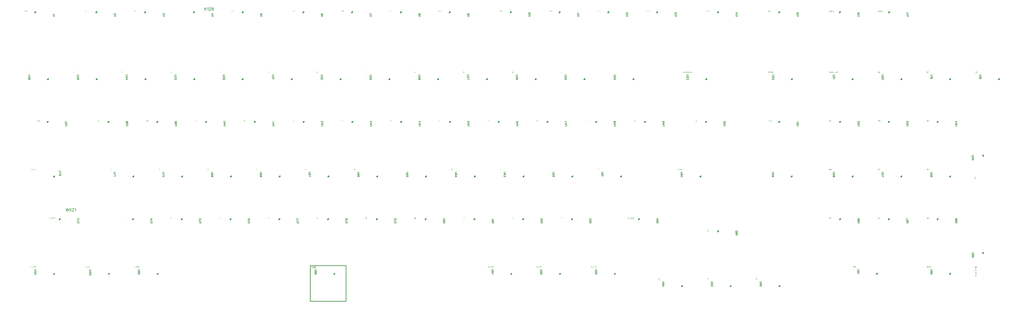
<source format=gto>
G04 Layer: TopSilkscreenLayer*
G04 EasyEDA v6.5.33, 2023-07-29 07:31:28*
G04 219471704c294700b8179b9d236804d4,d031c0a8eb424844af7c2e53bc7358ee,10*
G04 Gerber Generator version 0.2*
G04 Scale: 100 percent, Rotated: No, Reflected: No *
G04 Dimensions in millimeters *
G04 leading zeros omitted , absolute positions ,4 integer and 5 decimal *
%FSLAX45Y45*%
%MOMM*%

%ADD10C,0.1524*%
%ADD11C,0.2540*%

%LPD*%
G36*
X12267946Y-11141456D02*
G01*
X12261088Y-11143488D01*
X12266168Y-11154410D01*
X12225528Y-11154410D01*
X12225528Y-11176762D01*
X12232132Y-11176762D01*
X12232132Y-11160760D01*
X12304268Y-11160760D01*
X12304268Y-11174222D01*
X12310872Y-11174222D01*
X12310872Y-11154410D01*
X12274296Y-11154410D01*
X12271400Y-11148110D01*
G37*
G36*
X12378182Y-11141710D02*
G01*
X12374829Y-11149431D01*
X12370612Y-11156797D01*
X12367693Y-11160760D01*
X12375642Y-11160760D01*
X12376912Y-11158728D01*
X12400026Y-11158728D01*
X12397486Y-11163706D01*
X12394539Y-11168430D01*
X12391237Y-11172850D01*
X12387580Y-11177016D01*
X12383871Y-11172952D01*
X12380671Y-11168888D01*
X12377928Y-11164824D01*
X12375642Y-11160760D01*
X12367693Y-11160760D01*
X12365634Y-11163554D01*
X12360148Y-11169396D01*
X12360148Y-11163808D01*
X12346686Y-11163808D01*
X12346686Y-11141964D01*
X12340082Y-11141964D01*
X12340082Y-11163808D01*
X12324588Y-11163808D01*
X12324588Y-11169904D01*
X12339320Y-11169904D01*
X12336221Y-11180927D01*
X12334290Y-11186464D01*
X12332157Y-11191798D01*
X12327382Y-11201501D01*
X12324842Y-11205718D01*
X12322302Y-11209274D01*
X12326112Y-11215116D01*
X12329922Y-11209121D01*
X12333579Y-11201755D01*
X12336983Y-11193475D01*
X12340082Y-11184636D01*
X12340082Y-11234166D01*
X12346686Y-11234166D01*
X12346686Y-11182858D01*
X12351664Y-11190020D01*
X12355322Y-11196066D01*
X12359640Y-11190732D01*
X12346686Y-11175238D01*
X12346686Y-11169904D01*
X12359386Y-11169904D01*
X12356084Y-11172952D01*
X12358928Y-11175085D01*
X12361418Y-11177270D01*
X12366701Y-11172139D01*
X12371832Y-11166094D01*
X12374118Y-11169904D01*
X12379706Y-11177422D01*
X12383008Y-11181080D01*
X12376251Y-11186414D01*
X12368987Y-11190935D01*
X12361418Y-11194694D01*
X12353798Y-11197590D01*
X12370054Y-11197590D01*
X12374575Y-11194948D01*
X12378994Y-11192052D01*
X12383363Y-11188852D01*
X12387580Y-11185398D01*
X12391593Y-11188750D01*
X12395962Y-11191951D01*
X12400737Y-11194948D01*
X12405868Y-11197590D01*
X12353798Y-11197590D01*
X12355880Y-11200180D01*
X12357608Y-11202924D01*
X12365990Y-11199622D01*
X12365990Y-11203432D01*
X12401804Y-11203432D01*
X12401804Y-11223752D01*
X12372340Y-11223752D01*
X12372340Y-11203432D01*
X12365990Y-11203432D01*
X12365990Y-11234420D01*
X12372340Y-11234420D01*
X12372340Y-11229848D01*
X12401804Y-11229848D01*
X12401804Y-11234166D01*
X12408408Y-11234166D01*
X12408408Y-11198606D01*
X12410846Y-11199723D01*
X12413488Y-11200638D01*
X12415570Y-11197640D01*
X12417806Y-11195050D01*
X12410490Y-11192408D01*
X12403734Y-11189106D01*
X12397638Y-11185296D01*
X12392152Y-11181080D01*
X12397181Y-11175288D01*
X12401651Y-11168938D01*
X12405461Y-11162030D01*
X12408662Y-11154664D01*
X12404344Y-11152632D01*
X12403328Y-11152886D01*
X12380468Y-11152886D01*
X12384786Y-11143488D01*
G37*
G36*
X12256516Y-11167110D02*
G01*
X12250318Y-11172240D01*
X12243257Y-11177117D01*
X12235281Y-11181588D01*
X12226544Y-11185398D01*
X12230608Y-11190986D01*
X12239345Y-11186769D01*
X12247473Y-11181842D01*
X12254890Y-11176558D01*
X12261342Y-11171174D01*
G37*
G36*
X12279376Y-11167364D02*
G01*
X12275312Y-11171936D01*
X12283440Y-11176355D01*
X12299696Y-11186058D01*
X12305792Y-11190224D01*
X12310364Y-11185144D01*
X12303861Y-11181029D01*
X12287453Y-11171631D01*
G37*
G36*
X12235688Y-11192002D02*
G01*
X12235688Y-11198352D01*
X12264644Y-11198352D01*
X12264644Y-11224768D01*
X12225528Y-11224768D01*
X12225528Y-11231118D01*
X12311380Y-11231118D01*
X12311380Y-11224768D01*
X12271756Y-11224768D01*
X12271756Y-11198352D01*
X12301220Y-11198352D01*
X12301220Y-11192002D01*
G37*
G36*
X1084072Y-1136904D02*
G01*
X1077214Y-1138021D01*
X1071727Y-1141120D01*
X1068120Y-1145794D01*
X1066800Y-1151636D01*
X1067866Y-1156970D01*
X1070610Y-1160932D01*
X1074318Y-1163828D01*
X1078230Y-1165860D01*
X1090066Y-1171092D01*
X1093063Y-1173073D01*
X1095044Y-1175715D01*
X1095756Y-1179576D01*
X1094943Y-1183538D01*
X1092504Y-1186586D01*
X1088694Y-1188516D01*
X1083564Y-1189228D01*
X1079195Y-1188720D01*
X1075029Y-1187297D01*
X1071270Y-1185062D01*
X1068070Y-1182116D01*
X1064260Y-1186434D01*
X1068222Y-1189888D01*
X1072794Y-1192530D01*
X1077925Y-1194206D01*
X1083564Y-1194816D01*
X1091336Y-1193596D01*
X1097229Y-1190294D01*
X1101039Y-1185265D01*
X1102360Y-1179068D01*
X1101445Y-1173734D01*
X1098905Y-1169720D01*
X1095197Y-1166672D01*
X1090676Y-1164336D01*
X1079296Y-1159357D01*
X1076350Y-1157478D01*
X1074216Y-1154836D01*
X1073404Y-1151128D01*
X1074166Y-1147521D01*
X1076350Y-1144828D01*
X1079703Y-1143101D01*
X1084072Y-1142492D01*
X1087831Y-1142898D01*
X1091234Y-1144016D01*
X1094232Y-1145692D01*
X1097026Y-1147826D01*
X1100328Y-1143762D01*
X1097127Y-1141069D01*
X1093368Y-1138885D01*
X1088948Y-1137462D01*
G37*
G36*
X1134618Y-1136904D02*
G01*
X1129487Y-1137412D01*
X1124762Y-1138936D01*
X1120546Y-1141374D01*
X1116939Y-1144727D01*
X1114044Y-1148892D01*
X1111808Y-1153820D01*
X1110437Y-1159510D01*
X1109980Y-1165860D01*
X1110437Y-1172260D01*
X1111808Y-1178001D01*
X1113993Y-1182928D01*
X1116888Y-1187094D01*
X1120444Y-1190396D01*
X1124559Y-1192834D01*
X1129131Y-1194308D01*
X1134110Y-1194816D01*
X1139139Y-1194308D01*
X1143660Y-1192733D01*
X1147622Y-1190193D01*
X1151128Y-1186688D01*
X1147572Y-1182878D01*
X1144778Y-1185570D01*
X1141730Y-1187602D01*
X1138275Y-1188821D01*
X1134364Y-1189228D01*
X1126998Y-1187551D01*
X1121359Y-1182878D01*
X1117803Y-1175512D01*
X1116584Y-1165860D01*
X1117854Y-1156106D01*
X1121511Y-1148740D01*
X1127201Y-1144117D01*
X1134618Y-1142492D01*
X1138072Y-1142898D01*
X1141120Y-1144016D01*
X1143863Y-1145692D01*
X1146302Y-1147826D01*
X1149604Y-1143762D01*
X1146911Y-1141171D01*
X1143457Y-1138986D01*
X1139342Y-1137462D01*
G37*
G36*
X1023874Y-1137920D02*
G01*
X1023874Y-1193800D01*
X1056386Y-1193800D01*
X1056386Y-1188466D01*
X1029969Y-1188466D01*
X1029969Y-1167130D01*
X1051560Y-1167130D01*
X1051560Y-1161796D01*
X1029969Y-1161796D01*
X1029969Y-1143254D01*
X1055624Y-1143254D01*
X1055624Y-1137920D01*
G37*
G36*
X1463548Y-11140694D02*
G01*
X1463548Y-11193780D01*
X1463954Y-11197488D01*
X1465173Y-11200180D01*
X1467307Y-11201857D01*
X1470406Y-11202416D01*
X1472539Y-11202263D01*
X1473962Y-11201908D01*
X1473200Y-11197082D01*
X1471676Y-11197336D01*
X1470964Y-11197132D01*
X1470406Y-11196574D01*
X1470050Y-11195608D01*
X1469898Y-11194288D01*
X1469898Y-11140694D01*
G37*
G36*
X1382268Y-11144504D02*
G01*
X1377137Y-11145012D01*
X1372463Y-11146536D01*
X1368298Y-11148974D01*
X1364742Y-11152327D01*
X1361846Y-11156492D01*
X1359712Y-11161420D01*
X1358341Y-11167110D01*
X1357884Y-11173460D01*
X1358341Y-11179860D01*
X1359662Y-11185601D01*
X1361846Y-11190528D01*
X1364691Y-11194694D01*
X1368196Y-11197996D01*
X1372260Y-11200434D01*
X1376781Y-11201908D01*
X1381760Y-11202416D01*
X1386941Y-11201908D01*
X1391412Y-11200333D01*
X1395323Y-11197793D01*
X1398778Y-11194288D01*
X1395222Y-11190478D01*
X1392428Y-11193170D01*
X1389380Y-11195202D01*
X1385925Y-11196421D01*
X1382014Y-11196828D01*
X1374648Y-11195151D01*
X1369009Y-11190478D01*
X1365453Y-11183112D01*
X1364234Y-11173460D01*
X1365504Y-11163706D01*
X1369161Y-11156340D01*
X1374851Y-11151717D01*
X1382268Y-11150092D01*
X1385722Y-11150498D01*
X1388770Y-11151616D01*
X1391513Y-11153292D01*
X1393952Y-11155426D01*
X1397508Y-11151362D01*
X1394714Y-11148771D01*
X1391208Y-11146586D01*
X1387094Y-11145062D01*
G37*
G36*
X1277874Y-11145520D02*
G01*
X1277874Y-11201400D01*
X1308862Y-11201400D01*
X1308862Y-11196066D01*
X1283970Y-11196066D01*
X1283970Y-11145520D01*
G37*
G36*
X1408684Y-11148568D02*
G01*
X1407922Y-11160252D01*
X1401572Y-11160506D01*
X1401572Y-11165332D01*
X1407668Y-11165332D01*
X1407668Y-11188954D01*
X1408226Y-11194491D01*
X1410157Y-11198707D01*
X1413662Y-11201450D01*
X1419098Y-11202416D01*
X1422755Y-11201958D01*
X1426464Y-11200892D01*
X1425194Y-11196066D01*
X1422857Y-11196980D01*
X1420368Y-11197336D01*
X1417320Y-11196777D01*
X1415389Y-11195202D01*
X1414322Y-11192611D01*
X1414018Y-11189208D01*
X1414018Y-11165332D01*
X1425194Y-11165332D01*
X1425194Y-11160252D01*
X1414018Y-11160252D01*
X1414018Y-11148568D01*
G37*
G36*
X1452372Y-11159236D02*
G01*
X1448917Y-11159845D01*
X1445768Y-11161572D01*
X1443024Y-11164265D01*
X1440688Y-11167872D01*
X1440434Y-11167872D01*
X1439672Y-11160252D01*
X1434846Y-11160252D01*
X1434846Y-11201400D01*
X1440942Y-11201400D01*
X1440942Y-11174476D01*
X1443278Y-11169954D01*
X1445971Y-11166957D01*
X1448816Y-11165332D01*
X1451610Y-11164824D01*
X1453489Y-11165027D01*
X1455420Y-11165586D01*
X1456690Y-11159998D01*
X1454505Y-11159439D01*
G37*
G36*
X1311910Y-11207496D02*
G01*
X1311910Y-11211814D01*
X1352296Y-11211814D01*
X1352296Y-11207496D01*
G37*
G36*
X3539998Y-11140694D02*
G01*
X3539998Y-11193780D01*
X3540404Y-11197488D01*
X3541572Y-11200180D01*
X3543655Y-11201857D01*
X3546601Y-11202416D01*
X3548786Y-11202263D01*
X3550412Y-11201908D01*
X3549396Y-11197082D01*
X3548126Y-11197336D01*
X3547262Y-11197132D01*
X3546652Y-11196574D01*
X3546246Y-11195608D01*
X3546094Y-11194288D01*
X3546094Y-11140694D01*
G37*
G36*
X3411474Y-11145520D02*
G01*
X3411474Y-11201400D01*
X3442462Y-11201400D01*
X3442462Y-11196066D01*
X3417824Y-11196066D01*
X3417824Y-11145520D01*
G37*
G36*
X3506215Y-11145520D02*
G01*
X3494872Y-11178794D01*
X3500882Y-11178794D01*
X3505403Y-11165179D01*
X3509518Y-11150854D01*
X3509772Y-11150854D01*
X3518408Y-11178794D01*
X3494872Y-11178794D01*
X3487165Y-11201400D01*
X3493515Y-11201400D01*
X3499358Y-11183874D01*
X3520186Y-11183874D01*
X3525774Y-11201400D01*
X3532378Y-11201400D01*
X3513328Y-11145520D01*
G37*
G36*
X3563365Y-11148568D02*
G01*
X3562604Y-11160252D01*
X3556000Y-11160506D01*
X3556000Y-11165332D01*
X3562350Y-11165332D01*
X3562350Y-11188954D01*
X3562908Y-11194491D01*
X3564839Y-11198707D01*
X3568344Y-11201450D01*
X3573779Y-11202416D01*
X3577336Y-11201958D01*
X3580892Y-11200892D01*
X3579876Y-11196066D01*
X3577437Y-11196980D01*
X3575050Y-11197336D01*
X3571900Y-11196777D01*
X3569868Y-11195202D01*
X3568750Y-11192611D01*
X3568446Y-11189208D01*
X3568446Y-11165332D01*
X3579876Y-11165332D01*
X3579876Y-11160252D01*
X3568446Y-11160252D01*
X3568446Y-11148568D01*
G37*
G36*
X3445510Y-11207496D02*
G01*
X3445510Y-11211814D01*
X3485896Y-11211814D01*
X3485896Y-11207496D01*
G37*
G36*
X21174456Y-11140694D02*
G01*
X21174456Y-11193780D01*
X21174862Y-11197488D01*
X21176030Y-11200180D01*
X21178113Y-11201857D01*
X21181060Y-11202416D01*
X21183244Y-11202263D01*
X21184870Y-11201908D01*
X21184108Y-11197082D01*
X21182584Y-11197336D01*
X21181822Y-11197132D01*
X21181161Y-11196574D01*
X21180704Y-11195608D01*
X21180552Y-11194288D01*
X21180552Y-11140694D01*
G37*
G36*
X21039074Y-11145520D02*
G01*
X21039074Y-11150854D01*
X21055076Y-11150854D01*
X21061019Y-11151362D01*
X21065388Y-11153089D01*
X21068131Y-11156188D01*
X21069046Y-11161014D01*
X21068131Y-11165992D01*
X21065388Y-11169446D01*
X21061019Y-11171529D01*
X21055076Y-11172190D01*
X21045424Y-11172190D01*
X21045424Y-11150854D01*
X21039074Y-11150854D01*
X21039074Y-11201400D01*
X21045424Y-11201400D01*
X21045424Y-11177270D01*
X21055838Y-11177270D01*
X21069808Y-11201400D01*
X21076666Y-11201400D01*
X21062442Y-11176762D01*
X21067776Y-11174780D01*
X21071890Y-11171580D01*
X21074481Y-11166957D01*
X21075396Y-11161014D01*
X21073973Y-11153749D01*
X21070011Y-11148974D01*
X21063915Y-11146332D01*
X21056092Y-11145520D01*
G37*
G36*
X21140928Y-11145520D02*
G01*
X21129584Y-11178794D01*
X21135340Y-11178794D01*
X21139861Y-11165179D01*
X21143976Y-11150854D01*
X21144484Y-11150854D01*
X21150072Y-11169904D01*
X21153120Y-11178794D01*
X21129584Y-11178794D01*
X21121878Y-11201400D01*
X21128228Y-11201400D01*
X21133816Y-11183874D01*
X21154644Y-11183874D01*
X21160232Y-11201400D01*
X21166836Y-11201400D01*
X21147786Y-11145520D01*
G37*
G36*
X21197824Y-11148568D02*
G01*
X21197062Y-11160252D01*
X21190712Y-11160506D01*
X21190712Y-11165332D01*
X21196808Y-11165332D01*
X21196808Y-11188954D01*
X21197366Y-11194491D01*
X21199297Y-11198707D01*
X21202802Y-11201450D01*
X21208238Y-11202416D01*
X21211946Y-11201958D01*
X21215604Y-11200892D01*
X21214334Y-11196066D01*
X21211997Y-11196980D01*
X21209508Y-11197336D01*
X21206460Y-11196777D01*
X21204529Y-11195202D01*
X21203462Y-11192611D01*
X21203158Y-11189208D01*
X21203158Y-11165332D01*
X21214334Y-11165332D01*
X21214334Y-11160252D01*
X21203158Y-11160252D01*
X21203158Y-11148568D01*
G37*
G36*
X21079968Y-11207496D02*
G01*
X21079968Y-11211814D01*
X21120354Y-11211814D01*
X21120354Y-11207496D01*
G37*
G36*
X25809702Y-11620246D02*
G01*
X25806908Y-11634216D01*
X25786588Y-11634216D01*
X25786588Y-11639042D01*
X25805892Y-11639042D01*
X25804164Y-11645087D01*
X25802183Y-11651030D01*
X25799948Y-11656771D01*
X25797357Y-11662257D01*
X25794512Y-11667490D01*
X25791261Y-11672417D01*
X25787604Y-11676888D01*
X25783540Y-11680952D01*
X25786842Y-11685016D01*
X25791312Y-11680494D01*
X25795325Y-11675465D01*
X25798830Y-11670080D01*
X25801929Y-11664289D01*
X25804672Y-11658295D01*
X25807060Y-11651996D01*
X25809143Y-11645595D01*
X25810972Y-11639042D01*
X25851612Y-11639042D01*
X25851612Y-11634216D01*
X25811988Y-11634216D01*
X25813562Y-11627510D01*
X25814782Y-11621008D01*
G37*
G36*
X25806400Y-11654028D02*
G01*
X25806400Y-11659108D01*
X25823672Y-11659108D01*
X25823672Y-11682476D01*
X25798780Y-11682476D01*
X25798780Y-11687556D01*
X25853136Y-11687556D01*
X25853136Y-11682476D01*
X25829006Y-11682476D01*
X25829006Y-11659108D01*
X25849326Y-11659108D01*
X25849326Y-11654028D01*
G37*
G36*
X29622750Y-11620246D02*
G01*
X29621022Y-11627510D01*
X29618939Y-11634724D01*
X29596080Y-11634724D01*
X29596080Y-11639550D01*
X29617162Y-11639550D01*
X29615130Y-11644172D01*
X29612894Y-11648592D01*
X29610405Y-11652910D01*
X29607662Y-11656974D01*
X29605611Y-11659616D01*
X29651452Y-11659616D01*
X29651452Y-11680698D01*
X29616653Y-11680698D01*
X29616653Y-11659616D01*
X29605611Y-11659616D01*
X29601363Y-11664442D01*
X29597705Y-11667794D01*
X29593794Y-11670792D01*
X29597096Y-11674856D01*
X29601261Y-11671503D01*
X29605020Y-11667947D01*
X29608424Y-11664188D01*
X29611574Y-11660124D01*
X29611574Y-11689842D01*
X29616653Y-11689842D01*
X29616653Y-11685524D01*
X29651452Y-11685524D01*
X29651452Y-11689588D01*
X29656786Y-11689588D01*
X29656786Y-11654790D01*
X29615130Y-11654790D01*
X29619092Y-11647373D01*
X29622496Y-11639550D01*
X29662374Y-11639550D01*
X29662374Y-11634724D01*
X29624274Y-11634724D01*
X29626356Y-11628069D01*
X29628084Y-11621262D01*
G37*
G36*
X33476692Y-11144504D02*
G01*
X33472983Y-11144961D01*
X33469580Y-11146282D01*
X33466633Y-11148517D01*
X33464144Y-11151616D01*
X33462163Y-11155629D01*
X33460639Y-11160556D01*
X33459724Y-11166449D01*
X33459420Y-11173206D01*
X33465515Y-11173206D01*
X33466328Y-11162639D01*
X33468614Y-11155273D01*
X33472170Y-11151006D01*
X33476692Y-11149584D01*
X33481162Y-11151006D01*
X33484616Y-11155273D01*
X33486852Y-11162639D01*
X33487614Y-11173206D01*
X33486852Y-11184026D01*
X33484616Y-11191544D01*
X33481162Y-11195913D01*
X33476692Y-11197336D01*
X33472170Y-11195913D01*
X33468614Y-11191544D01*
X33466328Y-11184026D01*
X33465515Y-11173206D01*
X33459420Y-11173206D01*
X33459724Y-11180064D01*
X33460639Y-11186007D01*
X33462163Y-11191036D01*
X33464144Y-11195151D01*
X33466633Y-11198352D01*
X33469580Y-11200587D01*
X33472983Y-11201958D01*
X33476692Y-11202416D01*
X33480400Y-11201958D01*
X33483753Y-11200587D01*
X33486648Y-11198352D01*
X33489087Y-11195151D01*
X33491068Y-11191036D01*
X33492490Y-11186007D01*
X33493405Y-11180064D01*
X33493710Y-11173206D01*
X33493405Y-11166449D01*
X33492490Y-11160556D01*
X33491068Y-11155629D01*
X33489087Y-11151616D01*
X33486648Y-11148517D01*
X33483753Y-11146282D01*
X33480400Y-11144961D01*
G37*
G36*
X33408874Y-11145520D02*
G01*
X33408874Y-11201400D01*
X33414715Y-11201400D01*
X33414614Y-11166602D01*
X33413953Y-11153902D01*
X33414208Y-11153902D01*
X33420558Y-11165332D01*
X33441386Y-11201400D01*
X33447989Y-11201400D01*
X33447989Y-11145520D01*
X33441894Y-11145520D01*
X33441995Y-11180165D01*
X33442656Y-11193272D01*
X33442402Y-11193272D01*
X33436306Y-11181842D01*
X33415224Y-11145520D01*
G37*
G36*
X38172898Y-11142726D02*
G01*
X38172339Y-11144707D01*
X38172136Y-11147044D01*
X38172745Y-11150346D01*
X38174472Y-11153444D01*
X38177165Y-11156238D01*
X38180772Y-11158728D01*
X38180772Y-11158982D01*
X38173152Y-11159490D01*
X38173152Y-11164570D01*
X38214300Y-11164570D01*
X38214300Y-11158220D01*
X38187376Y-11158220D01*
X38182854Y-11155934D01*
X38179857Y-11153292D01*
X38178232Y-11150549D01*
X38177724Y-11147806D01*
X38177927Y-11145672D01*
X38178486Y-11143742D01*
G37*
G36*
X38191440Y-11174984D02*
G01*
X38183362Y-11176050D01*
X38177317Y-11179200D01*
X38173456Y-11184331D01*
X38172184Y-11190986D01*
X38176962Y-11190986D01*
X38177825Y-11186515D01*
X38180467Y-11183162D01*
X38184683Y-11181080D01*
X38190424Y-11180318D01*
X38190424Y-11203432D01*
X38184785Y-11202009D01*
X38180568Y-11199215D01*
X38177876Y-11195405D01*
X38176962Y-11190986D01*
X38172184Y-11190986D01*
X38173609Y-11198047D01*
X38177876Y-11203889D01*
X38184683Y-11208004D01*
X38193726Y-11209528D01*
X38202768Y-11208004D01*
X38209575Y-11203838D01*
X38213842Y-11197640D01*
X38215316Y-11189970D01*
X38214960Y-11186007D01*
X38213995Y-11182502D01*
X38212623Y-11179302D01*
X38210998Y-11176508D01*
X38206934Y-11178794D01*
X38208305Y-11181130D01*
X38209372Y-11183620D01*
X38209982Y-11186312D01*
X38210236Y-11189208D01*
X38209118Y-11194897D01*
X38206070Y-11199266D01*
X38201244Y-11202162D01*
X38194996Y-11203432D01*
X38194996Y-11175238D01*
G37*
G36*
X38213792Y-11213592D02*
G01*
X38208966Y-11214608D01*
X38209880Y-11216995D01*
X38210236Y-11219434D01*
X38209677Y-11222583D01*
X38208102Y-11224615D01*
X38205511Y-11225733D01*
X38202108Y-11226038D01*
X38178232Y-11226038D01*
X38178232Y-11214608D01*
X38173152Y-11214608D01*
X38173152Y-11226038D01*
X38161468Y-11226038D01*
X38161468Y-11231118D01*
X38173152Y-11231880D01*
X38173406Y-11238484D01*
X38178232Y-11238484D01*
X38178232Y-11232134D01*
X38201854Y-11232134D01*
X38207289Y-11231575D01*
X38211556Y-11229644D01*
X38214300Y-11226139D01*
X38215316Y-11220704D01*
X38214858Y-11217148D01*
G37*
G36*
X38188138Y-11247120D02*
G01*
X38181229Y-11247831D01*
X38176250Y-11250117D01*
X38173152Y-11253978D01*
X38172136Y-11259566D01*
X38172694Y-11263630D01*
X38174168Y-11267236D01*
X38176403Y-11270437D01*
X38179248Y-11273536D01*
X38179248Y-11273790D01*
X38173152Y-11274298D01*
X38173152Y-11279378D01*
X38214300Y-11279378D01*
X38214300Y-11273282D01*
X38184074Y-11273282D01*
X38181229Y-11270234D01*
X38179146Y-11267440D01*
X38177876Y-11264646D01*
X38177470Y-11261598D01*
X38178130Y-11257838D01*
X38180213Y-11255349D01*
X38183769Y-11253927D01*
X38188900Y-11253470D01*
X38214300Y-11253470D01*
X38214300Y-11247120D01*
G37*
G36*
X38208966Y-11290808D02*
G01*
X38208966Y-11316970D01*
X38187630Y-11316970D01*
X38187630Y-11295634D01*
X38182296Y-11295634D01*
X38182296Y-11316970D01*
X38163754Y-11316970D01*
X38163754Y-11291570D01*
X38158420Y-11291570D01*
X38158420Y-11323320D01*
X38214300Y-11323320D01*
X38214300Y-11290808D01*
G37*
G36*
X38220396Y-11332210D02*
G01*
X38220396Y-11372596D01*
X38224714Y-11372596D01*
X38224714Y-11332210D01*
G37*
G36*
X38188138Y-11380216D02*
G01*
X38181229Y-11380978D01*
X38176250Y-11383314D01*
X38173152Y-11387175D01*
X38172136Y-11392662D01*
X38172745Y-11396218D01*
X38174371Y-11399723D01*
X38176860Y-11403076D01*
X38180010Y-11406378D01*
X38176758Y-11407902D01*
X38174269Y-11410188D01*
X38172694Y-11413439D01*
X38172136Y-11417808D01*
X38172694Y-11421211D01*
X38174168Y-11424513D01*
X38176403Y-11427663D01*
X38179248Y-11430508D01*
X38179248Y-11430762D01*
X38173152Y-11431270D01*
X38173152Y-11436350D01*
X38214300Y-11436350D01*
X38214300Y-11430254D01*
X38184074Y-11430254D01*
X38181229Y-11427409D01*
X38179146Y-11424615D01*
X38177876Y-11422024D01*
X38177470Y-11419586D01*
X38178130Y-11415979D01*
X38180213Y-11413439D01*
X38183769Y-11411966D01*
X38188900Y-11411458D01*
X38214300Y-11411458D01*
X38214300Y-11405108D01*
X38184074Y-11405108D01*
X38181229Y-11402314D01*
X38179146Y-11399570D01*
X38177876Y-11396980D01*
X38177470Y-11394440D01*
X38178130Y-11390833D01*
X38180213Y-11388293D01*
X38183769Y-11386820D01*
X38188900Y-11386312D01*
X38214300Y-11386312D01*
X38214300Y-11380216D01*
G37*
G36*
X38173152Y-11450828D02*
G01*
X38173152Y-11456924D01*
X38202616Y-11456924D01*
X38205867Y-11459870D01*
X38208102Y-11462664D01*
X38209321Y-11465509D01*
X38209728Y-11468608D01*
X38209067Y-11472214D01*
X38207086Y-11474754D01*
X38203632Y-11476228D01*
X38198552Y-11476736D01*
X38173152Y-11476736D01*
X38173152Y-11482832D01*
X38199314Y-11482832D01*
X38206222Y-11482120D01*
X38211201Y-11479834D01*
X38214300Y-11475974D01*
X38215316Y-11470386D01*
X38214757Y-11466322D01*
X38213233Y-11462766D01*
X38210794Y-11459616D01*
X38207696Y-11456670D01*
X38207696Y-11456416D01*
X38214300Y-11455908D01*
X38214300Y-11450828D01*
G37*
G36*
X38158420Y-11497310D02*
G01*
X38158420Y-11503406D01*
X38193014Y-11503304D01*
X38205918Y-11502390D01*
X38205918Y-11502898D01*
X38194488Y-11508740D01*
X38158420Y-11530076D01*
X38158420Y-11536426D01*
X38214300Y-11536426D01*
X38214300Y-11530584D01*
X38179502Y-11530634D01*
X38166802Y-11531346D01*
X38166802Y-11530838D01*
X38178232Y-11524742D01*
X38214300Y-11503914D01*
X38214300Y-11497310D01*
G37*
G36*
X36279074Y-11145520D02*
G01*
X36279074Y-11201400D01*
X36284916Y-11201400D01*
X36284814Y-11166602D01*
X36284154Y-11153902D01*
X36284408Y-11153902D01*
X36290758Y-11165332D01*
X36311586Y-11201400D01*
X36318190Y-11201400D01*
X36318190Y-11145520D01*
X36312094Y-11145520D01*
X36312195Y-11180165D01*
X36312856Y-11193272D01*
X36312602Y-11193272D01*
X36306506Y-11181842D01*
X36285424Y-11145520D01*
G37*
G36*
X36397692Y-11159236D02*
G01*
X36394186Y-11159794D01*
X36390884Y-11161268D01*
X36387786Y-11163503D01*
X36384992Y-11166348D01*
X36384738Y-11166348D01*
X36383976Y-11160252D01*
X36378896Y-11160252D01*
X36378896Y-11201400D01*
X36385246Y-11201400D01*
X36385246Y-11171428D01*
X36388040Y-11168430D01*
X36390783Y-11166297D01*
X36393374Y-11164976D01*
X36395914Y-11164570D01*
X36399520Y-11165230D01*
X36402060Y-11167313D01*
X36403534Y-11170869D01*
X36404042Y-11176000D01*
X36404042Y-11201400D01*
X36410138Y-11201400D01*
X36410138Y-11171428D01*
X36413084Y-11168430D01*
X36415878Y-11166297D01*
X36418520Y-11164976D01*
X36421060Y-11164570D01*
X36424565Y-11165230D01*
X36427003Y-11167313D01*
X36428476Y-11170869D01*
X36428934Y-11176000D01*
X36428934Y-11201400D01*
X36435284Y-11201400D01*
X36435284Y-11175238D01*
X36434522Y-11168329D01*
X36432185Y-11163350D01*
X36428324Y-11160252D01*
X36422838Y-11159236D01*
X36419180Y-11159845D01*
X36415675Y-11161471D01*
X36412373Y-11163960D01*
X36409122Y-11167110D01*
X36407496Y-11163858D01*
X36405108Y-11161369D01*
X36401908Y-11159794D01*
G37*
G36*
X36332668Y-11160252D02*
G01*
X36332668Y-11186414D01*
X36333379Y-11193322D01*
X36335665Y-11198301D01*
X36339526Y-11201400D01*
X36345114Y-11202416D01*
X36349025Y-11201857D01*
X36352530Y-11200333D01*
X36355782Y-11197894D01*
X36358830Y-11194796D01*
X36359084Y-11194796D01*
X36359592Y-11201400D01*
X36364672Y-11201400D01*
X36364672Y-11160252D01*
X36358576Y-11160252D01*
X36358576Y-11189716D01*
X36355528Y-11193018D01*
X36352734Y-11195304D01*
X36349940Y-11196624D01*
X36346892Y-11197082D01*
X36343132Y-11196421D01*
X36340643Y-11194338D01*
X36339221Y-11190782D01*
X36338764Y-11185652D01*
X36338764Y-11160252D01*
G37*
G36*
X36452048Y-11192510D02*
G01*
X36450270Y-11192865D01*
X36448796Y-11193881D01*
X36447831Y-11195507D01*
X36447476Y-11197590D01*
X36447831Y-11199520D01*
X36448796Y-11201044D01*
X36450270Y-11202060D01*
X36452048Y-11202416D01*
X36453826Y-11202060D01*
X36455299Y-11201044D01*
X36456264Y-11199520D01*
X36456620Y-11197590D01*
X36456264Y-11195507D01*
X36455299Y-11193932D01*
X36453826Y-11192865D01*
G37*
G36*
X34440114Y-9239504D02*
G01*
X34435338Y-9240113D01*
X34431122Y-9241790D01*
X34427363Y-9244431D01*
X34423858Y-9247886D01*
X34427668Y-9251188D01*
X34430157Y-9248648D01*
X34432951Y-9246565D01*
X34436151Y-9245092D01*
X34439606Y-9244584D01*
X34444228Y-9245498D01*
X34447480Y-9247936D01*
X34449410Y-9251645D01*
X34450020Y-9256268D01*
X34449664Y-9259976D01*
X34448496Y-9263837D01*
X34446616Y-9267901D01*
X34443873Y-9272219D01*
X34440317Y-9276842D01*
X34435897Y-9281718D01*
X34430563Y-9287002D01*
X34424366Y-9292590D01*
X34424366Y-9296400D01*
X34458910Y-9296400D01*
X34458910Y-9291066D01*
X34440723Y-9291116D01*
X34433764Y-9291574D01*
X34438640Y-9286798D01*
X34443060Y-9282125D01*
X34446870Y-9277553D01*
X34450070Y-9273133D01*
X34452661Y-9268764D01*
X34454541Y-9264446D01*
X34455709Y-9260230D01*
X34456116Y-9256014D01*
X34454998Y-9249257D01*
X34451848Y-9244025D01*
X34446768Y-9240672D01*
G37*
G36*
X34374074Y-9240520D02*
G01*
X34374074Y-9296400D01*
X34379916Y-9296400D01*
X34379814Y-9261602D01*
X34379154Y-9248902D01*
X34379408Y-9248902D01*
X34385758Y-9260332D01*
X34406586Y-9296400D01*
X34413190Y-9296400D01*
X34413190Y-9240520D01*
X34407094Y-9240520D01*
X34407195Y-9275165D01*
X34407856Y-9288272D01*
X34407602Y-9288272D01*
X34401506Y-9276842D01*
X34380424Y-9240520D01*
G37*
G36*
X27690572Y-11625834D02*
G01*
X27690572Y-11630914D01*
X27720036Y-11630914D01*
X27720036Y-11689588D01*
X27725370Y-11689588D01*
X27725370Y-11648948D01*
X27732227Y-11652656D01*
X27739035Y-11656669D01*
X27745182Y-11660632D01*
X27750008Y-11664188D01*
X27753564Y-11659616D01*
X27748026Y-11655856D01*
X27741067Y-11651640D01*
X27733548Y-11647525D01*
X27726132Y-11643868D01*
X27725370Y-11644630D01*
X27725370Y-11630914D01*
X27757882Y-11630914D01*
X27757882Y-11625834D01*
G37*
G36*
X23365460Y-11140694D02*
G01*
X23365460Y-11193780D01*
X23365815Y-11197488D01*
X23366933Y-11200180D01*
X23369016Y-11201857D01*
X23372064Y-11202416D01*
X23374248Y-11202263D01*
X23375874Y-11201908D01*
X23374858Y-11197082D01*
X23373334Y-11197336D01*
X23372622Y-11197132D01*
X23372064Y-11196574D01*
X23371708Y-11195608D01*
X23371556Y-11194288D01*
X23371556Y-11140694D01*
G37*
G36*
X23283926Y-11144504D02*
G01*
X23278846Y-11145012D01*
X23274223Y-11146536D01*
X23270057Y-11148974D01*
X23266501Y-11152327D01*
X23263555Y-11156492D01*
X23261370Y-11161420D01*
X23259999Y-11167110D01*
X23259542Y-11173460D01*
X23259999Y-11179860D01*
X23261320Y-11185601D01*
X23263504Y-11190528D01*
X23266349Y-11194694D01*
X23269854Y-11197996D01*
X23273918Y-11200434D01*
X23278439Y-11201908D01*
X23283418Y-11202416D01*
X23288599Y-11201908D01*
X23293070Y-11200333D01*
X23296981Y-11197793D01*
X23300436Y-11194288D01*
X23297134Y-11190478D01*
X23294238Y-11193170D01*
X23291088Y-11195202D01*
X23287685Y-11196421D01*
X23283926Y-11196828D01*
X23276407Y-11195151D01*
X23270718Y-11190478D01*
X23267162Y-11183112D01*
X23265892Y-11173460D01*
X23267212Y-11163706D01*
X23270921Y-11156340D01*
X23276712Y-11151717D01*
X23284180Y-11150092D01*
X23287634Y-11150498D01*
X23290682Y-11151616D01*
X23293324Y-11153292D01*
X23295610Y-11155426D01*
X23299166Y-11151362D01*
X23296372Y-11148771D01*
X23292866Y-11146586D01*
X23288752Y-11145062D01*
G37*
G36*
X23172674Y-11145520D02*
G01*
X23172674Y-11150854D01*
X23188676Y-11150854D01*
X23194619Y-11151362D01*
X23198988Y-11153089D01*
X23201731Y-11156188D01*
X23202646Y-11161014D01*
X23201731Y-11165992D01*
X23198988Y-11169446D01*
X23194619Y-11171529D01*
X23188676Y-11172190D01*
X23179024Y-11172190D01*
X23179024Y-11150854D01*
X23172674Y-11150854D01*
X23172674Y-11201400D01*
X23179024Y-11201400D01*
X23179024Y-11177270D01*
X23189438Y-11177270D01*
X23203408Y-11201400D01*
X23210266Y-11201400D01*
X23196042Y-11176762D01*
X23201376Y-11174780D01*
X23205490Y-11171580D01*
X23208081Y-11166957D01*
X23208996Y-11161014D01*
X23207573Y-11153749D01*
X23203611Y-11148974D01*
X23197515Y-11146332D01*
X23189692Y-11145520D01*
G37*
G36*
X23310596Y-11148568D02*
G01*
X23309834Y-11160252D01*
X23303230Y-11160506D01*
X23303230Y-11165332D01*
X23309580Y-11165332D01*
X23309580Y-11188954D01*
X23310138Y-11194491D01*
X23312018Y-11198707D01*
X23315472Y-11201450D01*
X23320756Y-11202416D01*
X23324413Y-11201958D01*
X23328122Y-11200892D01*
X23326852Y-11196066D01*
X23324667Y-11196980D01*
X23322280Y-11197336D01*
X23319130Y-11196777D01*
X23317098Y-11195202D01*
X23315980Y-11192611D01*
X23315676Y-11189208D01*
X23315676Y-11165332D01*
X23327106Y-11165332D01*
X23327106Y-11160252D01*
X23315676Y-11160252D01*
X23315676Y-11148568D01*
G37*
G36*
X23354030Y-11159236D02*
G01*
X23350677Y-11159845D01*
X23347527Y-11161572D01*
X23344682Y-11164265D01*
X23342346Y-11167872D01*
X23342092Y-11167872D01*
X23341584Y-11160252D01*
X23336504Y-11160252D01*
X23336504Y-11201400D01*
X23342600Y-11201400D01*
X23342600Y-11174476D01*
X23344936Y-11169954D01*
X23347629Y-11166957D01*
X23350474Y-11165332D01*
X23353268Y-11164824D01*
X23355249Y-11165027D01*
X23357078Y-11165586D01*
X23358348Y-11159998D01*
X23356366Y-11159439D01*
G37*
G36*
X23213568Y-11207496D02*
G01*
X23213568Y-11211814D01*
X23253954Y-11211814D01*
X23253954Y-11207496D01*
G37*
G36*
X19134074Y-11145520D02*
G01*
X19134074Y-11150854D01*
X19150076Y-11150854D01*
X19156019Y-11151362D01*
X19160388Y-11153089D01*
X19163131Y-11156188D01*
X19164046Y-11161014D01*
X19163131Y-11165992D01*
X19160388Y-11169446D01*
X19156019Y-11171529D01*
X19150076Y-11172190D01*
X19140424Y-11172190D01*
X19140424Y-11150854D01*
X19134074Y-11150854D01*
X19134074Y-11201400D01*
X19140424Y-11201400D01*
X19140424Y-11177270D01*
X19150838Y-11177270D01*
X19164808Y-11201400D01*
X19171666Y-11201400D01*
X19157442Y-11176762D01*
X19162776Y-11174780D01*
X19166890Y-11171580D01*
X19169481Y-11166957D01*
X19170396Y-11161014D01*
X19168973Y-11153749D01*
X19165011Y-11148974D01*
X19158915Y-11146332D01*
X19151092Y-11145520D01*
G37*
G36*
X19218402Y-11145520D02*
G01*
X19230594Y-11201400D01*
X19237960Y-11201400D01*
X19247358Y-11163401D01*
X19249390Y-11153902D01*
X19249898Y-11153902D01*
X19252438Y-11166602D01*
X19261582Y-11201400D01*
X19268948Y-11201400D01*
X19280632Y-11145520D01*
X19274536Y-11145520D01*
X19265138Y-11194796D01*
X19264884Y-11194796D01*
X19260820Y-11176762D01*
X19252692Y-11145520D01*
X19246850Y-11145520D01*
X19237858Y-11181181D01*
X19234912Y-11194796D01*
X19234658Y-11194796D01*
X19225006Y-11145520D01*
G37*
G36*
X19290538Y-11145520D02*
G01*
X19290538Y-11201400D01*
X19296888Y-11201400D01*
X19296888Y-11145520D01*
G37*
G36*
X19312636Y-11145520D02*
G01*
X19312636Y-11201400D01*
X19318478Y-11201400D01*
X19318376Y-11166602D01*
X19317716Y-11153902D01*
X19317970Y-11153902D01*
X19324066Y-11165332D01*
X19345148Y-11201400D01*
X19351752Y-11201400D01*
X19351752Y-11145520D01*
X19345656Y-11145520D01*
X19345757Y-11180165D01*
X19346418Y-11193272D01*
X19346164Y-11193272D01*
X19340068Y-11181842D01*
X19318986Y-11145520D01*
G37*
G36*
X19174968Y-11207496D02*
G01*
X19174968Y-11211814D01*
X19215354Y-11211814D01*
X19215354Y-11207496D01*
G37*
G36*
X5316474Y-11145520D02*
G01*
X5316474Y-11201400D01*
X5347462Y-11201400D01*
X5347462Y-11196066D01*
X5322824Y-11196066D01*
X5322824Y-11145520D01*
G37*
G36*
X5393944Y-11145520D02*
G01*
X5405882Y-11201400D01*
X5413502Y-11201400D01*
X5424932Y-11153902D01*
X5425186Y-11153902D01*
X5427980Y-11166602D01*
X5436870Y-11201400D01*
X5444490Y-11201400D01*
X5456174Y-11145520D01*
X5450078Y-11145520D01*
X5443067Y-11181181D01*
X5440680Y-11194796D01*
X5440172Y-11194796D01*
X5436108Y-11176762D01*
X5428234Y-11145520D01*
X5422392Y-11145520D01*
X5414264Y-11176762D01*
X5410454Y-11194796D01*
X5409946Y-11194796D01*
X5406644Y-11176762D01*
X5400548Y-11145520D01*
G37*
G36*
X5466080Y-11145520D02*
G01*
X5466080Y-11201400D01*
X5472430Y-11201400D01*
X5472430Y-11145520D01*
G37*
G36*
X5487924Y-11145520D02*
G01*
X5487924Y-11201400D01*
X5494020Y-11201400D01*
X5493918Y-11166602D01*
X5493258Y-11153902D01*
X5493512Y-11153902D01*
X5499608Y-11165332D01*
X5520690Y-11201400D01*
X5527040Y-11201400D01*
X5527040Y-11145520D01*
X5521198Y-11145520D01*
X5521299Y-11180165D01*
X5521960Y-11193272D01*
X5521706Y-11193272D01*
X5515610Y-11181842D01*
X5494528Y-11145520D01*
G37*
G36*
X5350510Y-11207496D02*
G01*
X5350510Y-11211814D01*
X5390896Y-11211814D01*
X5390896Y-11207496D01*
G37*
G36*
X2195830Y-9234678D02*
G01*
X2190699Y-9235592D01*
X2187041Y-9238284D01*
X2184857Y-9242501D01*
X2184146Y-9248140D01*
X2184146Y-9255252D01*
X2178558Y-9255506D01*
X2178558Y-9260332D01*
X2184146Y-9260332D01*
X2184146Y-9296400D01*
X2190242Y-9296400D01*
X2190242Y-9260332D01*
X2199132Y-9260332D01*
X2199132Y-9255252D01*
X2190242Y-9255252D01*
X2190242Y-9248140D01*
X2190597Y-9244584D01*
X2191766Y-9241942D01*
X2193645Y-9240316D01*
X2196338Y-9239758D01*
X2198624Y-9240113D01*
X2200910Y-9241028D01*
X2202434Y-9236202D01*
X2199233Y-9235084D01*
G37*
G36*
X2116836Y-9235694D02*
G01*
X2116836Y-9296400D01*
X2122932Y-9296400D01*
X2122932Y-9266428D01*
X2125980Y-9263430D01*
X2128824Y-9261297D01*
X2131669Y-9259976D01*
X2134870Y-9259570D01*
X2138476Y-9260230D01*
X2141016Y-9262313D01*
X2142490Y-9265869D01*
X2142998Y-9271000D01*
X2142998Y-9296400D01*
X2149094Y-9296400D01*
X2149094Y-9270238D01*
X2148382Y-9263329D01*
X2146096Y-9258350D01*
X2142236Y-9255252D01*
X2136648Y-9254236D01*
X2132685Y-9254794D01*
X2129078Y-9256217D01*
X2125776Y-9258401D01*
X2122678Y-9261094D01*
X2122932Y-9252712D01*
X2122932Y-9235694D01*
G37*
G36*
X2165858Y-9237980D02*
G01*
X2164130Y-9238234D01*
X2162759Y-9239046D01*
X2161844Y-9240316D01*
X2161540Y-9242044D01*
X2161844Y-9243872D01*
X2162759Y-9245244D01*
X2164130Y-9246057D01*
X2165858Y-9246362D01*
X2167483Y-9246057D01*
X2168855Y-9245244D01*
X2169820Y-9243872D01*
X2170176Y-9242044D01*
X2169820Y-9240316D01*
X2168855Y-9239046D01*
X2167483Y-9238234D01*
G37*
G36*
X2088134Y-9239504D02*
G01*
X2081275Y-9240621D01*
X2075789Y-9243720D01*
X2072182Y-9248394D01*
X2070862Y-9254236D01*
X2071878Y-9259570D01*
X2074570Y-9263532D01*
X2078278Y-9266428D01*
X2082292Y-9268460D01*
X2094128Y-9273692D01*
X2097125Y-9275673D01*
X2099106Y-9278315D01*
X2099818Y-9282176D01*
X2099005Y-9286138D01*
X2096566Y-9289186D01*
X2092756Y-9291116D01*
X2087625Y-9291828D01*
X2083155Y-9291320D01*
X2078989Y-9289897D01*
X2075180Y-9287662D01*
X2071878Y-9284716D01*
X2068068Y-9289034D01*
X2072030Y-9292488D01*
X2076602Y-9295130D01*
X2081834Y-9296806D01*
X2087625Y-9297416D01*
X2095347Y-9296196D01*
X2101189Y-9292894D01*
X2104898Y-9287865D01*
X2106168Y-9281668D01*
X2105253Y-9276334D01*
X2102815Y-9272320D01*
X2099208Y-9269272D01*
X2094738Y-9266936D01*
X2083307Y-9261957D01*
X2080310Y-9260078D01*
X2078075Y-9257436D01*
X2077212Y-9253728D01*
X2077974Y-9250121D01*
X2080209Y-9247428D01*
X2083663Y-9245701D01*
X2088134Y-9245092D01*
X2091893Y-9245498D01*
X2095296Y-9246616D01*
X2098294Y-9248292D01*
X2101088Y-9250426D01*
X2104390Y-9246362D01*
X2101189Y-9243669D01*
X2097328Y-9241485D01*
X2092909Y-9240062D01*
G37*
G36*
X1989074Y-9240520D02*
G01*
X1989074Y-9296400D01*
X2020062Y-9296400D01*
X2020062Y-9291066D01*
X1995424Y-9291066D01*
X1995424Y-9240520D01*
G37*
G36*
X2209546Y-9243568D02*
G01*
X2208784Y-9255252D01*
X2202180Y-9255506D01*
X2202180Y-9260332D01*
X2208530Y-9260332D01*
X2208530Y-9283954D01*
X2209088Y-9289491D01*
X2211019Y-9293707D01*
X2214524Y-9296450D01*
X2219960Y-9297416D01*
X2223516Y-9296958D01*
X2227072Y-9295892D01*
X2226056Y-9291066D01*
X2223668Y-9291980D01*
X2221230Y-9292336D01*
X2218029Y-9291777D01*
X2215997Y-9290202D01*
X2214930Y-9287611D01*
X2214626Y-9284208D01*
X2214626Y-9260332D01*
X2226056Y-9260332D01*
X2226056Y-9255252D01*
X2214626Y-9255252D01*
X2214626Y-9243568D01*
G37*
G36*
X2162810Y-9255252D02*
G01*
X2162810Y-9296400D01*
X2168906Y-9296400D01*
X2168906Y-9255252D01*
G37*
G36*
X2023110Y-9302496D02*
G01*
X2023110Y-9306814D01*
X2063496Y-9306814D01*
X2063496Y-9302496D01*
G37*
G36*
X4832604Y-9240520D02*
G01*
X4832604Y-9245854D01*
X4860036Y-9245854D01*
X4829810Y-9292590D01*
X4829810Y-9296400D01*
X4868164Y-9296400D01*
X4868164Y-9291066D01*
X4837684Y-9291066D01*
X4867656Y-9244330D01*
X4867656Y-9240520D01*
G37*
G36*
X8664956Y-9239504D02*
G01*
X8659876Y-9240012D01*
X8655253Y-9241536D01*
X8651087Y-9243974D01*
X8647531Y-9247327D01*
X8644585Y-9251492D01*
X8642400Y-9256420D01*
X8641029Y-9262110D01*
X8640572Y-9268460D01*
X8641029Y-9274860D01*
X8642350Y-9280601D01*
X8644534Y-9285528D01*
X8647379Y-9289694D01*
X8650884Y-9292996D01*
X8654948Y-9295434D01*
X8659469Y-9296908D01*
X8664448Y-9297416D01*
X8669629Y-9296908D01*
X8674100Y-9295333D01*
X8678011Y-9292793D01*
X8681466Y-9289288D01*
X8677910Y-9285478D01*
X8675116Y-9288170D01*
X8672068Y-9290202D01*
X8668613Y-9291421D01*
X8664702Y-9291828D01*
X8657336Y-9290151D01*
X8651697Y-9285478D01*
X8648141Y-9278112D01*
X8646922Y-9268460D01*
X8648192Y-9258706D01*
X8651849Y-9251340D01*
X8657539Y-9246717D01*
X8664956Y-9245092D01*
X8668512Y-9245498D01*
X8671560Y-9246616D01*
X8674252Y-9248292D01*
X8676640Y-9250426D01*
X8680196Y-9246362D01*
X8677402Y-9243771D01*
X8673896Y-9241586D01*
X8669782Y-9240062D01*
G37*
G36*
X12453874Y-9240520D02*
G01*
X12453874Y-9245600D01*
X12469114Y-9245600D01*
X12475006Y-9246108D01*
X12479324Y-9247733D01*
X12481915Y-9250629D01*
X12482830Y-9254998D01*
X12482017Y-9258960D01*
X12479528Y-9262008D01*
X12475108Y-9263938D01*
X12468606Y-9264650D01*
X12460224Y-9264650D01*
X12460224Y-9245600D01*
X12453874Y-9245600D01*
X12453874Y-9269476D01*
X12470130Y-9269476D01*
X12476937Y-9270085D01*
X12481915Y-9272016D01*
X12485065Y-9275267D01*
X12486132Y-9279890D01*
X12485014Y-9285020D01*
X12481864Y-9288576D01*
X12476784Y-9290659D01*
X12470130Y-9291320D01*
X12460224Y-9291320D01*
X12460224Y-9269476D01*
X12453874Y-9269476D01*
X12453874Y-9296400D01*
X12471146Y-9296400D01*
X12479680Y-9295384D01*
X12486335Y-9292386D01*
X12490704Y-9287306D01*
X12492228Y-9280144D01*
X12491415Y-9275013D01*
X12489027Y-9271050D01*
X12485370Y-9268256D01*
X12480544Y-9266682D01*
X12480544Y-9266428D01*
X12484100Y-9264548D01*
X12486741Y-9261754D01*
X12488367Y-9258249D01*
X12488926Y-9254236D01*
X12487554Y-9248038D01*
X12483693Y-9243771D01*
X12477699Y-9241282D01*
X12469876Y-9240520D01*
G37*
G36*
X16263874Y-9240520D02*
G01*
X16263874Y-9296400D01*
X16269462Y-9296400D01*
X16269360Y-9260382D01*
X16268700Y-9247886D01*
X16268954Y-9247886D01*
X16284448Y-9290812D01*
X16288766Y-9290812D01*
X16299688Y-9260586D01*
X16304006Y-9247886D01*
X16304260Y-9247886D01*
X16303751Y-9264142D01*
X16303751Y-9296400D01*
X16309594Y-9296400D01*
X16309594Y-9240520D01*
X16301719Y-9240520D01*
X16289832Y-9274048D01*
X16286988Y-9282938D01*
X16286480Y-9282938D01*
X16282416Y-9271000D01*
X16271494Y-9240520D01*
G37*
G36*
X20089368Y-9251442D02*
G01*
X20089368Y-9257030D01*
X20107910Y-9263634D01*
X20119086Y-9267952D01*
X20119086Y-9268460D01*
X20089368Y-9279382D01*
X20089368Y-9284970D01*
X20125436Y-9270746D01*
X20125436Y-9265666D01*
G37*
G36*
X20076160Y-9287510D02*
G01*
X20074382Y-9287865D01*
X20072908Y-9288881D01*
X20071943Y-9290507D01*
X20071588Y-9292590D01*
X20071943Y-9294520D01*
X20072908Y-9296044D01*
X20074382Y-9297060D01*
X20076160Y-9297416D01*
X20077988Y-9297060D01*
X20079512Y-9296044D01*
X20080579Y-9294520D01*
X20080986Y-9292590D01*
X20080579Y-9290507D01*
X20079512Y-9288932D01*
X20077988Y-9287865D01*
G37*
G36*
X24808688Y-9234678D02*
G01*
X24803557Y-9235592D01*
X24799899Y-9238284D01*
X24797715Y-9242501D01*
X24797004Y-9248140D01*
X24797004Y-9255252D01*
X24791416Y-9255506D01*
X24791416Y-9260332D01*
X24797004Y-9260332D01*
X24797004Y-9296400D01*
X24803354Y-9296400D01*
X24803354Y-9260332D01*
X24812244Y-9260332D01*
X24812244Y-9255252D01*
X24803354Y-9255252D01*
X24803354Y-9248140D01*
X24803709Y-9244584D01*
X24804725Y-9241942D01*
X24806554Y-9240316D01*
X24809196Y-9239758D01*
X24811532Y-9240113D01*
X24814022Y-9241028D01*
X24815292Y-9236202D01*
X24812193Y-9235084D01*
G37*
G36*
X24729694Y-9235694D02*
G01*
X24729694Y-9296400D01*
X24736044Y-9296400D01*
X24736044Y-9266428D01*
X24738990Y-9263430D01*
X24741784Y-9261297D01*
X24744629Y-9259976D01*
X24747728Y-9259570D01*
X24751334Y-9260230D01*
X24753874Y-9262313D01*
X24755348Y-9265869D01*
X24755856Y-9271000D01*
X24755856Y-9296400D01*
X24762206Y-9296400D01*
X24762206Y-9270238D01*
X24761444Y-9263329D01*
X24759107Y-9258350D01*
X24755144Y-9255252D01*
X24749506Y-9254236D01*
X24745543Y-9254794D01*
X24741987Y-9256217D01*
X24738736Y-9258401D01*
X24735790Y-9261094D01*
X24736044Y-9252712D01*
X24736044Y-9235694D01*
G37*
G36*
X24778716Y-9237980D02*
G01*
X24776988Y-9238234D01*
X24775617Y-9239046D01*
X24774702Y-9240316D01*
X24774398Y-9242044D01*
X24774702Y-9243872D01*
X24775617Y-9245244D01*
X24776988Y-9246057D01*
X24778716Y-9246362D01*
X24780443Y-9246057D01*
X24781814Y-9245244D01*
X24782729Y-9243872D01*
X24783034Y-9242044D01*
X24782729Y-9240316D01*
X24781814Y-9239046D01*
X24780443Y-9238234D01*
G37*
G36*
X24700992Y-9239504D02*
G01*
X24694134Y-9240621D01*
X24688647Y-9243720D01*
X24685040Y-9248394D01*
X24683720Y-9254236D01*
X24684786Y-9259570D01*
X24687530Y-9263532D01*
X24691238Y-9266428D01*
X24695150Y-9268460D01*
X24706986Y-9273692D01*
X24709983Y-9275673D01*
X24711964Y-9278315D01*
X24712676Y-9282176D01*
X24711863Y-9286138D01*
X24709424Y-9289186D01*
X24705614Y-9291116D01*
X24700484Y-9291828D01*
X24696166Y-9291320D01*
X24692051Y-9289897D01*
X24688292Y-9287662D01*
X24684990Y-9284716D01*
X24681180Y-9289034D01*
X24685142Y-9292488D01*
X24689663Y-9295130D01*
X24694845Y-9296806D01*
X24700484Y-9297416D01*
X24708256Y-9296196D01*
X24714149Y-9292894D01*
X24717959Y-9287865D01*
X24719280Y-9281668D01*
X24718365Y-9276334D01*
X24715825Y-9272320D01*
X24712117Y-9269272D01*
X24707596Y-9266936D01*
X24696216Y-9261957D01*
X24693270Y-9260078D01*
X24691136Y-9257436D01*
X24690324Y-9253728D01*
X24691086Y-9250121D01*
X24693270Y-9247428D01*
X24696623Y-9245701D01*
X24700992Y-9245092D01*
X24704751Y-9245498D01*
X24708154Y-9246616D01*
X24711152Y-9248292D01*
X24713946Y-9250426D01*
X24717248Y-9246362D01*
X24714047Y-9243669D01*
X24710237Y-9241485D01*
X24705868Y-9240062D01*
G37*
G36*
X24595074Y-9240520D02*
G01*
X24595074Y-9245854D01*
X24611076Y-9245854D01*
X24617019Y-9246362D01*
X24621388Y-9248089D01*
X24624131Y-9251188D01*
X24625046Y-9256014D01*
X24624131Y-9260992D01*
X24621388Y-9264446D01*
X24617019Y-9266529D01*
X24611076Y-9267190D01*
X24601424Y-9267190D01*
X24601424Y-9245854D01*
X24595074Y-9245854D01*
X24595074Y-9296400D01*
X24601424Y-9296400D01*
X24601424Y-9272270D01*
X24611838Y-9272270D01*
X24625808Y-9296400D01*
X24632666Y-9296400D01*
X24618442Y-9271762D01*
X24623776Y-9269780D01*
X24627890Y-9266580D01*
X24630481Y-9261957D01*
X24631396Y-9256014D01*
X24629973Y-9248749D01*
X24626011Y-9243974D01*
X24619915Y-9241332D01*
X24612092Y-9240520D01*
G37*
G36*
X24822404Y-9243568D02*
G01*
X24821642Y-9255252D01*
X24815292Y-9255506D01*
X24815292Y-9260332D01*
X24821388Y-9260332D01*
X24821388Y-9283954D01*
X24821946Y-9289491D01*
X24823877Y-9293707D01*
X24827382Y-9296450D01*
X24832818Y-9297416D01*
X24836475Y-9296958D01*
X24840184Y-9295892D01*
X24838914Y-9291066D01*
X24836526Y-9291980D01*
X24834088Y-9292336D01*
X24830938Y-9291777D01*
X24829008Y-9290202D01*
X24827992Y-9287611D01*
X24827738Y-9284208D01*
X24827738Y-9260332D01*
X24838914Y-9260332D01*
X24838914Y-9255252D01*
X24827738Y-9255252D01*
X24827738Y-9243568D01*
G37*
G36*
X24775668Y-9255252D02*
G01*
X24775668Y-9296400D01*
X24781764Y-9296400D01*
X24781764Y-9255252D01*
G37*
G36*
X24635968Y-9302496D02*
G01*
X24635968Y-9306814D01*
X24676354Y-9306814D01*
X24676354Y-9302496D01*
G37*
G36*
X32469074Y-9240520D02*
G01*
X32469074Y-9296400D01*
X32474915Y-9296400D01*
X32474814Y-9261602D01*
X32474153Y-9248902D01*
X32474408Y-9248902D01*
X32480758Y-9260332D01*
X32501586Y-9296400D01*
X32508189Y-9296400D01*
X32508189Y-9240520D01*
X32502094Y-9240520D01*
X32502195Y-9275165D01*
X32502856Y-9288272D01*
X32502602Y-9288272D01*
X32496506Y-9276842D01*
X32475424Y-9240520D01*
G37*
G36*
X32536638Y-9240520D02*
G01*
X32534402Y-9241739D01*
X32531812Y-9242806D01*
X32528865Y-9243669D01*
X32525462Y-9244330D01*
X32525462Y-9248394D01*
X32535114Y-9248394D01*
X32535114Y-9291320D01*
X32522668Y-9291320D01*
X32522668Y-9296400D01*
X32552639Y-9296400D01*
X32552639Y-9291320D01*
X32541464Y-9291320D01*
X32541464Y-9240520D01*
G37*
G36*
X36345622Y-9239504D02*
G01*
X36341151Y-9240012D01*
X36337138Y-9241485D01*
X36333582Y-9243568D01*
X36330382Y-9246108D01*
X36333684Y-9250172D01*
X36336173Y-9248038D01*
X36338967Y-9246311D01*
X36342066Y-9245142D01*
X36345368Y-9244584D01*
X36349482Y-9245396D01*
X36352632Y-9247276D01*
X36354562Y-9250172D01*
X36355274Y-9253982D01*
X36354461Y-9258249D01*
X36351768Y-9261754D01*
X36346892Y-9264040D01*
X36339526Y-9264904D01*
X36339526Y-9269730D01*
X36347704Y-9270593D01*
X36353140Y-9272981D01*
X36356137Y-9276689D01*
X36357052Y-9281414D01*
X36356188Y-9285884D01*
X36353800Y-9289338D01*
X36350194Y-9291574D01*
X36345622Y-9292336D01*
X36340948Y-9291777D01*
X36337189Y-9290253D01*
X36334039Y-9288170D01*
X36331398Y-9285732D01*
X36328096Y-9289796D01*
X36331245Y-9292590D01*
X36335157Y-9295028D01*
X36339983Y-9296755D01*
X36345876Y-9297416D01*
X36352683Y-9296298D01*
X36358271Y-9293148D01*
X36362030Y-9288068D01*
X36363402Y-9281414D01*
X36362487Y-9276181D01*
X36359896Y-9272016D01*
X36356137Y-9268968D01*
X36351464Y-9267190D01*
X36351464Y-9266936D01*
X36355629Y-9264954D01*
X36358830Y-9262008D01*
X36360912Y-9258198D01*
X36361624Y-9253474D01*
X36360404Y-9247530D01*
X36357052Y-9243161D01*
X36351972Y-9240418D01*
G37*
G36*
X36279074Y-9240520D02*
G01*
X36279074Y-9296400D01*
X36284916Y-9296400D01*
X36284814Y-9261602D01*
X36284154Y-9248902D01*
X36284408Y-9248902D01*
X36290758Y-9260332D01*
X36311586Y-9296400D01*
X36318190Y-9296400D01*
X36318190Y-9240520D01*
X36312094Y-9240520D01*
X36312195Y-9275165D01*
X36312856Y-9288272D01*
X36312602Y-9288272D01*
X36306506Y-9276842D01*
X36285424Y-9240520D01*
G37*
G36*
X36350702Y-7334503D02*
G01*
X36346790Y-7334910D01*
X36343031Y-7336180D01*
X36339576Y-7338314D01*
X36336528Y-7341463D01*
X36333988Y-7345629D01*
X36332058Y-7350912D01*
X36330839Y-7357313D01*
X36330382Y-7364984D01*
X36330595Y-7368794D01*
X36336224Y-7368794D01*
X36339170Y-7365492D01*
X36342269Y-7363206D01*
X36345215Y-7361885D01*
X36347908Y-7361428D01*
X36352683Y-7362393D01*
X36355985Y-7365034D01*
X36357966Y-7369149D01*
X36358576Y-7374381D01*
X36357814Y-7379614D01*
X36355731Y-7383729D01*
X36352581Y-7386370D01*
X36348670Y-7387336D01*
X36343742Y-7386116D01*
X36339983Y-7382560D01*
X36337443Y-7376718D01*
X36336224Y-7368794D01*
X36330595Y-7368794D01*
X36330737Y-7371334D01*
X36331753Y-7376871D01*
X36333379Y-7381595D01*
X36335512Y-7385456D01*
X36338205Y-7388504D01*
X36341304Y-7390688D01*
X36344809Y-7391958D01*
X36348670Y-7392416D01*
X36354664Y-7391095D01*
X36359693Y-7387386D01*
X36363148Y-7381697D01*
X36364418Y-7374381D01*
X36363351Y-7366711D01*
X36360303Y-7361224D01*
X36355426Y-7357973D01*
X36348924Y-7356856D01*
X36345571Y-7357313D01*
X36342218Y-7358684D01*
X36339018Y-7360818D01*
X36336224Y-7363714D01*
X36337544Y-7352487D01*
X36340745Y-7345121D01*
X36345368Y-7341057D01*
X36350956Y-7339838D01*
X36353394Y-7340142D01*
X36355782Y-7340955D01*
X36357966Y-7342327D01*
X36359846Y-7344156D01*
X36363402Y-7340092D01*
X36360912Y-7337907D01*
X36358017Y-7336129D01*
X36354613Y-7334961D01*
G37*
G36*
X36279074Y-7335520D02*
G01*
X36279074Y-7391400D01*
X36284916Y-7391400D01*
X36284814Y-7356602D01*
X36284154Y-7343902D01*
X36284408Y-7343902D01*
X36290758Y-7355331D01*
X36311586Y-7391400D01*
X36318190Y-7391400D01*
X36318190Y-7335520D01*
X36312094Y-7335520D01*
X36312195Y-7370165D01*
X36312856Y-7383272D01*
X36312602Y-7383272D01*
X36306506Y-7371842D01*
X36285424Y-7335520D01*
G37*
G36*
X34374074Y-7335520D02*
G01*
X34374074Y-7391400D01*
X34379916Y-7391400D01*
X34379814Y-7356602D01*
X34379154Y-7343902D01*
X34379408Y-7343902D01*
X34385758Y-7355331D01*
X34406586Y-7391400D01*
X34413190Y-7391400D01*
X34413190Y-7335520D01*
X34407094Y-7335520D01*
X34407195Y-7370165D01*
X34407856Y-7383272D01*
X34407602Y-7383272D01*
X34401506Y-7371842D01*
X34380424Y-7335520D01*
G37*
G36*
X34429192Y-7335520D02*
G01*
X34427668Y-7361428D01*
X34430970Y-7363714D01*
X34433306Y-7362240D01*
X34435491Y-7361224D01*
X34437777Y-7360615D01*
X34440368Y-7360412D01*
X34445346Y-7361275D01*
X34449105Y-7363866D01*
X34451493Y-7368031D01*
X34452306Y-7373620D01*
X34451340Y-7379309D01*
X34448699Y-7383627D01*
X34444787Y-7386370D01*
X34440114Y-7387336D01*
X34435592Y-7386828D01*
X34431884Y-7385405D01*
X34428785Y-7383373D01*
X34426144Y-7380986D01*
X34423096Y-7385050D01*
X34426245Y-7387691D01*
X34430055Y-7390079D01*
X34434780Y-7391755D01*
X34440622Y-7392416D01*
X34447276Y-7391146D01*
X34453068Y-7387488D01*
X34457132Y-7381494D01*
X34458656Y-7373366D01*
X34457335Y-7365339D01*
X34453779Y-7359802D01*
X34448496Y-7356602D01*
X34441892Y-7355586D01*
X34439402Y-7355738D01*
X34437218Y-7356144D01*
X34435186Y-7356856D01*
X34433256Y-7357872D01*
X34434780Y-7340853D01*
X34455862Y-7340853D01*
X34455862Y-7335520D01*
G37*
G36*
X27719020Y-9716516D02*
G01*
X27719020Y-9776206D01*
X27690064Y-9776206D01*
X27690064Y-9781032D01*
X27758136Y-9781032D01*
X27758136Y-9776206D01*
X27724100Y-9776206D01*
X27724100Y-9745218D01*
X27752802Y-9745218D01*
X27752802Y-9740138D01*
X27724100Y-9740138D01*
X27724100Y-9716516D01*
G37*
G36*
X21995384Y-9235948D02*
G01*
X21971762Y-9309862D01*
X21976334Y-9309862D01*
X21999956Y-9235948D01*
G37*
G36*
X22018498Y-9238488D02*
G01*
X22014180Y-9239046D01*
X22010319Y-9240469D01*
X22006915Y-9242653D01*
X22004020Y-9245346D01*
X22007576Y-9248648D01*
X22009811Y-9246565D01*
X22012300Y-9244939D01*
X22014942Y-9243923D01*
X22017736Y-9243568D01*
X22021444Y-9244279D01*
X22024136Y-9246158D01*
X22025813Y-9248902D01*
X22026372Y-9252204D01*
X22024238Y-9258604D01*
X22019717Y-9264497D01*
X22015551Y-9271203D01*
X22014434Y-9279890D01*
X22020022Y-9279890D01*
X22021292Y-9272066D01*
X22025559Y-9265615D01*
X22030080Y-9259366D01*
X22032214Y-9251950D01*
X22031248Y-9246412D01*
X22028505Y-9242145D01*
X22024187Y-9239453D01*
G37*
G36*
X22017482Y-9287510D02*
G01*
X22015653Y-9287865D01*
X22014129Y-9288881D01*
X22013062Y-9290507D01*
X22012656Y-9292590D01*
X22013062Y-9294520D01*
X22014129Y-9296044D01*
X22015653Y-9297060D01*
X22017482Y-9297416D01*
X22019260Y-9297060D01*
X22020733Y-9296044D01*
X22021698Y-9294520D01*
X22022054Y-9292590D01*
X22021698Y-9290507D01*
X22020733Y-9288932D01*
X22019260Y-9287865D01*
G37*
G36*
X18220436Y-9251442D02*
G01*
X18184368Y-9265666D01*
X18184368Y-9270746D01*
X18220436Y-9284970D01*
X18220436Y-9279382D01*
X18202148Y-9272524D01*
X18190718Y-9268460D01*
X18190718Y-9267952D01*
X18220436Y-9257030D01*
G37*
G36*
X18171668Y-9287510D02*
G01*
X18169839Y-9287814D01*
X18168315Y-9288729D01*
X18167248Y-9290202D01*
X18166842Y-9292082D01*
X18167197Y-9293961D01*
X18168162Y-9295434D01*
X18169636Y-9296349D01*
X18171769Y-9296654D01*
X18172430Y-9296400D01*
X18171922Y-9299651D01*
X18170448Y-9302546D01*
X18168162Y-9304985D01*
X18165064Y-9306814D01*
X18166588Y-9310370D01*
X18170956Y-9307830D01*
X18174309Y-9304375D01*
X18176494Y-9300108D01*
X18177256Y-9295130D01*
X18176849Y-9291878D01*
X18175681Y-9289491D01*
X18173954Y-9288018D01*
G37*
G36*
X14358874Y-9240520D02*
G01*
X14358874Y-9296400D01*
X14364716Y-9296400D01*
X14364614Y-9261602D01*
X14363954Y-9248902D01*
X14364207Y-9248902D01*
X14370557Y-9260332D01*
X14391386Y-9296400D01*
X14397990Y-9296400D01*
X14397990Y-9240520D01*
X14391894Y-9240520D01*
X14391995Y-9275165D01*
X14392656Y-9288272D01*
X14392401Y-9288272D01*
X14386306Y-9276842D01*
X14365224Y-9240520D01*
G37*
G36*
X10541254Y-9240520D02*
G01*
X10559034Y-9296400D01*
X10566400Y-9296400D01*
X10584180Y-9240520D01*
X10577830Y-9240520D01*
X10564418Y-9285071D01*
X10562844Y-9289796D01*
X10562590Y-9289796D01*
X10557256Y-9271508D01*
X10547858Y-9240520D01*
G37*
G36*
X6733286Y-9240520D02*
G01*
X6748780Y-9267698D01*
X6732270Y-9296400D01*
X6738874Y-9296400D01*
X6748525Y-9278823D01*
X6751828Y-9271762D01*
X6752336Y-9271762D01*
X6765544Y-9296400D01*
X6772656Y-9296400D01*
X6756146Y-9267952D01*
X6771640Y-9240520D01*
X6765036Y-9240520D01*
X6753098Y-9263380D01*
X6752590Y-9263380D01*
X6750456Y-9259163D01*
X6748272Y-9255506D01*
X6740398Y-9240520D01*
G37*
G36*
X1298956Y-7334503D02*
G01*
X1293876Y-7335012D01*
X1289253Y-7336536D01*
X1285087Y-7338974D01*
X1281531Y-7342327D01*
X1278585Y-7346492D01*
X1276400Y-7351420D01*
X1275029Y-7357109D01*
X1274572Y-7363459D01*
X1275029Y-7369860D01*
X1276350Y-7375601D01*
X1278534Y-7380528D01*
X1281379Y-7384694D01*
X1284884Y-7387996D01*
X1288948Y-7390434D01*
X1293469Y-7391908D01*
X1298448Y-7392416D01*
X1303629Y-7391908D01*
X1308100Y-7390333D01*
X1312011Y-7387793D01*
X1315466Y-7384288D01*
X1311910Y-7380478D01*
X1309116Y-7383170D01*
X1306068Y-7385202D01*
X1302613Y-7386421D01*
X1298702Y-7386828D01*
X1291336Y-7385151D01*
X1285697Y-7380478D01*
X1282141Y-7373112D01*
X1280922Y-7363459D01*
X1282192Y-7353706D01*
X1285849Y-7346340D01*
X1291539Y-7341717D01*
X1298956Y-7340092D01*
X1302512Y-7340498D01*
X1305661Y-7341616D01*
X1308354Y-7343292D01*
X1310640Y-7345425D01*
X1314196Y-7341362D01*
X1311402Y-7338771D01*
X1307896Y-7336586D01*
X1303782Y-7335062D01*
G37*
G36*
X1434592Y-7334503D02*
G01*
X1427734Y-7335621D01*
X1422247Y-7338720D01*
X1418640Y-7343394D01*
X1417320Y-7349236D01*
X1418386Y-7354570D01*
X1421130Y-7358532D01*
X1424838Y-7361428D01*
X1428750Y-7363459D01*
X1440586Y-7368692D01*
X1443583Y-7370673D01*
X1445564Y-7373315D01*
X1446276Y-7377175D01*
X1445463Y-7381138D01*
X1443024Y-7384186D01*
X1439214Y-7386116D01*
X1434084Y-7386828D01*
X1429715Y-7386320D01*
X1425549Y-7384897D01*
X1421688Y-7382662D01*
X1418336Y-7379716D01*
X1414526Y-7384034D01*
X1418488Y-7387488D01*
X1423060Y-7390130D01*
X1428292Y-7391806D01*
X1434084Y-7392416D01*
X1441805Y-7391196D01*
X1447647Y-7387894D01*
X1451356Y-7382865D01*
X1452626Y-7376668D01*
X1451711Y-7371334D01*
X1449273Y-7367320D01*
X1445666Y-7364272D01*
X1441196Y-7361936D01*
X1429766Y-7356957D01*
X1426768Y-7355078D01*
X1424533Y-7352436D01*
X1423670Y-7348728D01*
X1424482Y-7345121D01*
X1426768Y-7342428D01*
X1430223Y-7340701D01*
X1434592Y-7340092D01*
X1438351Y-7340498D01*
X1441754Y-7341616D01*
X1444752Y-7343292D01*
X1447546Y-7345425D01*
X1450848Y-7341362D01*
X1447647Y-7338669D01*
X1443786Y-7336485D01*
X1439367Y-7335062D01*
G37*
G36*
X1337818Y-7335520D02*
G01*
X1326474Y-7368794D01*
X1332230Y-7368794D01*
X1336751Y-7355179D01*
X1340866Y-7340853D01*
X1341120Y-7340853D01*
X1346962Y-7359903D01*
X1350010Y-7368794D01*
X1326474Y-7368794D01*
X1318768Y-7391400D01*
X1325118Y-7391400D01*
X1330706Y-7373874D01*
X1351534Y-7373874D01*
X1357122Y-7391400D01*
X1363726Y-7391400D01*
X1344676Y-7335520D01*
G37*
G36*
X1371854Y-7335520D02*
G01*
X1371854Y-7340853D01*
X1386332Y-7340853D01*
X1393139Y-7341362D01*
X1397965Y-7343190D01*
X1400860Y-7346543D01*
X1401826Y-7351775D01*
X1400911Y-7357160D01*
X1398168Y-7360869D01*
X1393444Y-7363002D01*
X1386840Y-7363714D01*
X1378204Y-7363714D01*
X1378204Y-7340853D01*
X1371854Y-7340853D01*
X1371854Y-7391400D01*
X1378204Y-7391400D01*
X1378204Y-7368794D01*
X1387602Y-7368794D01*
X1396085Y-7367778D01*
X1402537Y-7364679D01*
X1406702Y-7359345D01*
X1408176Y-7351775D01*
X1406652Y-7344206D01*
X1402435Y-7339177D01*
X1395831Y-7336383D01*
X1387348Y-7335520D01*
G37*
G36*
X6297422Y-7334503D02*
G01*
X6290564Y-7335621D01*
X6285077Y-7338720D01*
X6281470Y-7343394D01*
X6280150Y-7349236D01*
X6281166Y-7354570D01*
X6283858Y-7358532D01*
X6287566Y-7361428D01*
X6291580Y-7363459D01*
X6303416Y-7368692D01*
X6306413Y-7370673D01*
X6308394Y-7373315D01*
X6309106Y-7377175D01*
X6308293Y-7381138D01*
X6305854Y-7384186D01*
X6302044Y-7386116D01*
X6296914Y-7386828D01*
X6292545Y-7386320D01*
X6288379Y-7384897D01*
X6284518Y-7382662D01*
X6281166Y-7379716D01*
X6277356Y-7384034D01*
X6281318Y-7387488D01*
X6285890Y-7390130D01*
X6291122Y-7391806D01*
X6296914Y-7392416D01*
X6304635Y-7391196D01*
X6310477Y-7387894D01*
X6314186Y-7382865D01*
X6315456Y-7376668D01*
X6314541Y-7371334D01*
X6312103Y-7367320D01*
X6308496Y-7364272D01*
X6304026Y-7361936D01*
X6292596Y-7356957D01*
X6289598Y-7355078D01*
X6287363Y-7352436D01*
X6286500Y-7348728D01*
X6287312Y-7345121D01*
X6289598Y-7342428D01*
X6293053Y-7340701D01*
X6297422Y-7340092D01*
X6301181Y-7340498D01*
X6304584Y-7341616D01*
X6307582Y-7343292D01*
X6310376Y-7345425D01*
X6313678Y-7341362D01*
X6310477Y-7338669D01*
X6306616Y-7336485D01*
X6302197Y-7335062D01*
G37*
G36*
X10091674Y-7335520D02*
G01*
X10091674Y-7391400D01*
X10098024Y-7391400D01*
X10098024Y-7366000D01*
X10119360Y-7366000D01*
X10119360Y-7360666D01*
X10098024Y-7360666D01*
X10098024Y-7340853D01*
X10123170Y-7340853D01*
X10123170Y-7335520D01*
G37*
G36*
X13901674Y-7335520D02*
G01*
X13901674Y-7391400D01*
X13908024Y-7391400D01*
X13908024Y-7364730D01*
X13934694Y-7364730D01*
X13934694Y-7391400D01*
X13941044Y-7391400D01*
X13941044Y-7335520D01*
X13934694Y-7335520D01*
X13934694Y-7359142D01*
X13908024Y-7359142D01*
X13908024Y-7335520D01*
G37*
G36*
X17711674Y-7335520D02*
G01*
X17711674Y-7391400D01*
X17718024Y-7391400D01*
X17718024Y-7373366D01*
X17727930Y-7361681D01*
X17744948Y-7391400D01*
X17752060Y-7391400D01*
X17731994Y-7356856D01*
X17749520Y-7335520D01*
X17742154Y-7335520D01*
X17718024Y-7364222D01*
X17718024Y-7335520D01*
G37*
G36*
X21523960Y-7351522D02*
G01*
X21522182Y-7351826D01*
X21520708Y-7352792D01*
X21519743Y-7354316D01*
X21519388Y-7356348D01*
X21519743Y-7358430D01*
X21520708Y-7360056D01*
X21522182Y-7361072D01*
X21523960Y-7361428D01*
X21525788Y-7361072D01*
X21527312Y-7360005D01*
X21528379Y-7358430D01*
X21528786Y-7356348D01*
X21528379Y-7354316D01*
X21527312Y-7352792D01*
X21525788Y-7351826D01*
G37*
G36*
X21544534Y-7351522D02*
G01*
X21542756Y-7351826D01*
X21541282Y-7352792D01*
X21540317Y-7354316D01*
X21539962Y-7356348D01*
X21540317Y-7358430D01*
X21541282Y-7360056D01*
X21542756Y-7361072D01*
X21544534Y-7361428D01*
X21546362Y-7361072D01*
X21547886Y-7360005D01*
X21548953Y-7358430D01*
X21549360Y-7356348D01*
X21548953Y-7354316D01*
X21547886Y-7352792D01*
X21546362Y-7351826D01*
G37*
G36*
X21524468Y-7382509D02*
G01*
X21522639Y-7382814D01*
X21521115Y-7383729D01*
X21520048Y-7385202D01*
X21519642Y-7387081D01*
X21519997Y-7388961D01*
X21520962Y-7390434D01*
X21522436Y-7391349D01*
X21524569Y-7391653D01*
X21525230Y-7391400D01*
X21524722Y-7394651D01*
X21523248Y-7397546D01*
X21520962Y-7399985D01*
X21517864Y-7401814D01*
X21519388Y-7405370D01*
X21523756Y-7402830D01*
X21527109Y-7399375D01*
X21529294Y-7395108D01*
X21530056Y-7390130D01*
X21529649Y-7386878D01*
X21528481Y-7384491D01*
X21526754Y-7383018D01*
G37*
G36*
X21544534Y-7382509D02*
G01*
X21542756Y-7382865D01*
X21541282Y-7383881D01*
X21540317Y-7385507D01*
X21539962Y-7387590D01*
X21540317Y-7389520D01*
X21541282Y-7391044D01*
X21542756Y-7392060D01*
X21544534Y-7392416D01*
X21546362Y-7392060D01*
X21547886Y-7391044D01*
X21548953Y-7389520D01*
X21549360Y-7387590D01*
X21548953Y-7385507D01*
X21547886Y-7383932D01*
X21546362Y-7382865D01*
G37*
G36*
X26525474Y-7335520D02*
G01*
X26525474Y-7391400D01*
X26557986Y-7391400D01*
X26557986Y-7386066D01*
X26531824Y-7386066D01*
X26531824Y-7364730D01*
X26553160Y-7364730D01*
X26553160Y-7359396D01*
X26531824Y-7359396D01*
X26531824Y-7340853D01*
X26557224Y-7340853D01*
X26557224Y-7335520D01*
G37*
G36*
X26617676Y-7338568D02*
G01*
X26616914Y-7350252D01*
X26610310Y-7350506D01*
X26610310Y-7355331D01*
X26616660Y-7355331D01*
X26616660Y-7378953D01*
X26617218Y-7384491D01*
X26619098Y-7388707D01*
X26622552Y-7391450D01*
X26627836Y-7392416D01*
X26631493Y-7391958D01*
X26635202Y-7390892D01*
X26633932Y-7386066D01*
X26631646Y-7386980D01*
X26629360Y-7387336D01*
X26626159Y-7386777D01*
X26624127Y-7385202D01*
X26623060Y-7382611D01*
X26622756Y-7379208D01*
X26622756Y-7355331D01*
X26634186Y-7355331D01*
X26634186Y-7350252D01*
X26622756Y-7350252D01*
X26622756Y-7338568D01*
G37*
G36*
X26588974Y-7349236D02*
G01*
X26585011Y-7349794D01*
X26581455Y-7351268D01*
X26578204Y-7353503D01*
X26575258Y-7356348D01*
X26575003Y-7356348D01*
X26574496Y-7350252D01*
X26569415Y-7350252D01*
X26569415Y-7391400D01*
X26575512Y-7391400D01*
X26575512Y-7361428D01*
X26578560Y-7358430D01*
X26581353Y-7356297D01*
X26584148Y-7354976D01*
X26587196Y-7354570D01*
X26590955Y-7355230D01*
X26593444Y-7357313D01*
X26594866Y-7360869D01*
X26595324Y-7366000D01*
X26595324Y-7391400D01*
X26601674Y-7391400D01*
X26601674Y-7365238D01*
X26600912Y-7358329D01*
X26598575Y-7353350D01*
X26594612Y-7350252D01*
G37*
G36*
X26657553Y-7349236D02*
G01*
X26650746Y-7350709D01*
X26644904Y-7354976D01*
X26640789Y-7361783D01*
X26639822Y-7367524D01*
X26645362Y-7367524D01*
X26646733Y-7361936D01*
X26649476Y-7357770D01*
X26653185Y-7355179D01*
X26657553Y-7354316D01*
X26662126Y-7355179D01*
X26665478Y-7357668D01*
X26667510Y-7361834D01*
X26668222Y-7367524D01*
X26639822Y-7367524D01*
X26639265Y-7370825D01*
X26640789Y-7379868D01*
X26644955Y-7386675D01*
X26651153Y-7390942D01*
X26658824Y-7392416D01*
X26662786Y-7392060D01*
X26666291Y-7391095D01*
X26669492Y-7389723D01*
X26672286Y-7388098D01*
X26670000Y-7384034D01*
X26667612Y-7385405D01*
X26665072Y-7386421D01*
X26662380Y-7387081D01*
X26659586Y-7387336D01*
X26653896Y-7386218D01*
X26649527Y-7383170D01*
X26646632Y-7378344D01*
X26645362Y-7372096D01*
X26673556Y-7372096D01*
X26673810Y-7368540D01*
X26672743Y-7360462D01*
X26669593Y-7354417D01*
X26664462Y-7350556D01*
G37*
G36*
X26701750Y-7349236D02*
G01*
X26698397Y-7349845D01*
X26695247Y-7351572D01*
X26692402Y-7354265D01*
X26690065Y-7357872D01*
X26689812Y-7357872D01*
X26689303Y-7350252D01*
X26684224Y-7350252D01*
X26684224Y-7391400D01*
X26690320Y-7391400D01*
X26690320Y-7364475D01*
X26692656Y-7359954D01*
X26695349Y-7356957D01*
X26698194Y-7355331D01*
X26700988Y-7354824D01*
X26702969Y-7355027D01*
X26704798Y-7355586D01*
X26706068Y-7349998D01*
X26704086Y-7349439D01*
G37*
G36*
X34374074Y-1137920D02*
G01*
X34374074Y-1143254D01*
X34388552Y-1143254D01*
X34395206Y-1143762D01*
X34399982Y-1145590D01*
X34402826Y-1148943D01*
X34403792Y-1154176D01*
X34402877Y-1159560D01*
X34400083Y-1163269D01*
X34395410Y-1165402D01*
X34388806Y-1166114D01*
X34380424Y-1166114D01*
X34380424Y-1143254D01*
X34374074Y-1143254D01*
X34374074Y-1193800D01*
X34380424Y-1193800D01*
X34380424Y-1171194D01*
X34389822Y-1171194D01*
X34398153Y-1170178D01*
X34404554Y-1167079D01*
X34408668Y-1161745D01*
X34410142Y-1154176D01*
X34408668Y-1146606D01*
X34404503Y-1141577D01*
X34397950Y-1138783D01*
X34389314Y-1137920D01*
G37*
G36*
X34461450Y-1137920D02*
G01*
X34461450Y-1143254D01*
X34474658Y-1143254D01*
X34479382Y-1143609D01*
X34483497Y-1144727D01*
X34486900Y-1146556D01*
X34489745Y-1149096D01*
X34491930Y-1152296D01*
X34493504Y-1156106D01*
X34494419Y-1160576D01*
X34494724Y-1165606D01*
X34494419Y-1170686D01*
X34493504Y-1175207D01*
X34491930Y-1179169D01*
X34489745Y-1182471D01*
X34486900Y-1185164D01*
X34483497Y-1187094D01*
X34479382Y-1188313D01*
X34474658Y-1188720D01*
X34467800Y-1188720D01*
X34467800Y-1143254D01*
X34461450Y-1143254D01*
X34461450Y-1193800D01*
X34475420Y-1193800D01*
X34481312Y-1193292D01*
X34486494Y-1191869D01*
X34490914Y-1189482D01*
X34494520Y-1186281D01*
X34497365Y-1182217D01*
X34499448Y-1177391D01*
X34500667Y-1171854D01*
X34501074Y-1165606D01*
X34500667Y-1159408D01*
X34499397Y-1153871D01*
X34497365Y-1149146D01*
X34494520Y-1145184D01*
X34490863Y-1142034D01*
X34486392Y-1139799D01*
X34481160Y-1138377D01*
X34475166Y-1137920D01*
G37*
G36*
X34431986Y-1151636D02*
G01*
X34426093Y-1152702D01*
X34421216Y-1155649D01*
X34417965Y-1160221D01*
X34416746Y-1166114D01*
X34422842Y-1166114D01*
X34423553Y-1161999D01*
X34425483Y-1158849D01*
X34428430Y-1156919D01*
X34431986Y-1156208D01*
X34435542Y-1156919D01*
X34438437Y-1158849D01*
X34440418Y-1161999D01*
X34441130Y-1166114D01*
X34440368Y-1170432D01*
X34438386Y-1173683D01*
X34435440Y-1175816D01*
X34431986Y-1176528D01*
X34428430Y-1175816D01*
X34425483Y-1173683D01*
X34423553Y-1170432D01*
X34422842Y-1166114D01*
X34416746Y-1166114D01*
X34417203Y-1169720D01*
X34418371Y-1172819D01*
X34420048Y-1175410D01*
X34422080Y-1177290D01*
X34422080Y-1177544D01*
X34420505Y-1178915D01*
X34419032Y-1180693D01*
X34417914Y-1182776D01*
X34417508Y-1185164D01*
X34417762Y-1187450D01*
X34418574Y-1189329D01*
X34419743Y-1190904D01*
X34421318Y-1192022D01*
X34421318Y-1192276D01*
X34418778Y-1194358D01*
X34416847Y-1196695D01*
X34415628Y-1199286D01*
X34415378Y-1200912D01*
X34420556Y-1200912D01*
X34420860Y-1199134D01*
X34421724Y-1197254D01*
X34423146Y-1195324D01*
X34425128Y-1193546D01*
X34427871Y-1194104D01*
X34430462Y-1194308D01*
X34437828Y-1194308D01*
X34441536Y-1194562D01*
X34444228Y-1195476D01*
X34445905Y-1197102D01*
X34446464Y-1199642D01*
X34445498Y-1202944D01*
X34442755Y-1205788D01*
X34438539Y-1207770D01*
X34433002Y-1208532D01*
X34427718Y-1208024D01*
X34423807Y-1206550D01*
X34421368Y-1204163D01*
X34420556Y-1200912D01*
X34415378Y-1200912D01*
X34415222Y-1201928D01*
X34416441Y-1206550D01*
X34419895Y-1209954D01*
X34425178Y-1212088D01*
X34431986Y-1212850D01*
X34440571Y-1211681D01*
X34447022Y-1208633D01*
X34451137Y-1204163D01*
X34452560Y-1198880D01*
X34451696Y-1194460D01*
X34449054Y-1191361D01*
X34444635Y-1189532D01*
X34438336Y-1188974D01*
X34430208Y-1188974D01*
X34426702Y-1188669D01*
X34424416Y-1187754D01*
X34423197Y-1186281D01*
X34422842Y-1184402D01*
X34423045Y-1182725D01*
X34423654Y-1181404D01*
X34425636Y-1179322D01*
X34428734Y-1180439D01*
X34431986Y-1180846D01*
X34437828Y-1179779D01*
X34442501Y-1176832D01*
X34445600Y-1172260D01*
X34446718Y-1166368D01*
X34446464Y-1163675D01*
X34445702Y-1161237D01*
X34444584Y-1159205D01*
X34443162Y-1157478D01*
X34451798Y-1157478D01*
X34451798Y-1152652D01*
X34437574Y-1152652D01*
X34435186Y-1151940D01*
G37*
G36*
X34532570Y-1151636D02*
G01*
X34528607Y-1152194D01*
X34525051Y-1153668D01*
X34521800Y-1155903D01*
X34518854Y-1158748D01*
X34518600Y-1158748D01*
X34517838Y-1152652D01*
X34512758Y-1152652D01*
X34512758Y-1193800D01*
X34519108Y-1193800D01*
X34519108Y-1163828D01*
X34522156Y-1160830D01*
X34524950Y-1158697D01*
X34527744Y-1157376D01*
X34530792Y-1156970D01*
X34534398Y-1157630D01*
X34536938Y-1159713D01*
X34538412Y-1163269D01*
X34538920Y-1168400D01*
X34538920Y-1193800D01*
X34545270Y-1193800D01*
X34545270Y-1167638D01*
X34544508Y-1160729D01*
X34542171Y-1155750D01*
X34538208Y-1152652D01*
G37*
G36*
X32469074Y-7335520D02*
G01*
X32469074Y-7391400D01*
X32474915Y-7391400D01*
X32474814Y-7356602D01*
X32474153Y-7343902D01*
X32474408Y-7343902D01*
X32480758Y-7355331D01*
X32501586Y-7391400D01*
X32508189Y-7391400D01*
X32508189Y-7335520D01*
X32502094Y-7335520D01*
X32502195Y-7370165D01*
X32502856Y-7383272D01*
X32502602Y-7383272D01*
X32496506Y-7371842D01*
X32475424Y-7335520D01*
G37*
G36*
X32540956Y-7335520D02*
G01*
X32517994Y-7370825D01*
X32523938Y-7370825D01*
X32537400Y-7351014D01*
X32541972Y-7342886D01*
X32542226Y-7342886D01*
X32541718Y-7352792D01*
X32541718Y-7370825D01*
X32517994Y-7370825D01*
X32517334Y-7371842D01*
X32517334Y-7375906D01*
X32541718Y-7375906D01*
X32541718Y-7391400D01*
X32547814Y-7391400D01*
X32547814Y-7375906D01*
X32555434Y-7375906D01*
X32555434Y-7370825D01*
X32547814Y-7370825D01*
X32547814Y-7335520D01*
G37*
G36*
X38158420Y-7640574D02*
G01*
X38158420Y-7656068D01*
X38141656Y-7656068D01*
X38141656Y-7661148D01*
X38158420Y-7661148D01*
X38158420Y-7676642D01*
X38163246Y-7676642D01*
X38163246Y-7661148D01*
X38180010Y-7661148D01*
X38180010Y-7656068D01*
X38163246Y-7656068D01*
X38163246Y-7640574D01*
G37*
G36*
X38133020Y-7687309D02*
G01*
X38133020Y-7693406D01*
X38167614Y-7693304D01*
X38180518Y-7692390D01*
X38180518Y-7692898D01*
X38169088Y-7698740D01*
X38133020Y-7720075D01*
X38133020Y-7726425D01*
X38188900Y-7726425D01*
X38188900Y-7720584D01*
X38154102Y-7720634D01*
X38141402Y-7721346D01*
X38141402Y-7720838D01*
X38152832Y-7714742D01*
X38188900Y-7693914D01*
X38188900Y-7687309D01*
G37*
G36*
X36345114Y-5429504D02*
G01*
X36339018Y-5430824D01*
X36333988Y-5434533D01*
X36330636Y-5440222D01*
X36329366Y-5447538D01*
X36335208Y-5447538D01*
X36335970Y-5442305D01*
X36338052Y-5438190D01*
X36341202Y-5435549D01*
X36345114Y-5434584D01*
X36350092Y-5435803D01*
X36353902Y-5439359D01*
X36356442Y-5445099D01*
X36357560Y-5452872D01*
X36354715Y-5456326D01*
X36351667Y-5458663D01*
X36348619Y-5460034D01*
X36345622Y-5460492D01*
X36341100Y-5459577D01*
X36337849Y-5456986D01*
X36335868Y-5452872D01*
X36335208Y-5447538D01*
X36329366Y-5447538D01*
X36330432Y-5455208D01*
X36333480Y-5460695D01*
X36338256Y-5463946D01*
X36344606Y-5465064D01*
X36348212Y-5464556D01*
X36351667Y-5463133D01*
X36354918Y-5460898D01*
X36357814Y-5457952D01*
X36356290Y-5469382D01*
X36353038Y-5476900D01*
X36348619Y-5481066D01*
X36343336Y-5482336D01*
X36340694Y-5482031D01*
X36338154Y-5481116D01*
X36335868Y-5479643D01*
X36333938Y-5477764D01*
X36330382Y-5481828D01*
X36332922Y-5484114D01*
X36335919Y-5485841D01*
X36339475Y-5487009D01*
X36343590Y-5487416D01*
X36347450Y-5487009D01*
X36351108Y-5485688D01*
X36354512Y-5483453D01*
X36357509Y-5480253D01*
X36360049Y-5475935D01*
X36361979Y-5470499D01*
X36363198Y-5463844D01*
X36363656Y-5455920D01*
X36363300Y-5449773D01*
X36362284Y-5444388D01*
X36360608Y-5439867D01*
X36358372Y-5436158D01*
X36355680Y-5433263D01*
X36352530Y-5431180D01*
X36348974Y-5429910D01*
G37*
G36*
X36279074Y-5430520D02*
G01*
X36279074Y-5486400D01*
X36284916Y-5486400D01*
X36284814Y-5451602D01*
X36284154Y-5438902D01*
X36284408Y-5438902D01*
X36290758Y-5450332D01*
X36311586Y-5486400D01*
X36318190Y-5486400D01*
X36318190Y-5430520D01*
X36312094Y-5430520D01*
X36312195Y-5465165D01*
X36312856Y-5478272D01*
X36312602Y-5478272D01*
X36306506Y-5466842D01*
X36285424Y-5430520D01*
G37*
G36*
X34442146Y-5429758D02*
G01*
X34436253Y-5430824D01*
X34431528Y-5433720D01*
X34428328Y-5438241D01*
X34427160Y-5443982D01*
X34433002Y-5443982D01*
X34433662Y-5440172D01*
X34435592Y-5437174D01*
X34438488Y-5435244D01*
X34442146Y-5434584D01*
X34446260Y-5435396D01*
X34449359Y-5437581D01*
X34451340Y-5440781D01*
X34452052Y-5444744D01*
X34451645Y-5447944D01*
X34450426Y-5450992D01*
X34448496Y-5453837D01*
X34445956Y-5456428D01*
X34441028Y-5454396D01*
X34436913Y-5451805D01*
X34434068Y-5448452D01*
X34433002Y-5443982D01*
X34427160Y-5443982D01*
X34427769Y-5448046D01*
X34429446Y-5451449D01*
X34431884Y-5454345D01*
X34434780Y-5456682D01*
X34434780Y-5456936D01*
X34431020Y-5459476D01*
X34427668Y-5462981D01*
X34425280Y-5467299D01*
X34424411Y-5472176D01*
X34429954Y-5472176D01*
X34430563Y-5468162D01*
X34432189Y-5464606D01*
X34434780Y-5461508D01*
X34438082Y-5458968D01*
X34443873Y-5461457D01*
X34448750Y-5464251D01*
X34452102Y-5467908D01*
X34453322Y-5472938D01*
X34452509Y-5476849D01*
X34450223Y-5479999D01*
X34446667Y-5482082D01*
X34442146Y-5482844D01*
X34437370Y-5482031D01*
X34433459Y-5479796D01*
X34430919Y-5476392D01*
X34429954Y-5472176D01*
X34424411Y-5472176D01*
X34425686Y-5478424D01*
X34429344Y-5483148D01*
X34434983Y-5486298D01*
X34442146Y-5487416D01*
X34449105Y-5486298D01*
X34454490Y-5483199D01*
X34457944Y-5478627D01*
X34459164Y-5472938D01*
X34458351Y-5467959D01*
X34456268Y-5463997D01*
X34453271Y-5460847D01*
X34449766Y-5458460D01*
X34449766Y-5457952D01*
X34452356Y-5455615D01*
X34454795Y-5452465D01*
X34456674Y-5448706D01*
X34457386Y-5444490D01*
X34456319Y-5438546D01*
X34453271Y-5433872D01*
X34448496Y-5430824D01*
G37*
G36*
X34374074Y-5430520D02*
G01*
X34374074Y-5486400D01*
X34379916Y-5486400D01*
X34379814Y-5451602D01*
X34379154Y-5438902D01*
X34379408Y-5438902D01*
X34385758Y-5450332D01*
X34406586Y-5486400D01*
X34413190Y-5486400D01*
X34413190Y-5430520D01*
X34407094Y-5430520D01*
X34407195Y-5465165D01*
X34407856Y-5478272D01*
X34407602Y-5478272D01*
X34401506Y-5466842D01*
X34380424Y-5430520D01*
G37*
G36*
X30081474Y-5430520D02*
G01*
X30081474Y-5486400D01*
X30113986Y-5486400D01*
X30113986Y-5481066D01*
X30087824Y-5481066D01*
X30087824Y-5459730D01*
X30109160Y-5459730D01*
X30109160Y-5454396D01*
X30087824Y-5454396D01*
X30087824Y-5435854D01*
X30113224Y-5435854D01*
X30113224Y-5430520D01*
G37*
G36*
X30125924Y-5430520D02*
G01*
X30125924Y-5486400D01*
X30131765Y-5486400D01*
X30131664Y-5451602D01*
X30131003Y-5438902D01*
X30131512Y-5438902D01*
X30137608Y-5450332D01*
X30158436Y-5486400D01*
X30165039Y-5486400D01*
X30165039Y-5430520D01*
X30158944Y-5430520D01*
X30159045Y-5465165D01*
X30159960Y-5478272D01*
X30159452Y-5478272D01*
X30153356Y-5466842D01*
X30132274Y-5430520D01*
G37*
G36*
X30180534Y-5430520D02*
G01*
X30180534Y-5435854D01*
X30193742Y-5435854D01*
X30198517Y-5436209D01*
X30202682Y-5437327D01*
X30206137Y-5439156D01*
X30208931Y-5441696D01*
X30211064Y-5444896D01*
X30212588Y-5448706D01*
X30213503Y-5453176D01*
X30213808Y-5458206D01*
X30213503Y-5463286D01*
X30212588Y-5467807D01*
X30211064Y-5471769D01*
X30208931Y-5475071D01*
X30206137Y-5477764D01*
X30202682Y-5479694D01*
X30198517Y-5480913D01*
X30193742Y-5481320D01*
X30186884Y-5481320D01*
X30186884Y-5435854D01*
X30180534Y-5435854D01*
X30180534Y-5486400D01*
X30194503Y-5486400D01*
X30200498Y-5485892D01*
X30205730Y-5484469D01*
X30210201Y-5482082D01*
X30213858Y-5478881D01*
X30216703Y-5474817D01*
X30218735Y-5469991D01*
X30220005Y-5464454D01*
X30220412Y-5458206D01*
X30220005Y-5452008D01*
X30218735Y-5446471D01*
X30216703Y-5441746D01*
X30213808Y-5437784D01*
X30210099Y-5434634D01*
X30205629Y-5432399D01*
X30200346Y-5430977D01*
X30194250Y-5430520D01*
G37*
G36*
X23425658Y-7332725D02*
G01*
X23425912Y-7340092D01*
X23426928Y-7353808D01*
X23430992Y-7353808D01*
X23432008Y-7340092D01*
X23432262Y-7332725D01*
G37*
G36*
X23463250Y-7332725D02*
G01*
X23463504Y-7340092D01*
X23464520Y-7353808D01*
X23468584Y-7353808D01*
X23469600Y-7340092D01*
X23469854Y-7332725D01*
G37*
G36*
X23477474Y-7332725D02*
G01*
X23477728Y-7340092D01*
X23478744Y-7353808D01*
X23482808Y-7353808D01*
X23484078Y-7340092D01*
X23484078Y-7332725D01*
G37*
G36*
X19616674Y-7335520D02*
G01*
X19616674Y-7391400D01*
X19647662Y-7391400D01*
X19647662Y-7386066D01*
X19623024Y-7386066D01*
X19623024Y-7335520D01*
G37*
G36*
X15825216Y-7335520D02*
G01*
X15825216Y-7374636D01*
X15824657Y-7380173D01*
X15822930Y-7383983D01*
X15820085Y-7386116D01*
X15816072Y-7386828D01*
X15813176Y-7386472D01*
X15810534Y-7385354D01*
X15808198Y-7383424D01*
X15806166Y-7380478D01*
X15801594Y-7383780D01*
X15804388Y-7387488D01*
X15807740Y-7390180D01*
X15811804Y-7391857D01*
X15816580Y-7392416D01*
X15823539Y-7391095D01*
X15828162Y-7387437D01*
X15830753Y-7382002D01*
X15831566Y-7375398D01*
X15831566Y-7335520D01*
G37*
G36*
X12018518Y-7334503D02*
G01*
X12013184Y-7335012D01*
X12008358Y-7336536D01*
X12004090Y-7338974D01*
X12000433Y-7342327D01*
X11997436Y-7346492D01*
X11995251Y-7351420D01*
X11993829Y-7357109D01*
X11993372Y-7363459D01*
X11993829Y-7369860D01*
X11995200Y-7375601D01*
X11997334Y-7380528D01*
X12000280Y-7384694D01*
X12003836Y-7387996D01*
X12008053Y-7390434D01*
X12012777Y-7391908D01*
X12018010Y-7392416D01*
X12023445Y-7391908D01*
X12028170Y-7390587D01*
X12032132Y-7388555D01*
X12035282Y-7386066D01*
X12035282Y-7362952D01*
X12017248Y-7362952D01*
X12017248Y-7368031D01*
X12029440Y-7368031D01*
X12029440Y-7383272D01*
X12027357Y-7384796D01*
X12024766Y-7385913D01*
X12021820Y-7386574D01*
X12018772Y-7386828D01*
X12010644Y-7385151D01*
X12004700Y-7380478D01*
X12000992Y-7373112D01*
X11999722Y-7363459D01*
X12001042Y-7353706D01*
X12004852Y-7346340D01*
X12010847Y-7341717D01*
X12018772Y-7340092D01*
X12022734Y-7340549D01*
X12026036Y-7341717D01*
X12028678Y-7343394D01*
X12030964Y-7345425D01*
X12034520Y-7341362D01*
X12031726Y-7338872D01*
X12028220Y-7336688D01*
X12023852Y-7335113D01*
G37*
G36*
X8186674Y-7335520D02*
G01*
X8186674Y-7340853D01*
X8199628Y-7340853D01*
X8204453Y-7341209D01*
X8208568Y-7342327D01*
X8212074Y-7344156D01*
X8214918Y-7346696D01*
X8217153Y-7349896D01*
X8218678Y-7353706D01*
X8219643Y-7358176D01*
X8219948Y-7363206D01*
X8219643Y-7368286D01*
X8218678Y-7372807D01*
X8217153Y-7376769D01*
X8214918Y-7380071D01*
X8212074Y-7382764D01*
X8208568Y-7384694D01*
X8204453Y-7385913D01*
X8199628Y-7386320D01*
X8193024Y-7386320D01*
X8193024Y-7340853D01*
X8186674Y-7340853D01*
X8186674Y-7391400D01*
X8200390Y-7391400D01*
X8206384Y-7390892D01*
X8211616Y-7389469D01*
X8216087Y-7387081D01*
X8219744Y-7383881D01*
X8222589Y-7379817D01*
X8224621Y-7374991D01*
X8225891Y-7369454D01*
X8226298Y-7363206D01*
X8225891Y-7357008D01*
X8224621Y-7351471D01*
X8222589Y-7346746D01*
X8219744Y-7342784D01*
X8216087Y-7339634D01*
X8211616Y-7337399D01*
X8206384Y-7335977D01*
X8200390Y-7335520D01*
G37*
G36*
X4388358Y-7335520D02*
G01*
X4377014Y-7368794D01*
X4382770Y-7368794D01*
X4387291Y-7355179D01*
X4391406Y-7340853D01*
X4391660Y-7340853D01*
X4400296Y-7368794D01*
X4377014Y-7368794D01*
X4369308Y-7391400D01*
X4375404Y-7391400D01*
X4381246Y-7373874D01*
X4402074Y-7373874D01*
X4407662Y-7391400D01*
X4414266Y-7391400D01*
X4395216Y-7335520D01*
G37*
G36*
X1587500Y-5425694D02*
G01*
X1587500Y-5477764D01*
X1593596Y-5477764D01*
X1593596Y-5455412D01*
X1596593Y-5452872D01*
X1599488Y-5451043D01*
X1602333Y-5449925D01*
X1605026Y-5449570D01*
X1610360Y-5450687D01*
X1613865Y-5453938D01*
X1615846Y-5458917D01*
X1616456Y-5465318D01*
X1615541Y-5472328D01*
X1613001Y-5477611D01*
X1609191Y-5480913D01*
X1604264Y-5482082D01*
X1601825Y-5481878D01*
X1599234Y-5481167D01*
X1596440Y-5479846D01*
X1593596Y-5477764D01*
X1587500Y-5477764D01*
X1587500Y-5486400D01*
X1592326Y-5486400D01*
X1593088Y-5482082D01*
X1596034Y-5484317D01*
X1599031Y-5485993D01*
X1602079Y-5487060D01*
X1605026Y-5487416D01*
X1611934Y-5485942D01*
X1617675Y-5481574D01*
X1621586Y-5474563D01*
X1623060Y-5465064D01*
X1621993Y-5456428D01*
X1618792Y-5449874D01*
X1613611Y-5445709D01*
X1606550Y-5444236D01*
X1603095Y-5444693D01*
X1599641Y-5445912D01*
X1596390Y-5447792D01*
X1593342Y-5450078D01*
X1593596Y-5442712D01*
X1593596Y-5425694D01*
G37*
G36*
X1501140Y-5430520D02*
G01*
X1501140Y-5435854D01*
X1517904Y-5435854D01*
X1517904Y-5486400D01*
X1524508Y-5486400D01*
X1524508Y-5435854D01*
X1541526Y-5435854D01*
X1541526Y-5430520D01*
G37*
G36*
X1559814Y-5444236D02*
G01*
X1555038Y-5444744D01*
X1550771Y-5446064D01*
X1547012Y-5447792D01*
X1543812Y-5449570D01*
X1546352Y-5453888D01*
X1548993Y-5452313D01*
X1552041Y-5450840D01*
X1555394Y-5449722D01*
X1559052Y-5449316D01*
X1563420Y-5450281D01*
X1566062Y-5452821D01*
X1567332Y-5456377D01*
X1567688Y-5460492D01*
X1556308Y-5462371D01*
X1548434Y-5465470D01*
X1543812Y-5469839D01*
X1542353Y-5475478D01*
X1548130Y-5475478D01*
X1549146Y-5471668D01*
X1552498Y-5468569D01*
X1558544Y-5466232D01*
X1567688Y-5464556D01*
X1567688Y-5476748D01*
X1564690Y-5479135D01*
X1561795Y-5480862D01*
X1558848Y-5481980D01*
X1555750Y-5482336D01*
X1552854Y-5481929D01*
X1550416Y-5480710D01*
X1548739Y-5478576D01*
X1548130Y-5475478D01*
X1542353Y-5475478D01*
X1543202Y-5480761D01*
X1545691Y-5484418D01*
X1549450Y-5486654D01*
X1554226Y-5487416D01*
X1557985Y-5486908D01*
X1561541Y-5485587D01*
X1564894Y-5483656D01*
X1567942Y-5481320D01*
X1568196Y-5481320D01*
X1568704Y-5486400D01*
X1573784Y-5486400D01*
X1573784Y-5460746D01*
X1573022Y-5454091D01*
X1570634Y-5448858D01*
X1566265Y-5445455D01*
G37*
G36*
X5793232Y-5430520D02*
G01*
X5805424Y-5486400D01*
X5812790Y-5486400D01*
X5824220Y-5438902D01*
X5824474Y-5438902D01*
X5827268Y-5451602D01*
X5836158Y-5486400D01*
X5843778Y-5486400D01*
X5855462Y-5430520D01*
X5849366Y-5430520D01*
X5842355Y-5466181D01*
X5839968Y-5479796D01*
X5839460Y-5479796D01*
X5835396Y-5461762D01*
X5827522Y-5430520D01*
X5821680Y-5430520D01*
X5812688Y-5466181D01*
X5809742Y-5479796D01*
X5809234Y-5479796D01*
X5805932Y-5461762D01*
X5799836Y-5430520D01*
G37*
G36*
X9609074Y-5430520D02*
G01*
X9609074Y-5435854D01*
X9625076Y-5435854D01*
X9631019Y-5436362D01*
X9635388Y-5438089D01*
X9638131Y-5441188D01*
X9639046Y-5446014D01*
X9638131Y-5450992D01*
X9635388Y-5454446D01*
X9631019Y-5456529D01*
X9625076Y-5457190D01*
X9615424Y-5457190D01*
X9615424Y-5435854D01*
X9609074Y-5435854D01*
X9609074Y-5486400D01*
X9615424Y-5486400D01*
X9615424Y-5462270D01*
X9625838Y-5462270D01*
X9639808Y-5486400D01*
X9646666Y-5486400D01*
X9632442Y-5461762D01*
X9637776Y-5459780D01*
X9641890Y-5456580D01*
X9644481Y-5451957D01*
X9645396Y-5446014D01*
X9643973Y-5438749D01*
X9640011Y-5433974D01*
X9633915Y-5431332D01*
X9626092Y-5430520D01*
G37*
G36*
X13411200Y-5430520D02*
G01*
X13427963Y-5464556D01*
X13427963Y-5486400D01*
X13434313Y-5486400D01*
X13434313Y-5464556D01*
X13451078Y-5430520D01*
X13444474Y-5430520D01*
X13431266Y-5458968D01*
X13431012Y-5458968D01*
X13417804Y-5430520D01*
G37*
G36*
X17229074Y-5430520D02*
G01*
X17229074Y-5486400D01*
X17235424Y-5486400D01*
X17235424Y-5430520D01*
G37*
G36*
X21039074Y-5430520D02*
G01*
X21039074Y-5435854D01*
X21053552Y-5435854D01*
X21060206Y-5436362D01*
X21064982Y-5438190D01*
X21067826Y-5441543D01*
X21068792Y-5446776D01*
X21067877Y-5452160D01*
X21065083Y-5455869D01*
X21060410Y-5458002D01*
X21053806Y-5458714D01*
X21045424Y-5458714D01*
X21045424Y-5435854D01*
X21039074Y-5435854D01*
X21039074Y-5486400D01*
X21045424Y-5486400D01*
X21045424Y-5463794D01*
X21054822Y-5463794D01*
X21063153Y-5462778D01*
X21069554Y-5459679D01*
X21073668Y-5454345D01*
X21075142Y-5446776D01*
X21073668Y-5439206D01*
X21069503Y-5434177D01*
X21062950Y-5431383D01*
X21054314Y-5430520D01*
G37*
G36*
X24843740Y-5426202D02*
G01*
X24843740Y-5429758D01*
X24853646Y-5429758D01*
X24853646Y-5495798D01*
X24843740Y-5495798D01*
X24843740Y-5499354D01*
X24858472Y-5499354D01*
X24858472Y-5426202D01*
G37*
G36*
X24868886Y-5426202D02*
G01*
X24868886Y-5429758D01*
X24871172Y-5429758D01*
X24874118Y-5430266D01*
X24875896Y-5431739D01*
X24876760Y-5434279D01*
X24877014Y-5437886D01*
X24876760Y-5453380D01*
X24877014Y-5456936D01*
X24877826Y-5459679D01*
X24879350Y-5461508D01*
X24881586Y-5462524D01*
X24881586Y-5463032D01*
X24879350Y-5464149D01*
X24877826Y-5465978D01*
X24877014Y-5468620D01*
X24876760Y-5472176D01*
X24877014Y-5487670D01*
X24876760Y-5491276D01*
X24875896Y-5493816D01*
X24874118Y-5495290D01*
X24871172Y-5495798D01*
X24868886Y-5495798D01*
X24868886Y-5499354D01*
X24872442Y-5499354D01*
X24876760Y-5498846D01*
X24879757Y-5497017D01*
X24881535Y-5493562D01*
X24882094Y-5488178D01*
X24881332Y-5471414D01*
X24881636Y-5468975D01*
X24882805Y-5466892D01*
X24885091Y-5465368D01*
X24888698Y-5464810D01*
X24888698Y-5460746D01*
X24885091Y-5460187D01*
X24882805Y-5458663D01*
X24881636Y-5456580D01*
X24881332Y-5454142D01*
X24882094Y-5437378D01*
X24881535Y-5431993D01*
X24879757Y-5428538D01*
X24876760Y-5426710D01*
X24872442Y-5426202D01*
G37*
G36*
X27693874Y-1137920D02*
G01*
X27693874Y-1143254D01*
X27706827Y-1143254D01*
X27711653Y-1143609D01*
X27715768Y-1144727D01*
X27719274Y-1146556D01*
X27722118Y-1149096D01*
X27724353Y-1152296D01*
X27725877Y-1156106D01*
X27726843Y-1160576D01*
X27727148Y-1165606D01*
X27726843Y-1170686D01*
X27725877Y-1175207D01*
X27724353Y-1179169D01*
X27722118Y-1182471D01*
X27719274Y-1185164D01*
X27715768Y-1187094D01*
X27711653Y-1188313D01*
X27706827Y-1188720D01*
X27700224Y-1188720D01*
X27700224Y-1143254D01*
X27693874Y-1143254D01*
X27693874Y-1193800D01*
X27707589Y-1193800D01*
X27713584Y-1193292D01*
X27718816Y-1191869D01*
X27723287Y-1189482D01*
X27726944Y-1186281D01*
X27729789Y-1182217D01*
X27731821Y-1177391D01*
X27733091Y-1171854D01*
X27733498Y-1165606D01*
X27733091Y-1159408D01*
X27731821Y-1153871D01*
X27729789Y-1149146D01*
X27726944Y-1145184D01*
X27723287Y-1142034D01*
X27718816Y-1139799D01*
X27713584Y-1138377D01*
X27707589Y-1137920D01*
G37*
G36*
X27745689Y-1137920D02*
G01*
X27745689Y-1193800D01*
X27778456Y-1193800D01*
X27778456Y-1188466D01*
X27752039Y-1188466D01*
X27752039Y-1167130D01*
X27773630Y-1167130D01*
X27773630Y-1161796D01*
X27752039Y-1161796D01*
X27752039Y-1143254D01*
X27777694Y-1143254D01*
X27777694Y-1137920D01*
G37*
G36*
X27790394Y-1137920D02*
G01*
X27790394Y-1193800D01*
X27821382Y-1193800D01*
X27821382Y-1188466D01*
X27796744Y-1188466D01*
X27796744Y-1137920D01*
G37*
G36*
X30156658Y-3524504D02*
G01*
X30151679Y-3525012D01*
X30147158Y-3526485D01*
X30143145Y-3528872D01*
X30139690Y-3532174D01*
X30136896Y-3536289D01*
X30134814Y-3541217D01*
X30133493Y-3546856D01*
X30133036Y-3553206D01*
X30139639Y-3553206D01*
X30140859Y-3543604D01*
X30144262Y-3536289D01*
X30149596Y-3531717D01*
X30156658Y-3530092D01*
X30163770Y-3531717D01*
X30169205Y-3536289D01*
X30172710Y-3543604D01*
X30173930Y-3553206D01*
X30172710Y-3563010D01*
X30169205Y-3570427D01*
X30163770Y-3575151D01*
X30156658Y-3576828D01*
X30149596Y-3575151D01*
X30144262Y-3570427D01*
X30140859Y-3563010D01*
X30139639Y-3553206D01*
X30133036Y-3553206D01*
X30133493Y-3559556D01*
X30134814Y-3565296D01*
X30136896Y-3570274D01*
X30139690Y-3574491D01*
X30143145Y-3577844D01*
X30147158Y-3580333D01*
X30151679Y-3581908D01*
X30156658Y-3582415D01*
X30161687Y-3581908D01*
X30166259Y-3580333D01*
X30170272Y-3577844D01*
X30173726Y-3574491D01*
X30176470Y-3570274D01*
X30178552Y-3565296D01*
X30179822Y-3559556D01*
X30180280Y-3553206D01*
X30179822Y-3546856D01*
X30178552Y-3541217D01*
X30176470Y-3536289D01*
X30173726Y-3532174D01*
X30170272Y-3528872D01*
X30166259Y-3526485D01*
X30161687Y-3525012D01*
G37*
G36*
X30081474Y-3525520D02*
G01*
X30081474Y-3581400D01*
X30087824Y-3581400D01*
X30087824Y-3554729D01*
X30114494Y-3554729D01*
X30114494Y-3581400D01*
X30120844Y-3581400D01*
X30120844Y-3525520D01*
X30114494Y-3525520D01*
X30114494Y-3549142D01*
X30087824Y-3549142D01*
X30087824Y-3525520D01*
G37*
G36*
X30192472Y-3525520D02*
G01*
X30192472Y-3581400D01*
X30198314Y-3581400D01*
X30198212Y-3545382D01*
X30197552Y-3532886D01*
X30197806Y-3532886D01*
X30202124Y-3545586D01*
X30213300Y-3575812D01*
X30217618Y-3575812D01*
X30228539Y-3545586D01*
X30232858Y-3532886D01*
X30233112Y-3532886D01*
X30232350Y-3549142D01*
X30232350Y-3581400D01*
X30238192Y-3581400D01*
X30238192Y-3525520D01*
X30230572Y-3525520D01*
X30218684Y-3559048D01*
X30215839Y-3567937D01*
X30215332Y-3567937D01*
X30211268Y-3556000D01*
X30200346Y-3525520D01*
G37*
G36*
X30253939Y-3525520D02*
G01*
X30253939Y-3581400D01*
X30286452Y-3581400D01*
X30286452Y-3576065D01*
X30260036Y-3576065D01*
X30260036Y-3554729D01*
X30281626Y-3554729D01*
X30281626Y-3549396D01*
X30260036Y-3549396D01*
X30260036Y-3530854D01*
X30285689Y-3530854D01*
X30285689Y-3525520D01*
G37*
G36*
X32469074Y-5430520D02*
G01*
X32469074Y-5486400D01*
X32474915Y-5486400D01*
X32474814Y-5451602D01*
X32474153Y-5438902D01*
X32474408Y-5438902D01*
X32480758Y-5450332D01*
X32501586Y-5486400D01*
X32508189Y-5486400D01*
X32508189Y-5430520D01*
X32502094Y-5430520D01*
X32502195Y-5465165D01*
X32502856Y-5478272D01*
X32502602Y-5478272D01*
X32496506Y-5466842D01*
X32475424Y-5430520D01*
G37*
G36*
X32519620Y-5430520D02*
G01*
X32519620Y-5435854D01*
X32547052Y-5435854D01*
X32543292Y-5441492D01*
X32540092Y-5447131D01*
X32537450Y-5452872D01*
X32535317Y-5458764D01*
X32533691Y-5464962D01*
X32532421Y-5471515D01*
X32531558Y-5478678D01*
X32531050Y-5486400D01*
X32537653Y-5486400D01*
X32538111Y-5478576D01*
X32538822Y-5471464D01*
X32539838Y-5464810D01*
X32541362Y-5458561D01*
X32543394Y-5452516D01*
X32546137Y-5446572D01*
X32549693Y-5440578D01*
X32554164Y-5434330D01*
X32554164Y-5430520D01*
G37*
G36*
X38184074Y-3525520D02*
G01*
X38184074Y-3581400D01*
X38189916Y-3581400D01*
X38189814Y-3546601D01*
X38189154Y-3533901D01*
X38189408Y-3533901D01*
X38195758Y-3545332D01*
X38216586Y-3581400D01*
X38223190Y-3581400D01*
X38223190Y-3525520D01*
X38217094Y-3525520D01*
X38217195Y-3560165D01*
X38217856Y-3573272D01*
X38217602Y-3573272D01*
X38211506Y-3561842D01*
X38190424Y-3525520D01*
G37*
G36*
X38234366Y-3557778D02*
G01*
X38234366Y-3562604D01*
X38253670Y-3562604D01*
X38253670Y-3557778D01*
G37*
G36*
X36341558Y-3520948D02*
G01*
X36340796Y-3529837D01*
X36332160Y-3527806D01*
X36331144Y-3531362D01*
X36339272Y-3534664D01*
X36334446Y-3542537D01*
X36337494Y-3544824D01*
X36343336Y-3537712D01*
X36349432Y-3544824D01*
X36352480Y-3542537D01*
X36347654Y-3534664D01*
X36355782Y-3531362D01*
X36354512Y-3527806D01*
X36346130Y-3529837D01*
X36345368Y-3520948D01*
G37*
G36*
X36279074Y-3525520D02*
G01*
X36279074Y-3581400D01*
X36284916Y-3581400D01*
X36284814Y-3546601D01*
X36284154Y-3533901D01*
X36284408Y-3533901D01*
X36290758Y-3545332D01*
X36311586Y-3581400D01*
X36318190Y-3581400D01*
X36318190Y-3525520D01*
X36312094Y-3525520D01*
X36312195Y-3560165D01*
X36312856Y-3573272D01*
X36312602Y-3573272D01*
X36306506Y-3561842D01*
X36285424Y-3525520D01*
G37*
G36*
X34445194Y-3520948D02*
G01*
X34421826Y-3594862D01*
X34426398Y-3594862D01*
X34449766Y-3520948D01*
G37*
G36*
X34374074Y-3525520D02*
G01*
X34374074Y-3581400D01*
X34379916Y-3581400D01*
X34379814Y-3546601D01*
X34379154Y-3533901D01*
X34379408Y-3533901D01*
X34385758Y-3545332D01*
X34406586Y-3581400D01*
X34413190Y-3581400D01*
X34413190Y-3525520D01*
X34407094Y-3525520D01*
X34407195Y-3560165D01*
X34407856Y-3573272D01*
X34407602Y-3573272D01*
X34401506Y-3561842D01*
X34380424Y-3525520D01*
G37*
G36*
X30081474Y-1137920D02*
G01*
X30081474Y-1193800D01*
X30087824Y-1193800D01*
X30087824Y-1137920D01*
G37*
G36*
X30122368Y-1151636D02*
G01*
X30118405Y-1152194D01*
X30114849Y-1153668D01*
X30111598Y-1155903D01*
X30108652Y-1158748D01*
X30108398Y-1158748D01*
X30107636Y-1152652D01*
X30102810Y-1152652D01*
X30102810Y-1193800D01*
X30108906Y-1193800D01*
X30108906Y-1163828D01*
X30111953Y-1160830D01*
X30114748Y-1158697D01*
X30117542Y-1157376D01*
X30120589Y-1156970D01*
X30124349Y-1157630D01*
X30126838Y-1159713D01*
X30128260Y-1163269D01*
X30128718Y-1168400D01*
X30128718Y-1193800D01*
X30135068Y-1193800D01*
X30135068Y-1167638D01*
X30134306Y-1160729D01*
X30131969Y-1155750D01*
X30128006Y-1152652D01*
G37*
G36*
X30160214Y-1151636D02*
G01*
X30154270Y-1152550D01*
X30149901Y-1154988D01*
X30147158Y-1158595D01*
X30146244Y-1163066D01*
X30147310Y-1167638D01*
X30150155Y-1170940D01*
X30154067Y-1173276D01*
X30161890Y-1176274D01*
X30164989Y-1177899D01*
X30167224Y-1180134D01*
X30168088Y-1183132D01*
X30167580Y-1185824D01*
X30165954Y-1188008D01*
X30163262Y-1189431D01*
X30159452Y-1189990D01*
X30155896Y-1189634D01*
X30152746Y-1188618D01*
X30149850Y-1186992D01*
X30147006Y-1184910D01*
X30143958Y-1189228D01*
X30147107Y-1191412D01*
X30150815Y-1193139D01*
X30154880Y-1194358D01*
X30159198Y-1194816D01*
X30165548Y-1193850D01*
X30170170Y-1191209D01*
X30172964Y-1187399D01*
X30173930Y-1182878D01*
X30172812Y-1177899D01*
X30169865Y-1174445D01*
X30165802Y-1172006D01*
X30157927Y-1168857D01*
X30155083Y-1167333D01*
X30153102Y-1165402D01*
X30152339Y-1162812D01*
X30152797Y-1160424D01*
X30154270Y-1158392D01*
X30156708Y-1156970D01*
X30160214Y-1156462D01*
X30162906Y-1156766D01*
X30165344Y-1157579D01*
X30169865Y-1160272D01*
X30172914Y-1156208D01*
X30170272Y-1154430D01*
X30167224Y-1152956D01*
X30163871Y-1151991D01*
G37*
G36*
X27266646Y-5422646D02*
G01*
X27266646Y-5507736D01*
X27270964Y-5507736D01*
X27270964Y-5422646D01*
G37*
G36*
X27229815Y-5425948D02*
G01*
X27253184Y-5499862D01*
X27257756Y-5499862D01*
X27234388Y-5425948D01*
G37*
G36*
X22944328Y-5426202D02*
G01*
X22944328Y-5499354D01*
X22959060Y-5499354D01*
X22959060Y-5495798D01*
X22948900Y-5495798D01*
X22948900Y-5429758D01*
X22959060Y-5429758D01*
X22959060Y-5426202D01*
G37*
G36*
X22980650Y-5426202D02*
G01*
X22976332Y-5426710D01*
X22973334Y-5428538D01*
X22971556Y-5431993D01*
X22970998Y-5437378D01*
X22971760Y-5454142D01*
X22971455Y-5456580D01*
X22970286Y-5458663D01*
X22968000Y-5460187D01*
X22964394Y-5460746D01*
X22964394Y-5464810D01*
X22968000Y-5465368D01*
X22970286Y-5466892D01*
X22971455Y-5468975D01*
X22971760Y-5471414D01*
X22970998Y-5488178D01*
X22971556Y-5493562D01*
X22973334Y-5497017D01*
X22976332Y-5498846D01*
X22980650Y-5499354D01*
X22984206Y-5499354D01*
X22984206Y-5495798D01*
X22981920Y-5495798D01*
X22978973Y-5495290D01*
X22977195Y-5493816D01*
X22976332Y-5491276D01*
X22976078Y-5487670D01*
X22976332Y-5472176D01*
X22976078Y-5468620D01*
X22975265Y-5465978D01*
X22973741Y-5464149D01*
X22971506Y-5463032D01*
X22971506Y-5462524D01*
X22973741Y-5461508D01*
X22975265Y-5459679D01*
X22976078Y-5456936D01*
X22976332Y-5453380D01*
X22976078Y-5437886D01*
X22976332Y-5434279D01*
X22977195Y-5431739D01*
X22978973Y-5430266D01*
X22981920Y-5429758D01*
X22984206Y-5429758D01*
X22984206Y-5426202D01*
G37*
G36*
X19154140Y-5429504D02*
G01*
X19149212Y-5430012D01*
X19144691Y-5431485D01*
X19140728Y-5433872D01*
X19137325Y-5437174D01*
X19134531Y-5441289D01*
X19132499Y-5446217D01*
X19131229Y-5451856D01*
X19130772Y-5458206D01*
X19137122Y-5458206D01*
X19138341Y-5448604D01*
X19141795Y-5441289D01*
X19147180Y-5436717D01*
X19154140Y-5435092D01*
X19161252Y-5436717D01*
X19166687Y-5441289D01*
X19170192Y-5448604D01*
X19171412Y-5458206D01*
X19170192Y-5468010D01*
X19166687Y-5475427D01*
X19161252Y-5480151D01*
X19154140Y-5481828D01*
X19147180Y-5480151D01*
X19141795Y-5475427D01*
X19138341Y-5468010D01*
X19137122Y-5458206D01*
X19130772Y-5458206D01*
X19131229Y-5464556D01*
X19132499Y-5470296D01*
X19134531Y-5475274D01*
X19137325Y-5479491D01*
X19140728Y-5482844D01*
X19144691Y-5485333D01*
X19149212Y-5486908D01*
X19154140Y-5487416D01*
X19159169Y-5486908D01*
X19163741Y-5485333D01*
X19167754Y-5482844D01*
X19171208Y-5479491D01*
X19173952Y-5475274D01*
X19176034Y-5470296D01*
X19177304Y-5464556D01*
X19177762Y-5458206D01*
X19177304Y-5451856D01*
X19176034Y-5446217D01*
X19173952Y-5441289D01*
X19171208Y-5437174D01*
X19167754Y-5433872D01*
X19163741Y-5431485D01*
X19159169Y-5430012D01*
G37*
G36*
X15323819Y-5430520D02*
G01*
X15323819Y-5463794D01*
X15324226Y-5469890D01*
X15325344Y-5474970D01*
X15327122Y-5479084D01*
X15329509Y-5482285D01*
X15332405Y-5484622D01*
X15335707Y-5486247D01*
X15339415Y-5487111D01*
X15343378Y-5487416D01*
X15347442Y-5487111D01*
X15351201Y-5486247D01*
X15354554Y-5484622D01*
X15357500Y-5482285D01*
X15359888Y-5479084D01*
X15361666Y-5474970D01*
X15362783Y-5469890D01*
X15363190Y-5463794D01*
X15363190Y-5430520D01*
X15357094Y-5430520D01*
X15357094Y-5463794D01*
X15356027Y-5472379D01*
X15353080Y-5477967D01*
X15348712Y-5480913D01*
X15343378Y-5481828D01*
X15338196Y-5480913D01*
X15334030Y-5477967D01*
X15331186Y-5472379D01*
X15330169Y-5463794D01*
X15330169Y-5430520D01*
G37*
G36*
X11508740Y-5430520D02*
G01*
X11508740Y-5435854D01*
X11525758Y-5435854D01*
X11525758Y-5486400D01*
X11532108Y-5486400D01*
X11532108Y-5435854D01*
X11549126Y-5435854D01*
X11549126Y-5430520D01*
G37*
G36*
X7704074Y-5430520D02*
G01*
X7704074Y-5486400D01*
X7736586Y-5486400D01*
X7736586Y-5481066D01*
X7710424Y-5481066D01*
X7710424Y-5459730D01*
X7731759Y-5459730D01*
X7731759Y-5454396D01*
X7710424Y-5454396D01*
X7710424Y-5435854D01*
X7735824Y-5435854D01*
X7735824Y-5430520D01*
G37*
G36*
X3914140Y-5429504D02*
G01*
X3909212Y-5430012D01*
X3904691Y-5431485D01*
X3900728Y-5433872D01*
X3897325Y-5437174D01*
X3894531Y-5441289D01*
X3892499Y-5446217D01*
X3891229Y-5451856D01*
X3890772Y-5458206D01*
X3897122Y-5458206D01*
X3898341Y-5448604D01*
X3901795Y-5441289D01*
X3907180Y-5436717D01*
X3914140Y-5435092D01*
X3921251Y-5436717D01*
X3926687Y-5441289D01*
X3930192Y-5448604D01*
X3931412Y-5458206D01*
X3930192Y-5468162D01*
X3926687Y-5475681D01*
X3921251Y-5480405D01*
X3914140Y-5482082D01*
X3907180Y-5480405D01*
X3901795Y-5475681D01*
X3898341Y-5468162D01*
X3897122Y-5458206D01*
X3890772Y-5458206D01*
X3891127Y-5464149D01*
X3892245Y-5469483D01*
X3893972Y-5474208D01*
X3896360Y-5478322D01*
X3899306Y-5481675D01*
X3902760Y-5484317D01*
X3906723Y-5486146D01*
X3911092Y-5487162D01*
X3914089Y-5492394D01*
X3918458Y-5496509D01*
X3924147Y-5499150D01*
X3931158Y-5500116D01*
X3935628Y-5499811D01*
X3938778Y-5499100D01*
X3937508Y-5494020D01*
X3935171Y-5494578D01*
X3931920Y-5494782D01*
X3927398Y-5494324D01*
X3923487Y-5492902D01*
X3920286Y-5490514D01*
X3917950Y-5487162D01*
X3922217Y-5485993D01*
X3926078Y-5484063D01*
X3929481Y-5481370D01*
X3932326Y-5478018D01*
X3934663Y-5473954D01*
X3936339Y-5469280D01*
X3937406Y-5464048D01*
X3937762Y-5458206D01*
X3937304Y-5451856D01*
X3936034Y-5446217D01*
X3933951Y-5441289D01*
X3931208Y-5437174D01*
X3927754Y-5433872D01*
X3923741Y-5431485D01*
X3919169Y-5430012D01*
G37*
G36*
X1031748Y-3515614D02*
G01*
X1027430Y-3519678D01*
X1040384Y-3532632D01*
X1043686Y-3529584D01*
G37*
G36*
X1075182Y-3547364D02*
G01*
X1072540Y-3547821D01*
X1069898Y-3549192D01*
X1067409Y-3551529D01*
X1065022Y-3554984D01*
X1068578Y-3557270D01*
X1070102Y-3554933D01*
X1071676Y-3553256D01*
X1073353Y-3552291D01*
X1075182Y-3551936D01*
X1078636Y-3553104D01*
X1082040Y-3555644D01*
X1085850Y-3558133D01*
X1090422Y-3559301D01*
X1093063Y-3558844D01*
X1095705Y-3557524D01*
X1098194Y-3555237D01*
X1100582Y-3551936D01*
X1097026Y-3549396D01*
X1095502Y-3551834D01*
X1093927Y-3553510D01*
X1092250Y-3554425D01*
X1090422Y-3554729D01*
X1086967Y-3553561D01*
X1083564Y-3551021D01*
X1079754Y-3548532D01*
G37*
G36*
X4845304Y-3524504D02*
G01*
X4840528Y-3525113D01*
X4836312Y-3526790D01*
X4832553Y-3529431D01*
X4829048Y-3532886D01*
X4832604Y-3536187D01*
X4835194Y-3533648D01*
X4838090Y-3531565D01*
X4841189Y-3530092D01*
X4844542Y-3529584D01*
X4849317Y-3530498D01*
X4852619Y-3532936D01*
X4854600Y-3536645D01*
X4855210Y-3541268D01*
X4854854Y-3544976D01*
X4853686Y-3548837D01*
X4851755Y-3552901D01*
X4849063Y-3557219D01*
X4845507Y-3561842D01*
X4841087Y-3566718D01*
X4835753Y-3572001D01*
X4829556Y-3577590D01*
X4829556Y-3581400D01*
X4863846Y-3581400D01*
X4863846Y-3576065D01*
X4845659Y-3576116D01*
X4838700Y-3576574D01*
X4843627Y-3571798D01*
X4847996Y-3567125D01*
X4851857Y-3562553D01*
X4855159Y-3558133D01*
X4857750Y-3553764D01*
X4859680Y-3549446D01*
X4860899Y-3545230D01*
X4861306Y-3541014D01*
X4860188Y-3534257D01*
X4857038Y-3529025D01*
X4851958Y-3525672D01*
G37*
G36*
X8661146Y-3525520D02*
G01*
X8638184Y-3560826D01*
X8644128Y-3560826D01*
X8657590Y-3541014D01*
X8661908Y-3532886D01*
X8662416Y-3532886D01*
X8661908Y-3542792D01*
X8661908Y-3560826D01*
X8638184Y-3560826D01*
X8637524Y-3561842D01*
X8637524Y-3565906D01*
X8661908Y-3565906D01*
X8661908Y-3581400D01*
X8667750Y-3581400D01*
X8667750Y-3565906D01*
X8675370Y-3565906D01*
X8675370Y-3560826D01*
X8667750Y-3560826D01*
X8667750Y-3525520D01*
G37*
G36*
X12470892Y-3524504D02*
G01*
X12466929Y-3524910D01*
X12463170Y-3526180D01*
X12459716Y-3528314D01*
X12456617Y-3531463D01*
X12454026Y-3535629D01*
X12452045Y-3540912D01*
X12450775Y-3547313D01*
X12450318Y-3554984D01*
X12450531Y-3558794D01*
X12456414Y-3558794D01*
X12459360Y-3555492D01*
X12462357Y-3553206D01*
X12465304Y-3551885D01*
X12468098Y-3551428D01*
X12472720Y-3552393D01*
X12475972Y-3555034D01*
X12477902Y-3559149D01*
X12478512Y-3564382D01*
X12477800Y-3569614D01*
X12475768Y-3573729D01*
X12472720Y-3576370D01*
X12468860Y-3577336D01*
X12463932Y-3576116D01*
X12460173Y-3572560D01*
X12457633Y-3566718D01*
X12456414Y-3558794D01*
X12450531Y-3558794D01*
X12450673Y-3561334D01*
X12451689Y-3566871D01*
X12453315Y-3571595D01*
X12455499Y-3575456D01*
X12458192Y-3578504D01*
X12461341Y-3580688D01*
X12464948Y-3581958D01*
X12468860Y-3582415D01*
X12474854Y-3581095D01*
X12479883Y-3577386D01*
X12483338Y-3571697D01*
X12484608Y-3564382D01*
X12483490Y-3556711D01*
X12480391Y-3551224D01*
X12475514Y-3547973D01*
X12469114Y-3546856D01*
X12465659Y-3547313D01*
X12462256Y-3548684D01*
X12459055Y-3550818D01*
X12456160Y-3553714D01*
X12457480Y-3542487D01*
X12460782Y-3535121D01*
X12465405Y-3531057D01*
X12470892Y-3529837D01*
X12473482Y-3530142D01*
X12475921Y-3530955D01*
X12478156Y-3532327D01*
X12480036Y-3534156D01*
X12483592Y-3530092D01*
X12481102Y-3527907D01*
X12478207Y-3526129D01*
X12474803Y-3524961D01*
G37*
G36*
X16277336Y-3524758D02*
G01*
X16271341Y-3525824D01*
X16266617Y-3528720D01*
X16263467Y-3533241D01*
X16262350Y-3538982D01*
X16267938Y-3538982D01*
X16268598Y-3535172D01*
X16270528Y-3532174D01*
X16273424Y-3530244D01*
X16277082Y-3529584D01*
X16281298Y-3530396D01*
X16284397Y-3532581D01*
X16286327Y-3535781D01*
X16286988Y-3539744D01*
X16286581Y-3542944D01*
X16285463Y-3545992D01*
X16283584Y-3548837D01*
X16280892Y-3551428D01*
X16276066Y-3549396D01*
X16271951Y-3546805D01*
X16269055Y-3543452D01*
X16267938Y-3538982D01*
X16262350Y-3538982D01*
X16262908Y-3543046D01*
X16264534Y-3546449D01*
X16266871Y-3549345D01*
X16269716Y-3551682D01*
X16269716Y-3551936D01*
X16266007Y-3554476D01*
X16262756Y-3557981D01*
X16260419Y-3562299D01*
X16259598Y-3567176D01*
X16265144Y-3567176D01*
X16265753Y-3563162D01*
X16267379Y-3559606D01*
X16269969Y-3556508D01*
X16273272Y-3553968D01*
X16278910Y-3556457D01*
X16283736Y-3559251D01*
X16287038Y-3562908D01*
X16288257Y-3567937D01*
X16287496Y-3571849D01*
X16285260Y-3574999D01*
X16281704Y-3577082D01*
X16277082Y-3577844D01*
X16272306Y-3577031D01*
X16268547Y-3574796D01*
X16266058Y-3571392D01*
X16265144Y-3567176D01*
X16259598Y-3567176D01*
X16260876Y-3573424D01*
X16264534Y-3578148D01*
X16270071Y-3581298D01*
X16277082Y-3582415D01*
X16284194Y-3581298D01*
X16289629Y-3578199D01*
X16293134Y-3573627D01*
X16294354Y-3567937D01*
X16293541Y-3562959D01*
X16291458Y-3558997D01*
X16288461Y-3555847D01*
X16284956Y-3553460D01*
X16284956Y-3552951D01*
X16287496Y-3550615D01*
X16289883Y-3547465D01*
X16291610Y-3543706D01*
X16292322Y-3539490D01*
X16291306Y-3533546D01*
X16288359Y-3528872D01*
X16283635Y-3525824D01*
G37*
G36*
X20114768Y-3519170D02*
G01*
X20110958Y-3520948D01*
X20113294Y-3525113D01*
X20115276Y-3529482D01*
X20117003Y-3534003D01*
X20118374Y-3538626D01*
X20119492Y-3543300D01*
X20120254Y-3548075D01*
X20120711Y-3552901D01*
X20120864Y-3557778D01*
X20120711Y-3562654D01*
X20120254Y-3567480D01*
X20119492Y-3572256D01*
X20118374Y-3576980D01*
X20117003Y-3581552D01*
X20115276Y-3586073D01*
X20113294Y-3590442D01*
X20110958Y-3594608D01*
X20114768Y-3596386D01*
X20117308Y-3592068D01*
X20119492Y-3587648D01*
X20121422Y-3583076D01*
X20122997Y-3578402D01*
X20124267Y-3573576D01*
X20125182Y-3568547D01*
X20125740Y-3563264D01*
X20125944Y-3557778D01*
X20125740Y-3552291D01*
X20125182Y-3547008D01*
X20124267Y-3541979D01*
X20122997Y-3537153D01*
X20121422Y-3532479D01*
X20119492Y-3527907D01*
X20117308Y-3523487D01*
G37*
G36*
X20086828Y-3524504D02*
G01*
X20083119Y-3524961D01*
X20079766Y-3526282D01*
X20076871Y-3528517D01*
X20074432Y-3531615D01*
X20072451Y-3535629D01*
X20071029Y-3540556D01*
X20070114Y-3546449D01*
X20069810Y-3553206D01*
X20075906Y-3553206D01*
X20076668Y-3542639D01*
X20078903Y-3535273D01*
X20082357Y-3531006D01*
X20086828Y-3529584D01*
X20091349Y-3531006D01*
X20094905Y-3535273D01*
X20097191Y-3542639D01*
X20098004Y-3553206D01*
X20097191Y-3564026D01*
X20094905Y-3571544D01*
X20091349Y-3575913D01*
X20086828Y-3577336D01*
X20082357Y-3575913D01*
X20078903Y-3571544D01*
X20076668Y-3564026D01*
X20075906Y-3553206D01*
X20069810Y-3553206D01*
X20070114Y-3560064D01*
X20071029Y-3566007D01*
X20072451Y-3571036D01*
X20074432Y-3575151D01*
X20076871Y-3578351D01*
X20079766Y-3580587D01*
X20083119Y-3581958D01*
X20086828Y-3582415D01*
X20090638Y-3581958D01*
X20093990Y-3580587D01*
X20096886Y-3578351D01*
X20099324Y-3575151D01*
X20101255Y-3571036D01*
X20102677Y-3566007D01*
X20103541Y-3560064D01*
X20103846Y-3553206D01*
X20103541Y-3546449D01*
X20102677Y-3540556D01*
X20101255Y-3535629D01*
X20099324Y-3531615D01*
X20096886Y-3528517D01*
X20093990Y-3526282D01*
X20090638Y-3524961D01*
G37*
G36*
X23961598Y-3534410D02*
G01*
X23961598Y-3550920D01*
X23946104Y-3550920D01*
X23946104Y-3555746D01*
X23961598Y-3555746D01*
X23961598Y-3572510D01*
X23966678Y-3572510D01*
X23966678Y-3555746D01*
X23982172Y-3555746D01*
X23982172Y-3550920D01*
X23966678Y-3550920D01*
X23966678Y-3534410D01*
G37*
G36*
X23904194Y-3542029D02*
G01*
X23904194Y-3546856D01*
X23940262Y-3546856D01*
X23940262Y-3542029D01*
G37*
G36*
X23904194Y-3560064D02*
G01*
X23904194Y-3564636D01*
X23940262Y-3564636D01*
X23940262Y-3560064D01*
G37*
G36*
X26884376Y-3520694D02*
G01*
X26884376Y-3581400D01*
X26890472Y-3581400D01*
X26890472Y-3570478D01*
X26898346Y-3561079D01*
X26910792Y-3581400D01*
X26917650Y-3581400D01*
X26902156Y-3556762D01*
X26915618Y-3540251D01*
X26908760Y-3540251D01*
X26890472Y-3562604D01*
X26890472Y-3520694D01*
G37*
G36*
X26942034Y-3524504D02*
G01*
X26935176Y-3525621D01*
X26929689Y-3528720D01*
X26926082Y-3533394D01*
X26924762Y-3539236D01*
X26925777Y-3544570D01*
X26928470Y-3548532D01*
X26932178Y-3551428D01*
X26936192Y-3553460D01*
X26948028Y-3558692D01*
X26951025Y-3560673D01*
X26953006Y-3563315D01*
X26953718Y-3567176D01*
X26952905Y-3571138D01*
X26950466Y-3574186D01*
X26946656Y-3576116D01*
X26941526Y-3576828D01*
X26937055Y-3576320D01*
X26932889Y-3574897D01*
X26929080Y-3572662D01*
X26925777Y-3569715D01*
X26921968Y-3574034D01*
X26925930Y-3577488D01*
X26930502Y-3580129D01*
X26935734Y-3581806D01*
X26941526Y-3582415D01*
X26949247Y-3581196D01*
X26955089Y-3577894D01*
X26958798Y-3572865D01*
X26960068Y-3566668D01*
X26959153Y-3561334D01*
X26956715Y-3557320D01*
X26953108Y-3554272D01*
X26948638Y-3551936D01*
X26937208Y-3546957D01*
X26934210Y-3545078D01*
X26931975Y-3542436D01*
X26931112Y-3538728D01*
X26931874Y-3535121D01*
X26934109Y-3532428D01*
X26937563Y-3530701D01*
X26942034Y-3530092D01*
X26945793Y-3530498D01*
X26949196Y-3531615D01*
X26952194Y-3533292D01*
X26954988Y-3535426D01*
X26958289Y-3531362D01*
X26955089Y-3528669D01*
X26951228Y-3526485D01*
X26946809Y-3525062D01*
G37*
G36*
X26754074Y-3525520D02*
G01*
X26754074Y-3530600D01*
X26769314Y-3530600D01*
X26775206Y-3531108D01*
X26779524Y-3532733D01*
X26782115Y-3535629D01*
X26783030Y-3539998D01*
X26782217Y-3543960D01*
X26779727Y-3547008D01*
X26775308Y-3548938D01*
X26768806Y-3549650D01*
X26760424Y-3549650D01*
X26760424Y-3530600D01*
X26754074Y-3530600D01*
X26754074Y-3554476D01*
X26770330Y-3554476D01*
X26777137Y-3555085D01*
X26782166Y-3557015D01*
X26785265Y-3560267D01*
X26786332Y-3564890D01*
X26785214Y-3570020D01*
X26782064Y-3573576D01*
X26776984Y-3575659D01*
X26770330Y-3576320D01*
X26760424Y-3576320D01*
X26760424Y-3554476D01*
X26754074Y-3554476D01*
X26754074Y-3581400D01*
X26771346Y-3581400D01*
X26779880Y-3580384D01*
X26786535Y-3577386D01*
X26790903Y-3572306D01*
X26792427Y-3565144D01*
X26791615Y-3560013D01*
X26789227Y-3556050D01*
X26785570Y-3553256D01*
X26780744Y-3551682D01*
X26780744Y-3551428D01*
X26784300Y-3549548D01*
X26786941Y-3546754D01*
X26788567Y-3543249D01*
X26789126Y-3539236D01*
X26787754Y-3533038D01*
X26783893Y-3528771D01*
X26777899Y-3526282D01*
X26770076Y-3525520D01*
G37*
G36*
X26818336Y-3539236D02*
G01*
X26813459Y-3539744D01*
X26809039Y-3541064D01*
X26805280Y-3542792D01*
X26802080Y-3544570D01*
X26804620Y-3548887D01*
X26807261Y-3547313D01*
X26810309Y-3545840D01*
X26813662Y-3544722D01*
X26817320Y-3544315D01*
X26821587Y-3545281D01*
X26824228Y-3547821D01*
X26825549Y-3551377D01*
X26825956Y-3555492D01*
X26814475Y-3557371D01*
X26806601Y-3560470D01*
X26802029Y-3564839D01*
X26800619Y-3570478D01*
X26806398Y-3570478D01*
X26807414Y-3566668D01*
X26810766Y-3563569D01*
X26816812Y-3561232D01*
X26825956Y-3559556D01*
X26825956Y-3571748D01*
X26822958Y-3574135D01*
X26820063Y-3575862D01*
X26817116Y-3576980D01*
X26814018Y-3577336D01*
X26811122Y-3576929D01*
X26808684Y-3575710D01*
X26807007Y-3573576D01*
X26806398Y-3570478D01*
X26800619Y-3570478D01*
X26801470Y-3575761D01*
X26803959Y-3579418D01*
X26807718Y-3581654D01*
X26812494Y-3582415D01*
X26816253Y-3581908D01*
X26819809Y-3580587D01*
X26823162Y-3578656D01*
X26826210Y-3576320D01*
X26826464Y-3576320D01*
X26826972Y-3581400D01*
X26832052Y-3581400D01*
X26832052Y-3555746D01*
X26831289Y-3549091D01*
X26828902Y-3543858D01*
X26824635Y-3540455D01*
G37*
G36*
X26862024Y-3539236D02*
G01*
X26854556Y-3540658D01*
X26848358Y-3544874D01*
X26844040Y-3551682D01*
X26842465Y-3560826D01*
X26843939Y-3569970D01*
X26848003Y-3576777D01*
X26854150Y-3580993D01*
X26861770Y-3582415D01*
X26865326Y-3582060D01*
X26868729Y-3580993D01*
X26871980Y-3579317D01*
X26874977Y-3577082D01*
X26872184Y-3573018D01*
X26870101Y-3574643D01*
X26867713Y-3576015D01*
X26865072Y-3576980D01*
X26862277Y-3577336D01*
X26856740Y-3576167D01*
X26852524Y-3572814D01*
X26849781Y-3567582D01*
X26848815Y-3560826D01*
X26849832Y-3554222D01*
X26852676Y-3549091D01*
X26856944Y-3545738D01*
X26862277Y-3544570D01*
X26864767Y-3544824D01*
X26867002Y-3545586D01*
X26868983Y-3546703D01*
X26870914Y-3548126D01*
X26874215Y-3544062D01*
X26871828Y-3542233D01*
X26869085Y-3540709D01*
X26865834Y-3539642D01*
G37*
G36*
X26989786Y-3539236D02*
G01*
X26986230Y-3539744D01*
X26982775Y-3541014D01*
X26979575Y-3542893D01*
X26976577Y-3545078D01*
X26976324Y-3545078D01*
X26975815Y-3540251D01*
X26970736Y-3540251D01*
X26970736Y-3572764D01*
X26976832Y-3572764D01*
X26976832Y-3550412D01*
X26979981Y-3547872D01*
X26982978Y-3546043D01*
X26985772Y-3544925D01*
X26988515Y-3544570D01*
X26993748Y-3545687D01*
X26997253Y-3548938D01*
X26999285Y-3553917D01*
X26999946Y-3560318D01*
X26998980Y-3567328D01*
X26996389Y-3572611D01*
X26992427Y-3575913D01*
X26987500Y-3577082D01*
X26985214Y-3576878D01*
X26982623Y-3576167D01*
X26979829Y-3574846D01*
X26976832Y-3572764D01*
X26970736Y-3572764D01*
X26970736Y-3599179D01*
X26976832Y-3599179D01*
X26976832Y-3577590D01*
X26979676Y-3579622D01*
X26982521Y-3581146D01*
X26985417Y-3582111D01*
X26988262Y-3582415D01*
X26995170Y-3580942D01*
X27000911Y-3576574D01*
X27004822Y-3569563D01*
X27006296Y-3560064D01*
X27005229Y-3551428D01*
X27002130Y-3544874D01*
X26996948Y-3540709D01*
G37*
G36*
X27031442Y-3539236D02*
G01*
X27026666Y-3539744D01*
X27022298Y-3541064D01*
X27018488Y-3542792D01*
X27015439Y-3544570D01*
X27017980Y-3548887D01*
X27020520Y-3547313D01*
X27023517Y-3545840D01*
X27026870Y-3544722D01*
X27030426Y-3544315D01*
X27034794Y-3545281D01*
X27037538Y-3547821D01*
X27038909Y-3551377D01*
X27039315Y-3555492D01*
X27027784Y-3557371D01*
X27019808Y-3560470D01*
X27015186Y-3564839D01*
X27013727Y-3570478D01*
X27019758Y-3570478D01*
X27020774Y-3566668D01*
X27024126Y-3563569D01*
X27030172Y-3561232D01*
X27039315Y-3559556D01*
X27039315Y-3571748D01*
X27036217Y-3574135D01*
X27033270Y-3575862D01*
X27030375Y-3576980D01*
X27027377Y-3577336D01*
X27024380Y-3576929D01*
X27021942Y-3575710D01*
X27020316Y-3573576D01*
X27019758Y-3570478D01*
X27013727Y-3570478D01*
X27014576Y-3575761D01*
X27017167Y-3579418D01*
X27020926Y-3581654D01*
X27025600Y-3582415D01*
X27029460Y-3581908D01*
X27033067Y-3580587D01*
X27036420Y-3578656D01*
X27039570Y-3576320D01*
X27039824Y-3576320D01*
X27040332Y-3581400D01*
X27045412Y-3581400D01*
X27045412Y-3555746D01*
X27044650Y-3549091D01*
X27042211Y-3543858D01*
X27037893Y-3540455D01*
G37*
G36*
X27075384Y-3539236D02*
G01*
X27067916Y-3540658D01*
X27061718Y-3544874D01*
X27057400Y-3551682D01*
X27055826Y-3560826D01*
X27057299Y-3569970D01*
X27061363Y-3576777D01*
X27067408Y-3580993D01*
X27074876Y-3582415D01*
X27078584Y-3582060D01*
X27082038Y-3580993D01*
X27085239Y-3579317D01*
X27088084Y-3577082D01*
X27085544Y-3573018D01*
X27083359Y-3574643D01*
X27080921Y-3576015D01*
X27078279Y-3576980D01*
X27075384Y-3577336D01*
X27069999Y-3576167D01*
X27065833Y-3572814D01*
X27063141Y-3567582D01*
X27062176Y-3560826D01*
X27063192Y-3554222D01*
X27066036Y-3549091D01*
X27070303Y-3545738D01*
X27075638Y-3544570D01*
X27078025Y-3544824D01*
X27080210Y-3545586D01*
X27082191Y-3546703D01*
X27084020Y-3548126D01*
X27087322Y-3544062D01*
X27085036Y-3542233D01*
X27082292Y-3540709D01*
X27079092Y-3539642D01*
G37*
G36*
X27110944Y-3539236D02*
G01*
X27104136Y-3540709D01*
X27098294Y-3544976D01*
X27094180Y-3551783D01*
X27093212Y-3557524D01*
X27098752Y-3557524D01*
X27100123Y-3551936D01*
X27102866Y-3547770D01*
X27106575Y-3545179D01*
X27110944Y-3544315D01*
X27115515Y-3545179D01*
X27118868Y-3547668D01*
X27120900Y-3551834D01*
X27121612Y-3557524D01*
X27093212Y-3557524D01*
X27092656Y-3560826D01*
X27094180Y-3569868D01*
X27098345Y-3576675D01*
X27104543Y-3580942D01*
X27112214Y-3582415D01*
X27116176Y-3582060D01*
X27119732Y-3581095D01*
X27122882Y-3579723D01*
X27125676Y-3578098D01*
X27123389Y-3574034D01*
X27121002Y-3575405D01*
X27118462Y-3576421D01*
X27115770Y-3577082D01*
X27112976Y-3577336D01*
X27107286Y-3576218D01*
X27102917Y-3573170D01*
X27100022Y-3568344D01*
X27098752Y-3562096D01*
X27126946Y-3562096D01*
X27127200Y-3558540D01*
X27126133Y-3550462D01*
X27122983Y-3544417D01*
X27117852Y-3540556D01*
G37*
G36*
X32469074Y-1137920D02*
G01*
X32469074Y-1143254D01*
X32483552Y-1143254D01*
X32490206Y-1143762D01*
X32494982Y-1145590D01*
X32497826Y-1148943D01*
X32498792Y-1154176D01*
X32497877Y-1159560D01*
X32495083Y-1163269D01*
X32490410Y-1165402D01*
X32483806Y-1166114D01*
X32475424Y-1166114D01*
X32475424Y-1143254D01*
X32469074Y-1143254D01*
X32469074Y-1193800D01*
X32475424Y-1193800D01*
X32475424Y-1171194D01*
X32484822Y-1171194D01*
X32493153Y-1170178D01*
X32499553Y-1167079D01*
X32503668Y-1161745D01*
X32505142Y-1154176D01*
X32503668Y-1146606D01*
X32499503Y-1141577D01*
X32492950Y-1138783D01*
X32484314Y-1137920D01*
G37*
G36*
X32556196Y-1137920D02*
G01*
X32556196Y-1171194D01*
X32556602Y-1177290D01*
X32557720Y-1182370D01*
X32559498Y-1186484D01*
X32561885Y-1189685D01*
X32564781Y-1192022D01*
X32568083Y-1193647D01*
X32571791Y-1194511D01*
X32575753Y-1194816D01*
X32579818Y-1194511D01*
X32583577Y-1193647D01*
X32586930Y-1192022D01*
X32589825Y-1189685D01*
X32592264Y-1186484D01*
X32594042Y-1182370D01*
X32595159Y-1177290D01*
X32595565Y-1171194D01*
X32595565Y-1137920D01*
X32589470Y-1137920D01*
X32589470Y-1171194D01*
X32588403Y-1179779D01*
X32585456Y-1185367D01*
X32581088Y-1188313D01*
X32575753Y-1189228D01*
X32570572Y-1188313D01*
X32566406Y-1185367D01*
X32563562Y-1179779D01*
X32562546Y-1171194D01*
X32562546Y-1137920D01*
G37*
G36*
X32526986Y-1151636D02*
G01*
X32521093Y-1152702D01*
X32516216Y-1155649D01*
X32512965Y-1160221D01*
X32511746Y-1166114D01*
X32517842Y-1166114D01*
X32518553Y-1161999D01*
X32520483Y-1158849D01*
X32523430Y-1156919D01*
X32526986Y-1156208D01*
X32530542Y-1156919D01*
X32533437Y-1158849D01*
X32535418Y-1161999D01*
X32536130Y-1166114D01*
X32535368Y-1170432D01*
X32533386Y-1173683D01*
X32530440Y-1175816D01*
X32526986Y-1176528D01*
X32523430Y-1175816D01*
X32520483Y-1173683D01*
X32518553Y-1170432D01*
X32517842Y-1166114D01*
X32511746Y-1166114D01*
X32512203Y-1169720D01*
X32513371Y-1172819D01*
X32515048Y-1175410D01*
X32517080Y-1177290D01*
X32517080Y-1177544D01*
X32515505Y-1178915D01*
X32514032Y-1180693D01*
X32512914Y-1182776D01*
X32512508Y-1185164D01*
X32512762Y-1187450D01*
X32513574Y-1189329D01*
X32514743Y-1190904D01*
X32516318Y-1192022D01*
X32516318Y-1192276D01*
X32513777Y-1194358D01*
X32511847Y-1196695D01*
X32510628Y-1199286D01*
X32510378Y-1200912D01*
X32515556Y-1200912D01*
X32515860Y-1199134D01*
X32516724Y-1197254D01*
X32518146Y-1195324D01*
X32520127Y-1193546D01*
X32522871Y-1194104D01*
X32525462Y-1194308D01*
X32532827Y-1194308D01*
X32536536Y-1194562D01*
X32539228Y-1195476D01*
X32540905Y-1197102D01*
X32541464Y-1199642D01*
X32540498Y-1202944D01*
X32537755Y-1205788D01*
X32533539Y-1207770D01*
X32528002Y-1208532D01*
X32522718Y-1208024D01*
X32518807Y-1206550D01*
X32516368Y-1204163D01*
X32515556Y-1200912D01*
X32510378Y-1200912D01*
X32510222Y-1201928D01*
X32511441Y-1206550D01*
X32514895Y-1209954D01*
X32520178Y-1212088D01*
X32526986Y-1212850D01*
X32535571Y-1211681D01*
X32542022Y-1208633D01*
X32546137Y-1204163D01*
X32547560Y-1198880D01*
X32546696Y-1194460D01*
X32544054Y-1191361D01*
X32539635Y-1189532D01*
X32533336Y-1188974D01*
X32525208Y-1188974D01*
X32521702Y-1188669D01*
X32519416Y-1187754D01*
X32518197Y-1186281D01*
X32517842Y-1184402D01*
X32518045Y-1182725D01*
X32518654Y-1181404D01*
X32520636Y-1179322D01*
X32523734Y-1180439D01*
X32526986Y-1180846D01*
X32532827Y-1179779D01*
X32537501Y-1176832D01*
X32540600Y-1172260D01*
X32541718Y-1166368D01*
X32541464Y-1163675D01*
X32540702Y-1161237D01*
X32539584Y-1159205D01*
X32538162Y-1157478D01*
X32546798Y-1157478D01*
X32546798Y-1152652D01*
X32532574Y-1152652D01*
X32530186Y-1151940D01*
G37*
G36*
X32629602Y-1151636D02*
G01*
X32626046Y-1152144D01*
X32622591Y-1153414D01*
X32619289Y-1155293D01*
X32616139Y-1157478D01*
X32615377Y-1152652D01*
X32610298Y-1152652D01*
X32610298Y-1185164D01*
X32616648Y-1185164D01*
X32616648Y-1162812D01*
X32619645Y-1160272D01*
X32622540Y-1158443D01*
X32625385Y-1157325D01*
X32628077Y-1156970D01*
X32633310Y-1158087D01*
X32636866Y-1161338D01*
X32638847Y-1166317D01*
X32639508Y-1172718D01*
X32638542Y-1179728D01*
X32635952Y-1185011D01*
X32631989Y-1188313D01*
X32627062Y-1189482D01*
X32624776Y-1189278D01*
X32622236Y-1188567D01*
X32619492Y-1187246D01*
X32616648Y-1185164D01*
X32610298Y-1185164D01*
X32610298Y-1211580D01*
X32616648Y-1211580D01*
X32616648Y-1197356D01*
X32616394Y-1189990D01*
X32619289Y-1192022D01*
X32622236Y-1193546D01*
X32625182Y-1194511D01*
X32628077Y-1194816D01*
X32634834Y-1193342D01*
X32640473Y-1188974D01*
X32644384Y-1181963D01*
X32645858Y-1172464D01*
X32644842Y-1163828D01*
X32641743Y-1157274D01*
X32636663Y-1153109D01*
G37*
G36*
X32763206Y-3520694D02*
G01*
X32763206Y-3581400D01*
X32769302Y-3581400D01*
X32769302Y-3570478D01*
X32777430Y-3561079D01*
X32789876Y-3581400D01*
X32796734Y-3581400D01*
X32780986Y-3556762D01*
X32794702Y-3540251D01*
X32787844Y-3540251D01*
X32769556Y-3562604D01*
X32769302Y-3562604D01*
X32769302Y-3520694D01*
G37*
G36*
X32469074Y-3525520D02*
G01*
X32469074Y-3581400D01*
X32474915Y-3581400D01*
X32474814Y-3546601D01*
X32474153Y-3533901D01*
X32474408Y-3533901D01*
X32480758Y-3545332D01*
X32501586Y-3581400D01*
X32508189Y-3581400D01*
X32508189Y-3525520D01*
X32502094Y-3525520D01*
X32502195Y-3560165D01*
X32502856Y-3573272D01*
X32502602Y-3573272D01*
X32496506Y-3561842D01*
X32475424Y-3525520D01*
G37*
G36*
X32639508Y-3525520D02*
G01*
X32639508Y-3581400D01*
X32670496Y-3581400D01*
X32670496Y-3576065D01*
X32645858Y-3576065D01*
X32645858Y-3525520D01*
G37*
G36*
X32587692Y-3539236D02*
G01*
X32584186Y-3539794D01*
X32580884Y-3541268D01*
X32577786Y-3543503D01*
X32574992Y-3546348D01*
X32574738Y-3546348D01*
X32573976Y-3540251D01*
X32568896Y-3540251D01*
X32568896Y-3581400D01*
X32575246Y-3581400D01*
X32575246Y-3551428D01*
X32578039Y-3548430D01*
X32580783Y-3546297D01*
X32583374Y-3544976D01*
X32585914Y-3544570D01*
X32589520Y-3545230D01*
X32592060Y-3547313D01*
X32593534Y-3550869D01*
X32594042Y-3556000D01*
X32594042Y-3581400D01*
X32600138Y-3581400D01*
X32600138Y-3551428D01*
X32603084Y-3548430D01*
X32605878Y-3546297D01*
X32608520Y-3544976D01*
X32611060Y-3544570D01*
X32614565Y-3545230D01*
X32617003Y-3547313D01*
X32618476Y-3550869D01*
X32618934Y-3556000D01*
X32618934Y-3581400D01*
X32625284Y-3581400D01*
X32625284Y-3555237D01*
X32624522Y-3548329D01*
X32622185Y-3543350D01*
X32618324Y-3540251D01*
X32612838Y-3539236D01*
X32609180Y-3539845D01*
X32605675Y-3541471D01*
X32602373Y-3543960D01*
X32599122Y-3547110D01*
X32597496Y-3543858D01*
X32595108Y-3541369D01*
X32591908Y-3539794D01*
G37*
G36*
X32694626Y-3539236D02*
G01*
X32687361Y-3540658D01*
X32681316Y-3544874D01*
X32677100Y-3551682D01*
X32675576Y-3560826D01*
X32682180Y-3560826D01*
X32683094Y-3554222D01*
X32685634Y-3549091D01*
X32689596Y-3545738D01*
X32694626Y-3544570D01*
X32699655Y-3545738D01*
X32703617Y-3549091D01*
X32706157Y-3554222D01*
X32707072Y-3560826D01*
X32706157Y-3567582D01*
X32703617Y-3572814D01*
X32699655Y-3576167D01*
X32694626Y-3577336D01*
X32689596Y-3576167D01*
X32685634Y-3572814D01*
X32683094Y-3567582D01*
X32682180Y-3560826D01*
X32675576Y-3560826D01*
X32677100Y-3569970D01*
X32681316Y-3576777D01*
X32687361Y-3580993D01*
X32694626Y-3582415D01*
X32701890Y-3580993D01*
X32707986Y-3576777D01*
X32712152Y-3569970D01*
X32713676Y-3560826D01*
X32712152Y-3551682D01*
X32707986Y-3544874D01*
X32701890Y-3540658D01*
G37*
G36*
X32741108Y-3539236D02*
G01*
X32733640Y-3540658D01*
X32727442Y-3544874D01*
X32723124Y-3551682D01*
X32721550Y-3560826D01*
X32723023Y-3569970D01*
X32727087Y-3576777D01*
X32733132Y-3580993D01*
X32740600Y-3582415D01*
X32744308Y-3582060D01*
X32747813Y-3580993D01*
X32751064Y-3579317D01*
X32754062Y-3577082D01*
X32751268Y-3573018D01*
X32749185Y-3574643D01*
X32746746Y-3576015D01*
X32744054Y-3576980D01*
X32741108Y-3577336D01*
X32735723Y-3576167D01*
X32731557Y-3572814D01*
X32728865Y-3567582D01*
X32727900Y-3560826D01*
X32728915Y-3554222D01*
X32731760Y-3549091D01*
X32736027Y-3545738D01*
X32741362Y-3544570D01*
X32743851Y-3544824D01*
X32746086Y-3545586D01*
X32748067Y-3546703D01*
X32749998Y-3548126D01*
X32753300Y-3544062D01*
X32750861Y-3542233D01*
X32748067Y-3540709D01*
X32744816Y-3539642D01*
G37*
G36*
X32522668Y-3540251D02*
G01*
X32522668Y-3566414D01*
X32523379Y-3573322D01*
X32525665Y-3578301D01*
X32529526Y-3581400D01*
X32535114Y-3582415D01*
X32539025Y-3581857D01*
X32542530Y-3580333D01*
X32545782Y-3577894D01*
X32548830Y-3574796D01*
X32549084Y-3574796D01*
X32549592Y-3581400D01*
X32554672Y-3581400D01*
X32554672Y-3540251D01*
X32548576Y-3540251D01*
X32548576Y-3569715D01*
X32545527Y-3573018D01*
X32542734Y-3575304D01*
X32539939Y-3576624D01*
X32536892Y-3577082D01*
X32533132Y-3576421D01*
X32530643Y-3574338D01*
X32529221Y-3570782D01*
X32528764Y-3565651D01*
X32528764Y-3540251D01*
G37*
G36*
X21974556Y-3557778D02*
G01*
X21974556Y-3562604D01*
X21993860Y-3562604D01*
X21993860Y-3557778D01*
G37*
G36*
X21998178Y-3587496D02*
G01*
X21998178Y-3591814D01*
X22038564Y-3591814D01*
X22038564Y-3587496D01*
G37*
G36*
X18180050Y-3524504D02*
G01*
X18174106Y-3525824D01*
X18169178Y-3529533D01*
X18165775Y-3535222D01*
X18164556Y-3542537D01*
X18170398Y-3542537D01*
X18171109Y-3537305D01*
X18173141Y-3533190D01*
X18176189Y-3530549D01*
X18180050Y-3529584D01*
X18185130Y-3530803D01*
X18188990Y-3534359D01*
X18191530Y-3540099D01*
X18192750Y-3547872D01*
X18189803Y-3551326D01*
X18186755Y-3553663D01*
X18183656Y-3555034D01*
X18180558Y-3555492D01*
X18176087Y-3554577D01*
X18172887Y-3551986D01*
X18171007Y-3547872D01*
X18170398Y-3542537D01*
X18164556Y-3542537D01*
X18165622Y-3550208D01*
X18168620Y-3555695D01*
X18173344Y-3558946D01*
X18179542Y-3560064D01*
X18183250Y-3559556D01*
X18186704Y-3558133D01*
X18189905Y-3555898D01*
X18192750Y-3552951D01*
X18191327Y-3564382D01*
X18188228Y-3571900D01*
X18183809Y-3576065D01*
X18178526Y-3577336D01*
X18175782Y-3577031D01*
X18173242Y-3576116D01*
X18170906Y-3574643D01*
X18168874Y-3572764D01*
X18165572Y-3576828D01*
X18168061Y-3579114D01*
X18171007Y-3580841D01*
X18174462Y-3582009D01*
X18178526Y-3582415D01*
X18182386Y-3582009D01*
X18186044Y-3580688D01*
X18189448Y-3578453D01*
X18192445Y-3575253D01*
X18194985Y-3570935D01*
X18196915Y-3565499D01*
X18198134Y-3558844D01*
X18198592Y-3550920D01*
X18198236Y-3544773D01*
X18197220Y-3539388D01*
X18195594Y-3534867D01*
X18193410Y-3531158D01*
X18190718Y-3528263D01*
X18187568Y-3526180D01*
X18183961Y-3524910D01*
G37*
G36*
X14354810Y-3525520D02*
G01*
X14354810Y-3530854D01*
X14381988Y-3530854D01*
X14378228Y-3536492D01*
X14375079Y-3542131D01*
X14372488Y-3547872D01*
X14370405Y-3553764D01*
X14368780Y-3559962D01*
X14367611Y-3566515D01*
X14366748Y-3573678D01*
X14366240Y-3581400D01*
X14372590Y-3581400D01*
X14373047Y-3573576D01*
X14373758Y-3566464D01*
X14374876Y-3559810D01*
X14376400Y-3553561D01*
X14378533Y-3547516D01*
X14381327Y-3541572D01*
X14384883Y-3535578D01*
X14389354Y-3529329D01*
X14389354Y-3525520D01*
G37*
G36*
X10549382Y-3525520D02*
G01*
X10547604Y-3551428D01*
X10551160Y-3553714D01*
X10553395Y-3552240D01*
X10555579Y-3551224D01*
X10557916Y-3550615D01*
X10560558Y-3550412D01*
X10565434Y-3551275D01*
X10569194Y-3553866D01*
X10571632Y-3558032D01*
X10572496Y-3563620D01*
X10571530Y-3569309D01*
X10568889Y-3573627D01*
X10564977Y-3576370D01*
X10560304Y-3577336D01*
X10555681Y-3576828D01*
X10551871Y-3575405D01*
X10548823Y-3573373D01*
X10546334Y-3570986D01*
X10543032Y-3575050D01*
X10546181Y-3577691D01*
X10550093Y-3580079D01*
X10554919Y-3581755D01*
X10560812Y-3582415D01*
X10567466Y-3581146D01*
X10573105Y-3577488D01*
X10577118Y-3571494D01*
X10578592Y-3563365D01*
X10577322Y-3555339D01*
X10573766Y-3549802D01*
X10568533Y-3546601D01*
X10562082Y-3545586D01*
X10559592Y-3545738D01*
X10557408Y-3546144D01*
X10555376Y-3546856D01*
X10553446Y-3547872D01*
X10554970Y-3530854D01*
X10576052Y-3530854D01*
X10576052Y-3525520D01*
G37*
G36*
X6750812Y-3524504D02*
G01*
X6746189Y-3525012D01*
X6742125Y-3526485D01*
X6738518Y-3528568D01*
X6735318Y-3531108D01*
X6738874Y-3535172D01*
X6741363Y-3533038D01*
X6744157Y-3531311D01*
X6747256Y-3530142D01*
X6750558Y-3529584D01*
X6754622Y-3530396D01*
X6757670Y-3532276D01*
X6759549Y-3535172D01*
X6760209Y-3538982D01*
X6759397Y-3543249D01*
X6756704Y-3546754D01*
X6751828Y-3549040D01*
X6744462Y-3549904D01*
X6744462Y-3554729D01*
X6752691Y-3555593D01*
X6758228Y-3557981D01*
X6761276Y-3561689D01*
X6762242Y-3566414D01*
X6761378Y-3570884D01*
X6758990Y-3574338D01*
X6755282Y-3576574D01*
X6750558Y-3577336D01*
X6746036Y-3576777D01*
X6742328Y-3575253D01*
X6739229Y-3573170D01*
X6736588Y-3570732D01*
X6733286Y-3574796D01*
X6736334Y-3577590D01*
X6740194Y-3580028D01*
X6745020Y-3581755D01*
X6751066Y-3582415D01*
X6757873Y-3581298D01*
X6763461Y-3578148D01*
X6767220Y-3573068D01*
X6768592Y-3566414D01*
X6767677Y-3561181D01*
X6765086Y-3557015D01*
X6761327Y-3553968D01*
X6756653Y-3552190D01*
X6756653Y-3551936D01*
X6760667Y-3549954D01*
X6763816Y-3547008D01*
X6765848Y-3543198D01*
X6766559Y-3538474D01*
X6765391Y-3532530D01*
X6762140Y-3528161D01*
X6757111Y-3525418D01*
G37*
G36*
X2941828Y-3525520D02*
G01*
X2936798Y-3527806D01*
X2933801Y-3528669D01*
X2930398Y-3529329D01*
X2930398Y-3533394D01*
X2940304Y-3533394D01*
X2940304Y-3576320D01*
X2927858Y-3576320D01*
X2927858Y-3581400D01*
X2957830Y-3581400D01*
X2957830Y-3576320D01*
X2946400Y-3576320D01*
X2946400Y-3525520D01*
G37*
G36*
X5369560Y-1136904D02*
G01*
X5364632Y-1137513D01*
X5360365Y-1139190D01*
X5356656Y-1141831D01*
X5353304Y-1145286D01*
X5356860Y-1148588D01*
X5359450Y-1146048D01*
X5362346Y-1143965D01*
X5365445Y-1142492D01*
X5368798Y-1141984D01*
X5373471Y-1142898D01*
X5376773Y-1145336D01*
X5378805Y-1149045D01*
X5379466Y-1153668D01*
X5379110Y-1157376D01*
X5377942Y-1161237D01*
X5376011Y-1165301D01*
X5373268Y-1169619D01*
X5369661Y-1174242D01*
X5365191Y-1179118D01*
X5359857Y-1184402D01*
X5353558Y-1189990D01*
X5353558Y-1193800D01*
X5388102Y-1193800D01*
X5388102Y-1188466D01*
X5369915Y-1188516D01*
X5362956Y-1188974D01*
X5367883Y-1184198D01*
X5372252Y-1179525D01*
X5376113Y-1174953D01*
X5379415Y-1170533D01*
X5382006Y-1166164D01*
X5383936Y-1161846D01*
X5385155Y-1157630D01*
X5385562Y-1153414D01*
X5384444Y-1146657D01*
X5381294Y-1141425D01*
X5376214Y-1138072D01*
G37*
G36*
X5316474Y-1137920D02*
G01*
X5316474Y-1193800D01*
X5322824Y-1193800D01*
X5322824Y-1168400D01*
X5344160Y-1168400D01*
X5344160Y-1163066D01*
X5322824Y-1163066D01*
X5322824Y-1143254D01*
X5347970Y-1143254D01*
X5347970Y-1137920D01*
G37*
G36*
X9126474Y-1137920D02*
G01*
X9126474Y-1193800D01*
X9132824Y-1193800D01*
X9132824Y-1168400D01*
X9154160Y-1168400D01*
X9154160Y-1163066D01*
X9132824Y-1163066D01*
X9132824Y-1143254D01*
X9157970Y-1143254D01*
X9157970Y-1137920D01*
G37*
G36*
X9185402Y-1137920D02*
G01*
X9162193Y-1173226D01*
X9168384Y-1173226D01*
X9181846Y-1153414D01*
X9186164Y-1145286D01*
X9186672Y-1145286D01*
X9186164Y-1155192D01*
X9186164Y-1173226D01*
X9162193Y-1173226D01*
X9161526Y-1174242D01*
X9161526Y-1178306D01*
X9186164Y-1178306D01*
X9186164Y-1193800D01*
X9192006Y-1193800D01*
X9192006Y-1178306D01*
X9199626Y-1178306D01*
X9199626Y-1173226D01*
X9192006Y-1173226D01*
X9192006Y-1137920D01*
G37*
G36*
X13477494Y-1136904D02*
G01*
X13473582Y-1137310D01*
X13469823Y-1138580D01*
X13466368Y-1140714D01*
X13463320Y-1143863D01*
X13460780Y-1148029D01*
X13458850Y-1153312D01*
X13457631Y-1159713D01*
X13457174Y-1167384D01*
X13457387Y-1171194D01*
X13463269Y-1171194D01*
X13466216Y-1167892D01*
X13469213Y-1165606D01*
X13472160Y-1164285D01*
X13474954Y-1163828D01*
X13479576Y-1164793D01*
X13482828Y-1167434D01*
X13484758Y-1171549D01*
X13485368Y-1176782D01*
X13484606Y-1182014D01*
X13482523Y-1186129D01*
X13479373Y-1188770D01*
X13475462Y-1189736D01*
X13470534Y-1188516D01*
X13466876Y-1184960D01*
X13464438Y-1179118D01*
X13463269Y-1171194D01*
X13457387Y-1171194D01*
X13457529Y-1173734D01*
X13458545Y-1179271D01*
X13460171Y-1183995D01*
X13462304Y-1187856D01*
X13464997Y-1190904D01*
X13468096Y-1193088D01*
X13471601Y-1194358D01*
X13475462Y-1194816D01*
X13481557Y-1193495D01*
X13486587Y-1189786D01*
X13489940Y-1184097D01*
X13491210Y-1176782D01*
X13490143Y-1169111D01*
X13487095Y-1163624D01*
X13482319Y-1160373D01*
X13475969Y-1159256D01*
X13472515Y-1159713D01*
X13469112Y-1161084D01*
X13465911Y-1163218D01*
X13463016Y-1166114D01*
X13464336Y-1154887D01*
X13467537Y-1147521D01*
X13472160Y-1143457D01*
X13477748Y-1142238D01*
X13480237Y-1142542D01*
X13482726Y-1143355D01*
X13484961Y-1144727D01*
X13486892Y-1146556D01*
X13490194Y-1142492D01*
X13487755Y-1140307D01*
X13484910Y-1138529D01*
X13481507Y-1137361D01*
G37*
G36*
X13419074Y-1137920D02*
G01*
X13419074Y-1193800D01*
X13425424Y-1193800D01*
X13425424Y-1168400D01*
X13446760Y-1168400D01*
X13446760Y-1163066D01*
X13425424Y-1163066D01*
X13425424Y-1143254D01*
X13450569Y-1143254D01*
X13450569Y-1137920D01*
G37*
G36*
X17258792Y-1137158D02*
G01*
X17252746Y-1138224D01*
X17247920Y-1141120D01*
X17244720Y-1145641D01*
X17243552Y-1151382D01*
X17249394Y-1151382D01*
X17250054Y-1147572D01*
X17251984Y-1144574D01*
X17254880Y-1142644D01*
X17258538Y-1141984D01*
X17262754Y-1142796D01*
X17265853Y-1144981D01*
X17267783Y-1148181D01*
X17268444Y-1152144D01*
X17268037Y-1155344D01*
X17266818Y-1158392D01*
X17264888Y-1161237D01*
X17262348Y-1163828D01*
X17257522Y-1161796D01*
X17253407Y-1159205D01*
X17250511Y-1155852D01*
X17249394Y-1151382D01*
X17243552Y-1151382D01*
X17244161Y-1155446D01*
X17245838Y-1158849D01*
X17248276Y-1161745D01*
X17251172Y-1164082D01*
X17251172Y-1164336D01*
X17247412Y-1166876D01*
X17244060Y-1170381D01*
X17241672Y-1174699D01*
X17240803Y-1179576D01*
X17246346Y-1179576D01*
X17246955Y-1175562D01*
X17248682Y-1172006D01*
X17251273Y-1168908D01*
X17254474Y-1166368D01*
X17260265Y-1168857D01*
X17265142Y-1171651D01*
X17268494Y-1175308D01*
X17269714Y-1180338D01*
X17268952Y-1184249D01*
X17266716Y-1187399D01*
X17263160Y-1189482D01*
X17258538Y-1190244D01*
X17253762Y-1189431D01*
X17249851Y-1187196D01*
X17247311Y-1183792D01*
X17246346Y-1179576D01*
X17240803Y-1179576D01*
X17242129Y-1185824D01*
X17245838Y-1190548D01*
X17251476Y-1193698D01*
X17258538Y-1194816D01*
X17265497Y-1193698D01*
X17270984Y-1190599D01*
X17274540Y-1186027D01*
X17275810Y-1180338D01*
X17274997Y-1175359D01*
X17272863Y-1171397D01*
X17269815Y-1168247D01*
X17266158Y-1165860D01*
X17266158Y-1165352D01*
X17268748Y-1163015D01*
X17271187Y-1159865D01*
X17273066Y-1156106D01*
X17273778Y-1151890D01*
X17272762Y-1145946D01*
X17269815Y-1141272D01*
X17265091Y-1138224D01*
G37*
G36*
X17203674Y-1137920D02*
G01*
X17203674Y-1193800D01*
X17210024Y-1193800D01*
X17210024Y-1168400D01*
X17231360Y-1168400D01*
X17231360Y-1163066D01*
X17210024Y-1163066D01*
X17210024Y-1143254D01*
X17235170Y-1143254D01*
X17235170Y-1137920D01*
G37*
G36*
X21618194Y-1136904D02*
G01*
X21614485Y-1137361D01*
X21611082Y-1138682D01*
X21608135Y-1140917D01*
X21605646Y-1144016D01*
X21603665Y-1148029D01*
X21602141Y-1152956D01*
X21601226Y-1158849D01*
X21600922Y-1165606D01*
X21607018Y-1165606D01*
X21607830Y-1155039D01*
X21610116Y-1147673D01*
X21613672Y-1143406D01*
X21618194Y-1141984D01*
X21622664Y-1143406D01*
X21626118Y-1147673D01*
X21628354Y-1155039D01*
X21629116Y-1165606D01*
X21628354Y-1176426D01*
X21626118Y-1183944D01*
X21622664Y-1188313D01*
X21618194Y-1189736D01*
X21613672Y-1188313D01*
X21610116Y-1183944D01*
X21607830Y-1176426D01*
X21607018Y-1165606D01*
X21600922Y-1165606D01*
X21601226Y-1172464D01*
X21602141Y-1178407D01*
X21603665Y-1183436D01*
X21605646Y-1187551D01*
X21608135Y-1190752D01*
X21611082Y-1192987D01*
X21614485Y-1194358D01*
X21618194Y-1194816D01*
X21621902Y-1194358D01*
X21625255Y-1192987D01*
X21628150Y-1190752D01*
X21630589Y-1187551D01*
X21632570Y-1183436D01*
X21633992Y-1178407D01*
X21634907Y-1172464D01*
X21635212Y-1165606D01*
X21634907Y-1158849D01*
X21633992Y-1152956D01*
X21632570Y-1148029D01*
X21630589Y-1144016D01*
X21628150Y-1140917D01*
X21625255Y-1138682D01*
X21621902Y-1137361D01*
G37*
G36*
X21521674Y-1137920D02*
G01*
X21521674Y-1193800D01*
X21528024Y-1193800D01*
X21528024Y-1168400D01*
X21549360Y-1168400D01*
X21549360Y-1163066D01*
X21528024Y-1163066D01*
X21528024Y-1143254D01*
X21553170Y-1143254D01*
X21553170Y-1137920D01*
G37*
G36*
X21576030Y-1137920D02*
G01*
X21573794Y-1139139D01*
X21571204Y-1140206D01*
X21568257Y-1141069D01*
X21564854Y-1141730D01*
X21564854Y-1145794D01*
X21574760Y-1145794D01*
X21574760Y-1188720D01*
X21562060Y-1188720D01*
X21562060Y-1193800D01*
X21592286Y-1193800D01*
X21592286Y-1188720D01*
X21580856Y-1188720D01*
X21580856Y-1137920D01*
G37*
G36*
X23426674Y-1137920D02*
G01*
X23426674Y-1193800D01*
X23433024Y-1193800D01*
X23433024Y-1168400D01*
X23454360Y-1168400D01*
X23454360Y-1163066D01*
X23433024Y-1163066D01*
X23433024Y-1143254D01*
X23458170Y-1143254D01*
X23458170Y-1137920D01*
G37*
G36*
X23481030Y-1137920D02*
G01*
X23478794Y-1139139D01*
X23476204Y-1140206D01*
X23473257Y-1141069D01*
X23469854Y-1141730D01*
X23469854Y-1145794D01*
X23479760Y-1145794D01*
X23479760Y-1188720D01*
X23467060Y-1188720D01*
X23467060Y-1193800D01*
X23497286Y-1193800D01*
X23497286Y-1188720D01*
X23485856Y-1188720D01*
X23485856Y-1137920D01*
G37*
G36*
X23522940Y-1137920D02*
G01*
X23520704Y-1139139D01*
X23518114Y-1140206D01*
X23515167Y-1141069D01*
X23511764Y-1141730D01*
X23511764Y-1145794D01*
X23521416Y-1145794D01*
X23521416Y-1188720D01*
X23508970Y-1188720D01*
X23508970Y-1193800D01*
X23538942Y-1193800D01*
X23538942Y-1188720D01*
X23527766Y-1188720D01*
X23527766Y-1137920D01*
G37*
G36*
X25426416Y-1136904D02*
G01*
X25421640Y-1137513D01*
X25417424Y-1139190D01*
X25413665Y-1141831D01*
X25410160Y-1145286D01*
X25413970Y-1148588D01*
X25416560Y-1146048D01*
X25419354Y-1143965D01*
X25422453Y-1142492D01*
X25425908Y-1141984D01*
X25430530Y-1142898D01*
X25433782Y-1145336D01*
X25435712Y-1149045D01*
X25436322Y-1153668D01*
X25435966Y-1157376D01*
X25434798Y-1161237D01*
X25432918Y-1165301D01*
X25430175Y-1169619D01*
X25426619Y-1174242D01*
X25422199Y-1179118D01*
X25416865Y-1184402D01*
X25410668Y-1189990D01*
X25410668Y-1193800D01*
X25445212Y-1193800D01*
X25445212Y-1188466D01*
X25427025Y-1188516D01*
X25420066Y-1188974D01*
X25424942Y-1184198D01*
X25429362Y-1179525D01*
X25433172Y-1174953D01*
X25436372Y-1170533D01*
X25438963Y-1166164D01*
X25440843Y-1161846D01*
X25442011Y-1157630D01*
X25442418Y-1153414D01*
X25441300Y-1146657D01*
X25438150Y-1141425D01*
X25433070Y-1138072D01*
G37*
G36*
X25331674Y-1137920D02*
G01*
X25331674Y-1193800D01*
X25338024Y-1193800D01*
X25338024Y-1168400D01*
X25359360Y-1168400D01*
X25359360Y-1163066D01*
X25338024Y-1163066D01*
X25338024Y-1143254D01*
X25363170Y-1143254D01*
X25363170Y-1137920D01*
G37*
G36*
X25386030Y-1137920D02*
G01*
X25383794Y-1139139D01*
X25381204Y-1140206D01*
X25378257Y-1141069D01*
X25374854Y-1141730D01*
X25374854Y-1145794D01*
X25384760Y-1145794D01*
X25384760Y-1188720D01*
X25372060Y-1188720D01*
X25372060Y-1193800D01*
X25402286Y-1193800D01*
X25402286Y-1188720D01*
X25390856Y-1188720D01*
X25390856Y-1137920D01*
G37*
G36*
X19644106Y-1136904D02*
G01*
X19638111Y-1138224D01*
X19633082Y-1141933D01*
X19629628Y-1147622D01*
X19628358Y-1154938D01*
X19634454Y-1154938D01*
X19635165Y-1149705D01*
X19637197Y-1145590D01*
X19640245Y-1142949D01*
X19644106Y-1141984D01*
X19649186Y-1143203D01*
X19653046Y-1146759D01*
X19655586Y-1152499D01*
X19656806Y-1160272D01*
X19653808Y-1163726D01*
X19650710Y-1166063D01*
X19647611Y-1167434D01*
X19644614Y-1167892D01*
X19640143Y-1166977D01*
X19636943Y-1164386D01*
X19635063Y-1160272D01*
X19634454Y-1154938D01*
X19628358Y-1154938D01*
X19629475Y-1162608D01*
X19632574Y-1168095D01*
X19637349Y-1171346D01*
X19643598Y-1172464D01*
X19647204Y-1171956D01*
X19650659Y-1170533D01*
X19653910Y-1168298D01*
X19656806Y-1165352D01*
X19655383Y-1176782D01*
X19652132Y-1184300D01*
X19647611Y-1188466D01*
X19642328Y-1189736D01*
X19639737Y-1189431D01*
X19637248Y-1188516D01*
X19634962Y-1187043D01*
X19632930Y-1185164D01*
X19629374Y-1189228D01*
X19631914Y-1191514D01*
X19634911Y-1193241D01*
X19638467Y-1194409D01*
X19642582Y-1194816D01*
X19646442Y-1194409D01*
X19650100Y-1193088D01*
X19653504Y-1190853D01*
X19656501Y-1187653D01*
X19659041Y-1183335D01*
X19660971Y-1177899D01*
X19662190Y-1171244D01*
X19662648Y-1163320D01*
X19662292Y-1157173D01*
X19661225Y-1151788D01*
X19659600Y-1147267D01*
X19657364Y-1143558D01*
X19654672Y-1140663D01*
X19651522Y-1138580D01*
X19647966Y-1137310D01*
G37*
G36*
X19591274Y-1137920D02*
G01*
X19591274Y-1193800D01*
X19597624Y-1193800D01*
X19597624Y-1168400D01*
X19618960Y-1168400D01*
X19618960Y-1163066D01*
X19597624Y-1163066D01*
X19597624Y-1143254D01*
X19622770Y-1143254D01*
X19622770Y-1137920D01*
G37*
G36*
X15298674Y-1137920D02*
G01*
X15298674Y-1193800D01*
X15305024Y-1193800D01*
X15305024Y-1168400D01*
X15326360Y-1168400D01*
X15326360Y-1163066D01*
X15305024Y-1163066D01*
X15305024Y-1143254D01*
X15330169Y-1143254D01*
X15330169Y-1137920D01*
G37*
G36*
X15336012Y-1137920D02*
G01*
X15336012Y-1143254D01*
X15363444Y-1143254D01*
X15359684Y-1148892D01*
X15356484Y-1154531D01*
X15353842Y-1160272D01*
X15351760Y-1166164D01*
X15350134Y-1172362D01*
X15348966Y-1178915D01*
X15348153Y-1186078D01*
X15347696Y-1193800D01*
X15354046Y-1193800D01*
X15354503Y-1185976D01*
X15355214Y-1178864D01*
X15356281Y-1172210D01*
X15357805Y-1165961D01*
X15359888Y-1159916D01*
X15362631Y-1153972D01*
X15366187Y-1147978D01*
X15370556Y-1141730D01*
X15370556Y-1137920D01*
G37*
G36*
X11514074Y-1137920D02*
G01*
X11514074Y-1193800D01*
X11520424Y-1193800D01*
X11520424Y-1168400D01*
X11541760Y-1168400D01*
X11541760Y-1163066D01*
X11520424Y-1163066D01*
X11520424Y-1143254D01*
X11545570Y-1143254D01*
X11545570Y-1137920D01*
G37*
G36*
X11556238Y-1137920D02*
G01*
X11554460Y-1163828D01*
X11557762Y-1166114D01*
X11560149Y-1164640D01*
X11562384Y-1163624D01*
X11564772Y-1163015D01*
X11567414Y-1162812D01*
X11572290Y-1163675D01*
X11576050Y-1166266D01*
X11578488Y-1170432D01*
X11579352Y-1176020D01*
X11578386Y-1181709D01*
X11575694Y-1186027D01*
X11571732Y-1188770D01*
X11566906Y-1189736D01*
X11562384Y-1189228D01*
X11558727Y-1187805D01*
X11555679Y-1185773D01*
X11553190Y-1183386D01*
X11549888Y-1187450D01*
X11553037Y-1190091D01*
X11556847Y-1192479D01*
X11561572Y-1194155D01*
X11567414Y-1194816D01*
X11574221Y-1193546D01*
X11579961Y-1189888D01*
X11583974Y-1183894D01*
X11585448Y-1175766D01*
X11584178Y-1167739D01*
X11580622Y-1162202D01*
X11575389Y-1159002D01*
X11568938Y-1157986D01*
X11566448Y-1158138D01*
X11564213Y-1158544D01*
X11562130Y-1159256D01*
X11560048Y-1160272D01*
X11561572Y-1143254D01*
X11582908Y-1143254D01*
X11582908Y-1137920D01*
G37*
G36*
X3411474Y-1137920D02*
G01*
X3411474Y-1193800D01*
X3417824Y-1193800D01*
X3417824Y-1168400D01*
X3439160Y-1168400D01*
X3439160Y-1163066D01*
X3417824Y-1163066D01*
X3417824Y-1143254D01*
X3442970Y-1143254D01*
X3442970Y-1137920D01*
G37*
G36*
X3465829Y-1137920D02*
G01*
X3463594Y-1139139D01*
X3461004Y-1140206D01*
X3458057Y-1141069D01*
X3454654Y-1141730D01*
X3454654Y-1145794D01*
X3464560Y-1145794D01*
X3464560Y-1188720D01*
X3451860Y-1188720D01*
X3451860Y-1193800D01*
X3482086Y-1193800D01*
X3482086Y-1188720D01*
X3470656Y-1188720D01*
X3470656Y-1137920D01*
G37*
D10*
X8066786Y-1022380D02*
G01*
X8066786Y-1131346D01*
X8139429Y-1022380D02*
G01*
X8066786Y-1095024D01*
X8092693Y-1069116D02*
G01*
X8139429Y-1131346D01*
X8173720Y-1043208D02*
G01*
X8184134Y-1037874D01*
X8199881Y-1022380D01*
X8199881Y-1131346D01*
X8239252Y-1048288D02*
G01*
X8239252Y-1043208D01*
X8244586Y-1032794D01*
X8249665Y-1027460D01*
X8260079Y-1022380D01*
X8280908Y-1022380D01*
X8291322Y-1027460D01*
X8296402Y-1032794D01*
X8301736Y-1043208D01*
X8301736Y-1053622D01*
X8296402Y-1064036D01*
X8285988Y-1079530D01*
X8234172Y-1131346D01*
X8306815Y-1131346D01*
X8367013Y-1022380D02*
G01*
X8351520Y-1027460D01*
X8346186Y-1037874D01*
X8346186Y-1048288D01*
X8351520Y-1058702D01*
X8361934Y-1064036D01*
X8382761Y-1069116D01*
X8398256Y-1074196D01*
X8408670Y-1084610D01*
X8413750Y-1095024D01*
X8413750Y-1110772D01*
X8408670Y-1121186D01*
X8403336Y-1126266D01*
X8387841Y-1131346D01*
X8367013Y-1131346D01*
X8351520Y-1126266D01*
X8346186Y-1121186D01*
X8341106Y-1110772D01*
X8341106Y-1095024D01*
X8346186Y-1084610D01*
X8356600Y-1074196D01*
X8372347Y-1069116D01*
X8393175Y-1064036D01*
X8403336Y-1058702D01*
X8408670Y-1048288D01*
X8408670Y-1037874D01*
X8403336Y-1027460D01*
X8387841Y-1022380D01*
X8367013Y-1022380D01*
X2648389Y-8887264D02*
G01*
X2674297Y-8996230D01*
X2700459Y-8887264D02*
G01*
X2674297Y-8996230D01*
X2700459Y-8887264D02*
G01*
X2726367Y-8996230D01*
X2752275Y-8887264D02*
G01*
X2726367Y-8996230D01*
X2786565Y-8887264D02*
G01*
X2859209Y-8996230D01*
X2859209Y-8887264D02*
G01*
X2786565Y-8996230D01*
X2966397Y-8887264D02*
G01*
X2893499Y-8996230D01*
X2893499Y-8887264D02*
G01*
X2966397Y-8887264D01*
X2893499Y-8996230D02*
G01*
X2966397Y-8996230D01*
X3000687Y-8908092D02*
G01*
X3011101Y-8902758D01*
X3026595Y-8887264D01*
X3026595Y-8996230D01*
X2134105Y-1371597D02*
G01*
X2185159Y-1371597D01*
X2195573Y-1368295D01*
X2202177Y-1361437D01*
X2205733Y-1351023D01*
X2205733Y-1344419D01*
X2202177Y-1334005D01*
X2195573Y-1327401D01*
X2185159Y-1323845D01*
X2134105Y-1323845D01*
X2147821Y-1301493D02*
G01*
X2144265Y-1294635D01*
X2134105Y-1284221D01*
X2205733Y-1284221D01*
X4521700Y-1371597D02*
G01*
X4572754Y-1371597D01*
X4583168Y-1368295D01*
X4589772Y-1361437D01*
X4593328Y-1351023D01*
X4593328Y-1344419D01*
X4589772Y-1334005D01*
X4583168Y-1327401D01*
X4572754Y-1323845D01*
X4521700Y-1323845D01*
X4538718Y-1297937D02*
G01*
X4535416Y-1297937D01*
X4528558Y-1294635D01*
X4525002Y-1291079D01*
X4521700Y-1284221D01*
X4521700Y-1270759D01*
X4525002Y-1263901D01*
X4528558Y-1260345D01*
X4535416Y-1257043D01*
X4542274Y-1257043D01*
X4548878Y-1260345D01*
X4559292Y-1267203D01*
X4593328Y-1301493D01*
X4593328Y-1253741D01*
X6426695Y-1371597D02*
G01*
X6477749Y-1371597D01*
X6488163Y-1368295D01*
X6494767Y-1361437D01*
X6498323Y-1351023D01*
X6498323Y-1344419D01*
X6494767Y-1334005D01*
X6488163Y-1327401D01*
X6477749Y-1323845D01*
X6426695Y-1323845D01*
X6426695Y-1294635D02*
G01*
X6426695Y-1257043D01*
X6453873Y-1277617D01*
X6453873Y-1267203D01*
X6457429Y-1260345D01*
X6460731Y-1257043D01*
X6471145Y-1253741D01*
X6477749Y-1253741D01*
X6488163Y-1257043D01*
X6494767Y-1263901D01*
X6498323Y-1274061D01*
X6498323Y-1284221D01*
X6494767Y-1294635D01*
X6491465Y-1297937D01*
X6484607Y-1301493D01*
X8331692Y-1371597D02*
G01*
X8382746Y-1371597D01*
X8393160Y-1368295D01*
X8399764Y-1361437D01*
X8403320Y-1351023D01*
X8403320Y-1344419D01*
X8399764Y-1334005D01*
X8393160Y-1327401D01*
X8382746Y-1323845D01*
X8331692Y-1323845D01*
X8331692Y-1267203D02*
G01*
X8379444Y-1301493D01*
X8379444Y-1250185D01*
X8331692Y-1267203D02*
G01*
X8403320Y-1267203D01*
X10236687Y-1371597D02*
G01*
X10287741Y-1371597D01*
X10298155Y-1368295D01*
X10304759Y-1361437D01*
X10308315Y-1351023D01*
X10308315Y-1344419D01*
X10304759Y-1334005D01*
X10298155Y-1327401D01*
X10287741Y-1323845D01*
X10236687Y-1323845D01*
X10236687Y-1260345D02*
G01*
X10236687Y-1294635D01*
X10267421Y-1297937D01*
X10263865Y-1294635D01*
X10260563Y-1284221D01*
X10260563Y-1274061D01*
X10263865Y-1263901D01*
X10270723Y-1257043D01*
X10281137Y-1253741D01*
X10287741Y-1253741D01*
X10298155Y-1257043D01*
X10304759Y-1263901D01*
X10308315Y-1274061D01*
X10308315Y-1284221D01*
X10304759Y-1294635D01*
X10301457Y-1297937D01*
X10294599Y-1301493D01*
X12611582Y-1371597D02*
G01*
X12662636Y-1371597D01*
X12673050Y-1368295D01*
X12679654Y-1361437D01*
X12683210Y-1351023D01*
X12683210Y-1344419D01*
X12679654Y-1334005D01*
X12673050Y-1327401D01*
X12662636Y-1323845D01*
X12611582Y-1323845D01*
X12621742Y-1260345D02*
G01*
X12614884Y-1263901D01*
X12611582Y-1274061D01*
X12611582Y-1280919D01*
X12614884Y-1291079D01*
X12625298Y-1297937D01*
X12642316Y-1301493D01*
X12659334Y-1301493D01*
X12673050Y-1297937D01*
X12679654Y-1291079D01*
X12683210Y-1280919D01*
X12683210Y-1277617D01*
X12679654Y-1267203D01*
X12673050Y-1260345D01*
X12662636Y-1257043D01*
X12659334Y-1257043D01*
X12649174Y-1260345D01*
X12642316Y-1267203D01*
X12638760Y-1277617D01*
X12638760Y-1280919D01*
X12642316Y-1291079D01*
X12649174Y-1297937D01*
X12659334Y-1301493D01*
X14516580Y-1371597D02*
G01*
X14567634Y-1371597D01*
X14578048Y-1368295D01*
X14584652Y-1361437D01*
X14588208Y-1351023D01*
X14588208Y-1344419D01*
X14584652Y-1334005D01*
X14578048Y-1327401D01*
X14567634Y-1323845D01*
X14516580Y-1323845D01*
X14516580Y-1253741D02*
G01*
X14588208Y-1287777D01*
X14516580Y-1301493D02*
G01*
X14516580Y-1253741D01*
X16421574Y-1371597D02*
G01*
X16472628Y-1371597D01*
X16483042Y-1368295D01*
X16489646Y-1361437D01*
X16493202Y-1351023D01*
X16493202Y-1344419D01*
X16489646Y-1334005D01*
X16483042Y-1327401D01*
X16472628Y-1323845D01*
X16421574Y-1323845D01*
X16421574Y-1284221D02*
G01*
X16424876Y-1294635D01*
X16431734Y-1297937D01*
X16438592Y-1297937D01*
X16445450Y-1294635D01*
X16448752Y-1287777D01*
X16452308Y-1274061D01*
X16455610Y-1263901D01*
X16462468Y-1257043D01*
X16469326Y-1253741D01*
X16479486Y-1253741D01*
X16486344Y-1257043D01*
X16489646Y-1260345D01*
X16493202Y-1270759D01*
X16493202Y-1284221D01*
X16489646Y-1294635D01*
X16486344Y-1297937D01*
X16479486Y-1301493D01*
X16469326Y-1301493D01*
X16462468Y-1297937D01*
X16455610Y-1291079D01*
X16452308Y-1280919D01*
X16448752Y-1267203D01*
X16445450Y-1260345D01*
X16438592Y-1257043D01*
X16431734Y-1257043D01*
X16424876Y-1260345D01*
X16421574Y-1270759D01*
X16421574Y-1284221D01*
X18326572Y-1371597D02*
G01*
X18377626Y-1371597D01*
X18388040Y-1368295D01*
X18394644Y-1361437D01*
X18398200Y-1351023D01*
X18398200Y-1344419D01*
X18394644Y-1334005D01*
X18388040Y-1327401D01*
X18377626Y-1323845D01*
X18326572Y-1323845D01*
X18350448Y-1257043D02*
G01*
X18360608Y-1260345D01*
X18367466Y-1267203D01*
X18371022Y-1277617D01*
X18371022Y-1280919D01*
X18367466Y-1291079D01*
X18360608Y-1297937D01*
X18350448Y-1301493D01*
X18347146Y-1301493D01*
X18336732Y-1297937D01*
X18329874Y-1291079D01*
X18326572Y-1280919D01*
X18326572Y-1277617D01*
X18329874Y-1267203D01*
X18336732Y-1260345D01*
X18350448Y-1257043D01*
X18367466Y-1257043D01*
X18384484Y-1260345D01*
X18394644Y-1267203D01*
X18398200Y-1277617D01*
X18398200Y-1284221D01*
X18394644Y-1294635D01*
X18388040Y-1297937D01*
X20714167Y-1371597D02*
G01*
X20765221Y-1371597D01*
X20775635Y-1368295D01*
X20782239Y-1361437D01*
X20785795Y-1351023D01*
X20785795Y-1344419D01*
X20782239Y-1334005D01*
X20775635Y-1327401D01*
X20765221Y-1323845D01*
X20714167Y-1323845D01*
X20727883Y-1301493D02*
G01*
X20724327Y-1294635D01*
X20714167Y-1284221D01*
X20785795Y-1284221D01*
X20714167Y-1241295D02*
G01*
X20717469Y-1251709D01*
X20727883Y-1258313D01*
X20744901Y-1261869D01*
X20755061Y-1261869D01*
X20772079Y-1258313D01*
X20782239Y-1251709D01*
X20785795Y-1241295D01*
X20785795Y-1234437D01*
X20782239Y-1224277D01*
X20772079Y-1217419D01*
X20755061Y-1214117D01*
X20744901Y-1214117D01*
X20727883Y-1217419D01*
X20717469Y-1224277D01*
X20714167Y-1234437D01*
X20714167Y-1241295D01*
X22619164Y-1371597D02*
G01*
X22670218Y-1371597D01*
X22680632Y-1368295D01*
X22687236Y-1361437D01*
X22690792Y-1351023D01*
X22690792Y-1344419D01*
X22687236Y-1334005D01*
X22680632Y-1327401D01*
X22670218Y-1323845D01*
X22619164Y-1323845D01*
X22632880Y-1301493D02*
G01*
X22629324Y-1294635D01*
X22619164Y-1284221D01*
X22690792Y-1284221D01*
X22632880Y-1261869D02*
G01*
X22629324Y-1255011D01*
X22619164Y-1244851D01*
X22690792Y-1244851D01*
X24524159Y-1371597D02*
G01*
X24575213Y-1371597D01*
X24585627Y-1368295D01*
X24592231Y-1361437D01*
X24595787Y-1351023D01*
X24595787Y-1344419D01*
X24592231Y-1334005D01*
X24585627Y-1327401D01*
X24575213Y-1323845D01*
X24524159Y-1323845D01*
X24537875Y-1301493D02*
G01*
X24534319Y-1294635D01*
X24524159Y-1284221D01*
X24595787Y-1284221D01*
X24541177Y-1258313D02*
G01*
X24537875Y-1258313D01*
X24531017Y-1255011D01*
X24527461Y-1251709D01*
X24524159Y-1244851D01*
X24524159Y-1231135D01*
X24527461Y-1224277D01*
X24531017Y-1220975D01*
X24537875Y-1217419D01*
X24544733Y-1217419D01*
X24551337Y-1220975D01*
X24561751Y-1227833D01*
X24595787Y-1261869D01*
X24595787Y-1214117D01*
X26429157Y-1371597D02*
G01*
X26480211Y-1371597D01*
X26490625Y-1368295D01*
X26497229Y-1361437D01*
X26500785Y-1351023D01*
X26500785Y-1344419D01*
X26497229Y-1334005D01*
X26490625Y-1327401D01*
X26480211Y-1323845D01*
X26429157Y-1323845D01*
X26442873Y-1301493D02*
G01*
X26439317Y-1294635D01*
X26429157Y-1284221D01*
X26500785Y-1284221D01*
X26429157Y-1255011D02*
G01*
X26429157Y-1217419D01*
X26456335Y-1237993D01*
X26456335Y-1227833D01*
X26459891Y-1220975D01*
X26463193Y-1217419D01*
X26473607Y-1214117D01*
X26480211Y-1214117D01*
X26490625Y-1217419D01*
X26497229Y-1224277D01*
X26500785Y-1234437D01*
X26500785Y-1244851D01*
X26497229Y-1255011D01*
X26493927Y-1258313D01*
X26487069Y-1261869D01*
X28804052Y-1371597D02*
G01*
X28855106Y-1371597D01*
X28865520Y-1368295D01*
X28872124Y-1361437D01*
X28875680Y-1351023D01*
X28875680Y-1344419D01*
X28872124Y-1334005D01*
X28865520Y-1327401D01*
X28855106Y-1323845D01*
X28804052Y-1323845D01*
X28817768Y-1301493D02*
G01*
X28814212Y-1294635D01*
X28804052Y-1284221D01*
X28875680Y-1284221D01*
X28804052Y-1227833D02*
G01*
X28851804Y-1261869D01*
X28851804Y-1210815D01*
X28804052Y-1227833D02*
G01*
X28875680Y-1227833D01*
X31191647Y-1371597D02*
G01*
X31242701Y-1371597D01*
X31253115Y-1368295D01*
X31259719Y-1361437D01*
X31263275Y-1351023D01*
X31263275Y-1344419D01*
X31259719Y-1334005D01*
X31253115Y-1327401D01*
X31242701Y-1323845D01*
X31191647Y-1323845D01*
X31205363Y-1301493D02*
G01*
X31201807Y-1294635D01*
X31191647Y-1284221D01*
X31263275Y-1284221D01*
X31191647Y-1220975D02*
G01*
X31191647Y-1255011D01*
X31222381Y-1258313D01*
X31218825Y-1255011D01*
X31215523Y-1244851D01*
X31215523Y-1234437D01*
X31218825Y-1224277D01*
X31225683Y-1217419D01*
X31236097Y-1214117D01*
X31242701Y-1214117D01*
X31253115Y-1217419D01*
X31259719Y-1224277D01*
X31263275Y-1234437D01*
X31263275Y-1244851D01*
X31259719Y-1255011D01*
X31256417Y-1258313D01*
X31249559Y-1261869D01*
X33566541Y-1371597D02*
G01*
X33617595Y-1371597D01*
X33628009Y-1368295D01*
X33634613Y-1361437D01*
X33638169Y-1351023D01*
X33638169Y-1344419D01*
X33634613Y-1334005D01*
X33628009Y-1327401D01*
X33617595Y-1323845D01*
X33566541Y-1323845D01*
X33580257Y-1301493D02*
G01*
X33576701Y-1294635D01*
X33566541Y-1284221D01*
X33638169Y-1284221D01*
X33576701Y-1220975D02*
G01*
X33569843Y-1224277D01*
X33566541Y-1234437D01*
X33566541Y-1241295D01*
X33569843Y-1251709D01*
X33580257Y-1258313D01*
X33597275Y-1261869D01*
X33614293Y-1261869D01*
X33628009Y-1258313D01*
X33634613Y-1251709D01*
X33638169Y-1241295D01*
X33638169Y-1237993D01*
X33634613Y-1227833D01*
X33628009Y-1220975D01*
X33617595Y-1217419D01*
X33614293Y-1217419D01*
X33604133Y-1220975D01*
X33597275Y-1227833D01*
X33593719Y-1237993D01*
X33593719Y-1241295D01*
X33597275Y-1251709D01*
X33604133Y-1258313D01*
X33614293Y-1261869D01*
X35484236Y-1371597D02*
G01*
X35535290Y-1371597D01*
X35545704Y-1368295D01*
X35552308Y-1361437D01*
X35555864Y-1351023D01*
X35555864Y-1344419D01*
X35552308Y-1334005D01*
X35545704Y-1327401D01*
X35535290Y-1323845D01*
X35484236Y-1323845D01*
X35497952Y-1301493D02*
G01*
X35494396Y-1294635D01*
X35484236Y-1284221D01*
X35555864Y-1284221D01*
X35484236Y-1214117D02*
G01*
X35555864Y-1248153D01*
X35484236Y-1261869D02*
G01*
X35484236Y-1214117D01*
X38395915Y-3656792D02*
G01*
X38344861Y-3656792D01*
X38334447Y-3660094D01*
X38327843Y-3666952D01*
X38324287Y-3677366D01*
X38324287Y-3683970D01*
X38327843Y-3694384D01*
X38334447Y-3700988D01*
X38344861Y-3704544D01*
X38395915Y-3704544D01*
X38382199Y-3726896D02*
G01*
X38385755Y-3733754D01*
X38395915Y-3744168D01*
X38324287Y-3744168D01*
X38395915Y-3783538D02*
G01*
X38392613Y-3773378D01*
X38385755Y-3770076D01*
X38378897Y-3770076D01*
X38372039Y-3773378D01*
X38368737Y-3780236D01*
X38365181Y-3793952D01*
X38361879Y-3804112D01*
X38355021Y-3810970D01*
X38348163Y-3814272D01*
X38338003Y-3814272D01*
X38331145Y-3810970D01*
X38327843Y-3807414D01*
X38324287Y-3797254D01*
X38324287Y-3783538D01*
X38327843Y-3773378D01*
X38331145Y-3770076D01*
X38338003Y-3766520D01*
X38348163Y-3766520D01*
X38355021Y-3770076D01*
X38361879Y-3776680D01*
X38365181Y-3787094D01*
X38368737Y-3800556D01*
X38372039Y-3807414D01*
X38378897Y-3810970D01*
X38385755Y-3810970D01*
X38392613Y-3807414D01*
X38395915Y-3797254D01*
X38395915Y-3783538D01*
X36491918Y-3656792D02*
G01*
X36440864Y-3656792D01*
X36430450Y-3660094D01*
X36423846Y-3666952D01*
X36420290Y-3677366D01*
X36420290Y-3683970D01*
X36423846Y-3694384D01*
X36430450Y-3700988D01*
X36440864Y-3704544D01*
X36491918Y-3704544D01*
X36478202Y-3726896D02*
G01*
X36481758Y-3733754D01*
X36491918Y-3744168D01*
X36420290Y-3744168D01*
X36468042Y-3810970D02*
G01*
X36457882Y-3807414D01*
X36451024Y-3800556D01*
X36447468Y-3790396D01*
X36447468Y-3787094D01*
X36451024Y-3776680D01*
X36457882Y-3770076D01*
X36468042Y-3766520D01*
X36471344Y-3766520D01*
X36481758Y-3770076D01*
X36488616Y-3776680D01*
X36491918Y-3787094D01*
X36491918Y-3790396D01*
X36488616Y-3800556D01*
X36481758Y-3807414D01*
X36468042Y-3810970D01*
X36451024Y-3810970D01*
X36434006Y-3807414D01*
X36423846Y-3800556D01*
X36420290Y-3790396D01*
X36420290Y-3783538D01*
X36423846Y-3773378D01*
X36430450Y-3770076D01*
X34585922Y-3657793D02*
G01*
X34534868Y-3657793D01*
X34524454Y-3661095D01*
X34517850Y-3667953D01*
X34514294Y-3678367D01*
X34514294Y-3684971D01*
X34517850Y-3695385D01*
X34524454Y-3701989D01*
X34534868Y-3705545D01*
X34585922Y-3705545D01*
X34568904Y-3731453D02*
G01*
X34572206Y-3731453D01*
X34579064Y-3734755D01*
X34582620Y-3738311D01*
X34585922Y-3745169D01*
X34585922Y-3758631D01*
X34582620Y-3765489D01*
X34579064Y-3769045D01*
X34572206Y-3772347D01*
X34565348Y-3772347D01*
X34558744Y-3769045D01*
X34548330Y-3762187D01*
X34514294Y-3727897D01*
X34514294Y-3775649D01*
X34585922Y-3818575D02*
G01*
X34582620Y-3808415D01*
X34572206Y-3801557D01*
X34555188Y-3798255D01*
X34545028Y-3798255D01*
X34528010Y-3801557D01*
X34517850Y-3808415D01*
X34514294Y-3818575D01*
X34514294Y-3825433D01*
X34517850Y-3835847D01*
X34528010Y-3842451D01*
X34545028Y-3846007D01*
X34555188Y-3846007D01*
X34572206Y-3842451D01*
X34582620Y-3835847D01*
X34585922Y-3825433D01*
X34585922Y-3818575D01*
X32680922Y-3657793D02*
G01*
X32629868Y-3657793D01*
X32619454Y-3661095D01*
X32612850Y-3667953D01*
X32609294Y-3678367D01*
X32609294Y-3684971D01*
X32612850Y-3695385D01*
X32619454Y-3701989D01*
X32629868Y-3705545D01*
X32680922Y-3705545D01*
X32663904Y-3731453D02*
G01*
X32667206Y-3731453D01*
X32674064Y-3734755D01*
X32677620Y-3738311D01*
X32680922Y-3745169D01*
X32680922Y-3758631D01*
X32677620Y-3765489D01*
X32674064Y-3769045D01*
X32667206Y-3772347D01*
X32660348Y-3772347D01*
X32653744Y-3769045D01*
X32643330Y-3762187D01*
X32609294Y-3727897D01*
X32609294Y-3775649D01*
X32667206Y-3798255D02*
G01*
X32670762Y-3805113D01*
X32680922Y-3815273D01*
X32609294Y-3815273D01*
X30305961Y-3657793D02*
G01*
X30254907Y-3657793D01*
X30244493Y-3661095D01*
X30237889Y-3667953D01*
X30234333Y-3678367D01*
X30234333Y-3684971D01*
X30237889Y-3695385D01*
X30244493Y-3701989D01*
X30254907Y-3705545D01*
X30305961Y-3705545D01*
X30288943Y-3731453D02*
G01*
X30292245Y-3731453D01*
X30299103Y-3734755D01*
X30302659Y-3738311D01*
X30305961Y-3745169D01*
X30305961Y-3758631D01*
X30302659Y-3765489D01*
X30299103Y-3769045D01*
X30292245Y-3772347D01*
X30285387Y-3772347D01*
X30278783Y-3769045D01*
X30268369Y-3762187D01*
X30234333Y-3727897D01*
X30234333Y-3775649D01*
X30288943Y-3801557D02*
G01*
X30292245Y-3801557D01*
X30299103Y-3805113D01*
X30302659Y-3808415D01*
X30305961Y-3815273D01*
X30305961Y-3828989D01*
X30302659Y-3835847D01*
X30299103Y-3839149D01*
X30292245Y-3842451D01*
X30285387Y-3842451D01*
X30278783Y-3839149D01*
X30268369Y-3832291D01*
X30234333Y-3798255D01*
X30234333Y-3846007D01*
X26965922Y-3657793D02*
G01*
X26914868Y-3657793D01*
X26904454Y-3661095D01*
X26897850Y-3667953D01*
X26894294Y-3678367D01*
X26894294Y-3684971D01*
X26897850Y-3695385D01*
X26904454Y-3701989D01*
X26914868Y-3705545D01*
X26965922Y-3705545D01*
X26948904Y-3731453D02*
G01*
X26952206Y-3731453D01*
X26959064Y-3734755D01*
X26962620Y-3738311D01*
X26965922Y-3745169D01*
X26965922Y-3758631D01*
X26962620Y-3765489D01*
X26959064Y-3769045D01*
X26952206Y-3772347D01*
X26945348Y-3772347D01*
X26938744Y-3769045D01*
X26928330Y-3762187D01*
X26894294Y-3727897D01*
X26894294Y-3775649D01*
X26965922Y-3805113D02*
G01*
X26965922Y-3842451D01*
X26938744Y-3822131D01*
X26938744Y-3832291D01*
X26935188Y-3839149D01*
X26931886Y-3842451D01*
X26921472Y-3846007D01*
X26914868Y-3846007D01*
X26904454Y-3842451D01*
X26897850Y-3835847D01*
X26894294Y-3825433D01*
X26894294Y-3815273D01*
X26897850Y-3805113D01*
X26901152Y-3801557D01*
X26908010Y-3798255D01*
X24121122Y-3657793D02*
G01*
X24070068Y-3657793D01*
X24059654Y-3661095D01*
X24053050Y-3667953D01*
X24049494Y-3678367D01*
X24049494Y-3684971D01*
X24053050Y-3695385D01*
X24059654Y-3701989D01*
X24070068Y-3705545D01*
X24121122Y-3705545D01*
X24104104Y-3731453D02*
G01*
X24107406Y-3731453D01*
X24114264Y-3734755D01*
X24117820Y-3738311D01*
X24121122Y-3745169D01*
X24121122Y-3758631D01*
X24117820Y-3765489D01*
X24114264Y-3769045D01*
X24107406Y-3772347D01*
X24100548Y-3772347D01*
X24093944Y-3769045D01*
X24083530Y-3762187D01*
X24049494Y-3727897D01*
X24049494Y-3775649D01*
X24121122Y-3832291D02*
G01*
X24073370Y-3798255D01*
X24073370Y-3849309D01*
X24121122Y-3832291D02*
G01*
X24049494Y-3832291D01*
X22203422Y-3657793D02*
G01*
X22152368Y-3657793D01*
X22141954Y-3661095D01*
X22135350Y-3667953D01*
X22131794Y-3678367D01*
X22131794Y-3684971D01*
X22135350Y-3695385D01*
X22141954Y-3701989D01*
X22152368Y-3705545D01*
X22203422Y-3705545D01*
X22186404Y-3731453D02*
G01*
X22189706Y-3731453D01*
X22196564Y-3734755D01*
X22200120Y-3738311D01*
X22203422Y-3745169D01*
X22203422Y-3758631D01*
X22200120Y-3765489D01*
X22196564Y-3769045D01*
X22189706Y-3772347D01*
X22182848Y-3772347D01*
X22176244Y-3769045D01*
X22165830Y-3762187D01*
X22131794Y-3727897D01*
X22131794Y-3775649D01*
X22203422Y-3839149D02*
G01*
X22203422Y-3805113D01*
X22172688Y-3801557D01*
X22176244Y-3805113D01*
X22179546Y-3815273D01*
X22179546Y-3825433D01*
X22176244Y-3835847D01*
X22169386Y-3842451D01*
X22158972Y-3846007D01*
X22152368Y-3846007D01*
X22141954Y-3842451D01*
X22135350Y-3835847D01*
X22131794Y-3825433D01*
X22131794Y-3815273D01*
X22135350Y-3805113D01*
X22138652Y-3801557D01*
X22145510Y-3798255D01*
X20298422Y-3657793D02*
G01*
X20247368Y-3657793D01*
X20236954Y-3661095D01*
X20230350Y-3667953D01*
X20226794Y-3678367D01*
X20226794Y-3684971D01*
X20230350Y-3695385D01*
X20236954Y-3701989D01*
X20247368Y-3705545D01*
X20298422Y-3705545D01*
X20281404Y-3731453D02*
G01*
X20284706Y-3731453D01*
X20291564Y-3734755D01*
X20295120Y-3738311D01*
X20298422Y-3745169D01*
X20298422Y-3758631D01*
X20295120Y-3765489D01*
X20291564Y-3769045D01*
X20284706Y-3772347D01*
X20277848Y-3772347D01*
X20271244Y-3769045D01*
X20260830Y-3762187D01*
X20226794Y-3727897D01*
X20226794Y-3775649D01*
X20288262Y-3839149D02*
G01*
X20295120Y-3835847D01*
X20298422Y-3825433D01*
X20298422Y-3818575D01*
X20295120Y-3808415D01*
X20284706Y-3801557D01*
X20267688Y-3798255D01*
X20250670Y-3798255D01*
X20236954Y-3801557D01*
X20230350Y-3808415D01*
X20226794Y-3818575D01*
X20226794Y-3822131D01*
X20230350Y-3832291D01*
X20236954Y-3839149D01*
X20247368Y-3842451D01*
X20250670Y-3842451D01*
X20260830Y-3839149D01*
X20267688Y-3832291D01*
X20271244Y-3822131D01*
X20271244Y-3818575D01*
X20267688Y-3808415D01*
X20260830Y-3801557D01*
X20250670Y-3798255D01*
X18393422Y-3657793D02*
G01*
X18342368Y-3657793D01*
X18331954Y-3661095D01*
X18325350Y-3667953D01*
X18321794Y-3678367D01*
X18321794Y-3684971D01*
X18325350Y-3695385D01*
X18331954Y-3701989D01*
X18342368Y-3705545D01*
X18393422Y-3705545D01*
X18376404Y-3731453D02*
G01*
X18379706Y-3731453D01*
X18386564Y-3734755D01*
X18390120Y-3738311D01*
X18393422Y-3745169D01*
X18393422Y-3758631D01*
X18390120Y-3765489D01*
X18386564Y-3769045D01*
X18379706Y-3772347D01*
X18372848Y-3772347D01*
X18366244Y-3769045D01*
X18355830Y-3762187D01*
X18321794Y-3727897D01*
X18321794Y-3775649D01*
X18393422Y-3846007D02*
G01*
X18321794Y-3811971D01*
X18393422Y-3798255D02*
G01*
X18393422Y-3846007D01*
X16488422Y-3657793D02*
G01*
X16437368Y-3657793D01*
X16426954Y-3661095D01*
X16420350Y-3667953D01*
X16416794Y-3678367D01*
X16416794Y-3684971D01*
X16420350Y-3695385D01*
X16426954Y-3701989D01*
X16437368Y-3705545D01*
X16488422Y-3705545D01*
X16471404Y-3731453D02*
G01*
X16474706Y-3731453D01*
X16481564Y-3734755D01*
X16485120Y-3738311D01*
X16488422Y-3745169D01*
X16488422Y-3758631D01*
X16485120Y-3765489D01*
X16481564Y-3769045D01*
X16474706Y-3772347D01*
X16467848Y-3772347D01*
X16461244Y-3769045D01*
X16450830Y-3762187D01*
X16416794Y-3727897D01*
X16416794Y-3775649D01*
X16488422Y-3815273D02*
G01*
X16485120Y-3805113D01*
X16478262Y-3801557D01*
X16471404Y-3801557D01*
X16464546Y-3805113D01*
X16461244Y-3811971D01*
X16457688Y-3825433D01*
X16454386Y-3835847D01*
X16447528Y-3842451D01*
X16440670Y-3846007D01*
X16430510Y-3846007D01*
X16423652Y-3842451D01*
X16420350Y-3839149D01*
X16416794Y-3828989D01*
X16416794Y-3815273D01*
X16420350Y-3805113D01*
X16423652Y-3801557D01*
X16430510Y-3798255D01*
X16440670Y-3798255D01*
X16447528Y-3801557D01*
X16454386Y-3808415D01*
X16457688Y-3818575D01*
X16461244Y-3832291D01*
X16464546Y-3839149D01*
X16471404Y-3842451D01*
X16478262Y-3842451D01*
X16485120Y-3839149D01*
X16488422Y-3828989D01*
X16488422Y-3815273D01*
X14583422Y-3657793D02*
G01*
X14532368Y-3657793D01*
X14521954Y-3661095D01*
X14515350Y-3667953D01*
X14511794Y-3678367D01*
X14511794Y-3684971D01*
X14515350Y-3695385D01*
X14521954Y-3701989D01*
X14532368Y-3705545D01*
X14583422Y-3705545D01*
X14566404Y-3731453D02*
G01*
X14569706Y-3731453D01*
X14576564Y-3734755D01*
X14580120Y-3738311D01*
X14583422Y-3745169D01*
X14583422Y-3758631D01*
X14580120Y-3765489D01*
X14576564Y-3769045D01*
X14569706Y-3772347D01*
X14562848Y-3772347D01*
X14556244Y-3769045D01*
X14545830Y-3762187D01*
X14511794Y-3727897D01*
X14511794Y-3775649D01*
X14559546Y-3842451D02*
G01*
X14549386Y-3839149D01*
X14542528Y-3832291D01*
X14538972Y-3822131D01*
X14538972Y-3818575D01*
X14542528Y-3808415D01*
X14549386Y-3801557D01*
X14559546Y-3798255D01*
X14562848Y-3798255D01*
X14573262Y-3801557D01*
X14580120Y-3808415D01*
X14583422Y-3818575D01*
X14583422Y-3822131D01*
X14580120Y-3832291D01*
X14573262Y-3839149D01*
X14559546Y-3842451D01*
X14542528Y-3842451D01*
X14525510Y-3839149D01*
X14515350Y-3832291D01*
X14511794Y-3822131D01*
X14511794Y-3815273D01*
X14515350Y-3805113D01*
X14521954Y-3801557D01*
X12678422Y-3657793D02*
G01*
X12627368Y-3657793D01*
X12616954Y-3661095D01*
X12610350Y-3667953D01*
X12606794Y-3678367D01*
X12606794Y-3684971D01*
X12610350Y-3695385D01*
X12616954Y-3701989D01*
X12627368Y-3705545D01*
X12678422Y-3705545D01*
X12678422Y-3734755D02*
G01*
X12678422Y-3772347D01*
X12651244Y-3751773D01*
X12651244Y-3762187D01*
X12647688Y-3769045D01*
X12644386Y-3772347D01*
X12633972Y-3775649D01*
X12627368Y-3775649D01*
X12616954Y-3772347D01*
X12610350Y-3765489D01*
X12606794Y-3755329D01*
X12606794Y-3745169D01*
X12610350Y-3734755D01*
X12613652Y-3731453D01*
X12620510Y-3727897D01*
X12678422Y-3818575D02*
G01*
X12675120Y-3808415D01*
X12664706Y-3801557D01*
X12647688Y-3798255D01*
X12637528Y-3798255D01*
X12620510Y-3801557D01*
X12610350Y-3808415D01*
X12606794Y-3818575D01*
X12606794Y-3825433D01*
X12610350Y-3835847D01*
X12620510Y-3842451D01*
X12637528Y-3846007D01*
X12647688Y-3846007D01*
X12664706Y-3842451D01*
X12675120Y-3835847D01*
X12678422Y-3825433D01*
X12678422Y-3818575D01*
X10773422Y-3657793D02*
G01*
X10722368Y-3657793D01*
X10711954Y-3661095D01*
X10705350Y-3667953D01*
X10701794Y-3678367D01*
X10701794Y-3684971D01*
X10705350Y-3695385D01*
X10711954Y-3701989D01*
X10722368Y-3705545D01*
X10773422Y-3705545D01*
X10773422Y-3734755D02*
G01*
X10773422Y-3772347D01*
X10746244Y-3751773D01*
X10746244Y-3762187D01*
X10742688Y-3769045D01*
X10739386Y-3772347D01*
X10728972Y-3775649D01*
X10722368Y-3775649D01*
X10711954Y-3772347D01*
X10705350Y-3765489D01*
X10701794Y-3755329D01*
X10701794Y-3745169D01*
X10705350Y-3734755D01*
X10708652Y-3731453D01*
X10715510Y-3727897D01*
X10759706Y-3798255D02*
G01*
X10763262Y-3805113D01*
X10773422Y-3815273D01*
X10701794Y-3815273D01*
X8855722Y-3657793D02*
G01*
X8804668Y-3657793D01*
X8794254Y-3661095D01*
X8787650Y-3667953D01*
X8784094Y-3678367D01*
X8784094Y-3684971D01*
X8787650Y-3695385D01*
X8794254Y-3701989D01*
X8804668Y-3705545D01*
X8855722Y-3705545D01*
X8855722Y-3734755D02*
G01*
X8855722Y-3772347D01*
X8828544Y-3751773D01*
X8828544Y-3762187D01*
X8824988Y-3769045D01*
X8821686Y-3772347D01*
X8811272Y-3775649D01*
X8804668Y-3775649D01*
X8794254Y-3772347D01*
X8787650Y-3765489D01*
X8784094Y-3755329D01*
X8784094Y-3745169D01*
X8787650Y-3734755D01*
X8790952Y-3731453D01*
X8797810Y-3727897D01*
X8838704Y-3801557D02*
G01*
X8842006Y-3801557D01*
X8848864Y-3805113D01*
X8852420Y-3808415D01*
X8855722Y-3815273D01*
X8855722Y-3828989D01*
X8852420Y-3835847D01*
X8848864Y-3839149D01*
X8842006Y-3842451D01*
X8835148Y-3842451D01*
X8828544Y-3839149D01*
X8818130Y-3832291D01*
X8784094Y-3798255D01*
X8784094Y-3846007D01*
X6963422Y-3657793D02*
G01*
X6912368Y-3657793D01*
X6901954Y-3661095D01*
X6895350Y-3667953D01*
X6891794Y-3678367D01*
X6891794Y-3684971D01*
X6895350Y-3695385D01*
X6901954Y-3701989D01*
X6912368Y-3705545D01*
X6963422Y-3705545D01*
X6963422Y-3734755D02*
G01*
X6963422Y-3772347D01*
X6936244Y-3751773D01*
X6936244Y-3762187D01*
X6932688Y-3769045D01*
X6929386Y-3772347D01*
X6918972Y-3775649D01*
X6912368Y-3775649D01*
X6901954Y-3772347D01*
X6895350Y-3765489D01*
X6891794Y-3755329D01*
X6891794Y-3745169D01*
X6895350Y-3734755D01*
X6898652Y-3731453D01*
X6905510Y-3727897D01*
X6963422Y-3805113D02*
G01*
X6963422Y-3842451D01*
X6936244Y-3822131D01*
X6936244Y-3832291D01*
X6932688Y-3839149D01*
X6929386Y-3842451D01*
X6918972Y-3846007D01*
X6912368Y-3846007D01*
X6901954Y-3842451D01*
X6895350Y-3835847D01*
X6891794Y-3825433D01*
X6891794Y-3815273D01*
X6895350Y-3805113D01*
X6898652Y-3801557D01*
X6905510Y-3798255D01*
X5058422Y-3657793D02*
G01*
X5007368Y-3657793D01*
X4996954Y-3661095D01*
X4990350Y-3667953D01*
X4986794Y-3678367D01*
X4986794Y-3684971D01*
X4990350Y-3695385D01*
X4996954Y-3701989D01*
X5007368Y-3705545D01*
X5058422Y-3705545D01*
X5058422Y-3734755D02*
G01*
X5058422Y-3772347D01*
X5031244Y-3751773D01*
X5031244Y-3762187D01*
X5027688Y-3769045D01*
X5024386Y-3772347D01*
X5013972Y-3775649D01*
X5007368Y-3775649D01*
X4996954Y-3772347D01*
X4990350Y-3765489D01*
X4986794Y-3755329D01*
X4986794Y-3745169D01*
X4990350Y-3734755D01*
X4993652Y-3731453D01*
X5000510Y-3727897D01*
X5058422Y-3832291D02*
G01*
X5010670Y-3798255D01*
X5010670Y-3849309D01*
X5058422Y-3832291D02*
G01*
X4986794Y-3832291D01*
X3153422Y-3657793D02*
G01*
X3102368Y-3657793D01*
X3091954Y-3661095D01*
X3085350Y-3667953D01*
X3081794Y-3678367D01*
X3081794Y-3684971D01*
X3085350Y-3695385D01*
X3091954Y-3701989D01*
X3102368Y-3705545D01*
X3153422Y-3705545D01*
X3153422Y-3734755D02*
G01*
X3153422Y-3772347D01*
X3126244Y-3751773D01*
X3126244Y-3762187D01*
X3122688Y-3769045D01*
X3119386Y-3772347D01*
X3108972Y-3775649D01*
X3102368Y-3775649D01*
X3091954Y-3772347D01*
X3085350Y-3765489D01*
X3081794Y-3755329D01*
X3081794Y-3745169D01*
X3085350Y-3734755D01*
X3088652Y-3731453D01*
X3095510Y-3727897D01*
X3153422Y-3839149D02*
G01*
X3153422Y-3805113D01*
X3122688Y-3801557D01*
X3126244Y-3805113D01*
X3129546Y-3815273D01*
X3129546Y-3825433D01*
X3126244Y-3835847D01*
X3119386Y-3842451D01*
X3108972Y-3846007D01*
X3102368Y-3846007D01*
X3091954Y-3842451D01*
X3085350Y-3835847D01*
X3081794Y-3825433D01*
X3081794Y-3815273D01*
X3085350Y-3805113D01*
X3088652Y-3801557D01*
X3095510Y-3798255D01*
X1248422Y-3657793D02*
G01*
X1197368Y-3657793D01*
X1186954Y-3661095D01*
X1180350Y-3667953D01*
X1176794Y-3678367D01*
X1176794Y-3684971D01*
X1180350Y-3695385D01*
X1186954Y-3701989D01*
X1197368Y-3705545D01*
X1248422Y-3705545D01*
X1248422Y-3734755D02*
G01*
X1248422Y-3772347D01*
X1221244Y-3751773D01*
X1221244Y-3762187D01*
X1217688Y-3769045D01*
X1214386Y-3772347D01*
X1203972Y-3775649D01*
X1197368Y-3775649D01*
X1186954Y-3772347D01*
X1180350Y-3765489D01*
X1176794Y-3755329D01*
X1176794Y-3745169D01*
X1180350Y-3734755D01*
X1183652Y-3731453D01*
X1190510Y-3727897D01*
X1238262Y-3839149D02*
G01*
X1245120Y-3835847D01*
X1248422Y-3825433D01*
X1248422Y-3818575D01*
X1245120Y-3808415D01*
X1234706Y-3801557D01*
X1217688Y-3798255D01*
X1200670Y-3798255D01*
X1186954Y-3801557D01*
X1180350Y-3808415D01*
X1176794Y-3818575D01*
X1176794Y-3822131D01*
X1180350Y-3832291D01*
X1186954Y-3839149D01*
X1197368Y-3842451D01*
X1200670Y-3842451D01*
X1210830Y-3839149D01*
X1217688Y-3832291D01*
X1221244Y-3822131D01*
X1221244Y-3818575D01*
X1217688Y-3808415D01*
X1210830Y-3801557D01*
X1200670Y-3798255D01*
X2616708Y-5661187D02*
G01*
X2667761Y-5661187D01*
X2678175Y-5657885D01*
X2684779Y-5651027D01*
X2688336Y-5640613D01*
X2688336Y-5634009D01*
X2684779Y-5623595D01*
X2678175Y-5616991D01*
X2667761Y-5613435D01*
X2616708Y-5613435D01*
X2616708Y-5584225D02*
G01*
X2616708Y-5546633D01*
X2643886Y-5567207D01*
X2643886Y-5556793D01*
X2647441Y-5549935D01*
X2650743Y-5546633D01*
X2661158Y-5543331D01*
X2667761Y-5543331D01*
X2678175Y-5546633D01*
X2684779Y-5553491D01*
X2688336Y-5563651D01*
X2688336Y-5573811D01*
X2684779Y-5584225D01*
X2681477Y-5587527D01*
X2674620Y-5591083D01*
X2616708Y-5472973D02*
G01*
X2688336Y-5507009D01*
X2616708Y-5520725D02*
G01*
X2616708Y-5472973D01*
X4995999Y-5661190D02*
G01*
X5047053Y-5661190D01*
X5057467Y-5657888D01*
X5064071Y-5651030D01*
X5067627Y-5640618D01*
X5067627Y-5634014D01*
X5064071Y-5623598D01*
X5057467Y-5616996D01*
X5047053Y-5613438D01*
X4995999Y-5613438D01*
X4995999Y-5584230D02*
G01*
X4995999Y-5546638D01*
X5023177Y-5567212D01*
X5023177Y-5556796D01*
X5026733Y-5549938D01*
X5030035Y-5546638D01*
X5040449Y-5543336D01*
X5047053Y-5543336D01*
X5057467Y-5546638D01*
X5064071Y-5553496D01*
X5067627Y-5563654D01*
X5067627Y-5573814D01*
X5064071Y-5584230D01*
X5060769Y-5587530D01*
X5053911Y-5591088D01*
X4995999Y-5503712D02*
G01*
X4999301Y-5513872D01*
X5006159Y-5517428D01*
X5013017Y-5517428D01*
X5019875Y-5513872D01*
X5023177Y-5507014D01*
X5026733Y-5493552D01*
X5030035Y-5483138D01*
X5036893Y-5476532D01*
X5043751Y-5472978D01*
X5053911Y-5472978D01*
X5060769Y-5476532D01*
X5064071Y-5479836D01*
X5067627Y-5489996D01*
X5067627Y-5503712D01*
X5064071Y-5513872D01*
X5060769Y-5517428D01*
X5053911Y-5520730D01*
X5043751Y-5520730D01*
X5036893Y-5517428D01*
X5030035Y-5510570D01*
X5026733Y-5500410D01*
X5023177Y-5486694D01*
X5019875Y-5479836D01*
X5013017Y-5476532D01*
X5006159Y-5476532D01*
X4999301Y-5479836D01*
X4995999Y-5489996D01*
X4995999Y-5503712D01*
X6900999Y-5661190D02*
G01*
X6952053Y-5661190D01*
X6962467Y-5657888D01*
X6969071Y-5651030D01*
X6972627Y-5640618D01*
X6972627Y-5634014D01*
X6969071Y-5623598D01*
X6962467Y-5616996D01*
X6952053Y-5613438D01*
X6900999Y-5613438D01*
X6900999Y-5584230D02*
G01*
X6900999Y-5546638D01*
X6928177Y-5567212D01*
X6928177Y-5556796D01*
X6931733Y-5549938D01*
X6935035Y-5546638D01*
X6945449Y-5543336D01*
X6952053Y-5543336D01*
X6962467Y-5546638D01*
X6969071Y-5553496D01*
X6972627Y-5563654D01*
X6972627Y-5573814D01*
X6969071Y-5584230D01*
X6965769Y-5587530D01*
X6958911Y-5591088D01*
X6924875Y-5476532D02*
G01*
X6935035Y-5479836D01*
X6941893Y-5486694D01*
X6945449Y-5496854D01*
X6945449Y-5500410D01*
X6941893Y-5510570D01*
X6935035Y-5517428D01*
X6924875Y-5520730D01*
X6921573Y-5520730D01*
X6911159Y-5517428D01*
X6904301Y-5510570D01*
X6900999Y-5500410D01*
X6900999Y-5496854D01*
X6904301Y-5486694D01*
X6911159Y-5479836D01*
X6924875Y-5476532D01*
X6941893Y-5476532D01*
X6958911Y-5479836D01*
X6969071Y-5486694D01*
X6972627Y-5496854D01*
X6972627Y-5503712D01*
X6969071Y-5513872D01*
X6962467Y-5517428D01*
X8805999Y-5661190D02*
G01*
X8857053Y-5661190D01*
X8867467Y-5657888D01*
X8874071Y-5651030D01*
X8877627Y-5640618D01*
X8877627Y-5634014D01*
X8874071Y-5623598D01*
X8867467Y-5616996D01*
X8857053Y-5613438D01*
X8805999Y-5613438D01*
X8805999Y-5556796D02*
G01*
X8853751Y-5591088D01*
X8853751Y-5539780D01*
X8805999Y-5556796D02*
G01*
X8877627Y-5556796D01*
X8805999Y-5496854D02*
G01*
X8809301Y-5507014D01*
X8819715Y-5513872D01*
X8836733Y-5517428D01*
X8846893Y-5517428D01*
X8863911Y-5513872D01*
X8874071Y-5507014D01*
X8877627Y-5496854D01*
X8877627Y-5489996D01*
X8874071Y-5479836D01*
X8863911Y-5472978D01*
X8846893Y-5469676D01*
X8836733Y-5469676D01*
X8819715Y-5472978D01*
X8809301Y-5479836D01*
X8805999Y-5489996D01*
X8805999Y-5496854D01*
X10710999Y-5661190D02*
G01*
X10762053Y-5661190D01*
X10772467Y-5657888D01*
X10779071Y-5651030D01*
X10782627Y-5640618D01*
X10782627Y-5634014D01*
X10779071Y-5623598D01*
X10772467Y-5616996D01*
X10762053Y-5613438D01*
X10710999Y-5613438D01*
X10710999Y-5556796D02*
G01*
X10758751Y-5591088D01*
X10758751Y-5539780D01*
X10710999Y-5556796D02*
G01*
X10782627Y-5556796D01*
X10724715Y-5517428D02*
G01*
X10721159Y-5510570D01*
X10710999Y-5500410D01*
X10782627Y-5500410D01*
X12615999Y-5661190D02*
G01*
X12667053Y-5661190D01*
X12677467Y-5657888D01*
X12684071Y-5651030D01*
X12687627Y-5640618D01*
X12687627Y-5634014D01*
X12684071Y-5623598D01*
X12677467Y-5616996D01*
X12667053Y-5613438D01*
X12615999Y-5613438D01*
X12615999Y-5556796D02*
G01*
X12663751Y-5591088D01*
X12663751Y-5539780D01*
X12615999Y-5556796D02*
G01*
X12687627Y-5556796D01*
X12633017Y-5513872D02*
G01*
X12629715Y-5513872D01*
X12622857Y-5510570D01*
X12619301Y-5507014D01*
X12615999Y-5500410D01*
X12615999Y-5486694D01*
X12619301Y-5479836D01*
X12622857Y-5476532D01*
X12629715Y-5472978D01*
X12636573Y-5472978D01*
X12643177Y-5476532D01*
X12653591Y-5483138D01*
X12687627Y-5517428D01*
X12687627Y-5469676D01*
X14520999Y-5661190D02*
G01*
X14572053Y-5661190D01*
X14582467Y-5657888D01*
X14589071Y-5651030D01*
X14592627Y-5640618D01*
X14592627Y-5634014D01*
X14589071Y-5623598D01*
X14582467Y-5616996D01*
X14572053Y-5613438D01*
X14520999Y-5613438D01*
X14520999Y-5556796D02*
G01*
X14568751Y-5591088D01*
X14568751Y-5539780D01*
X14520999Y-5556796D02*
G01*
X14592627Y-5556796D01*
X14520999Y-5510570D02*
G01*
X14520999Y-5472978D01*
X14548177Y-5493552D01*
X14548177Y-5483138D01*
X14551733Y-5476532D01*
X14555035Y-5472978D01*
X14565449Y-5469676D01*
X14572053Y-5469676D01*
X14582467Y-5472978D01*
X14589071Y-5479836D01*
X14592627Y-5489996D01*
X14592627Y-5500410D01*
X14589071Y-5510570D01*
X14585769Y-5513872D01*
X14578911Y-5517428D01*
X16425999Y-5661190D02*
G01*
X16477053Y-5661190D01*
X16487467Y-5657888D01*
X16494071Y-5651030D01*
X16497627Y-5640618D01*
X16497627Y-5634014D01*
X16494071Y-5623598D01*
X16487467Y-5616996D01*
X16477053Y-5613438D01*
X16425999Y-5613438D01*
X16425999Y-5556796D02*
G01*
X16473751Y-5591088D01*
X16473751Y-5539780D01*
X16425999Y-5556796D02*
G01*
X16497627Y-5556796D01*
X16425999Y-5483138D02*
G01*
X16473751Y-5517428D01*
X16473751Y-5466120D01*
X16425999Y-5483138D02*
G01*
X16497627Y-5483138D01*
X18330999Y-5661190D02*
G01*
X18382053Y-5661190D01*
X18392467Y-5657888D01*
X18399071Y-5651030D01*
X18402627Y-5640618D01*
X18402627Y-5634014D01*
X18399071Y-5623598D01*
X18392467Y-5616996D01*
X18382053Y-5613438D01*
X18330999Y-5613438D01*
X18330999Y-5556796D02*
G01*
X18378751Y-5591088D01*
X18378751Y-5539780D01*
X18330999Y-5556796D02*
G01*
X18402627Y-5556796D01*
X18330999Y-5476532D02*
G01*
X18330999Y-5510570D01*
X18361733Y-5513872D01*
X18358177Y-5510570D01*
X18354875Y-5500410D01*
X18354875Y-5489996D01*
X18358177Y-5479836D01*
X18365035Y-5472978D01*
X18375449Y-5469676D01*
X18382053Y-5469676D01*
X18392467Y-5472978D01*
X18399071Y-5479836D01*
X18402627Y-5489996D01*
X18402627Y-5500410D01*
X18399071Y-5510570D01*
X18395769Y-5513872D01*
X18388911Y-5517428D01*
X20235999Y-5661190D02*
G01*
X20287053Y-5661190D01*
X20297467Y-5657888D01*
X20304071Y-5651030D01*
X20307627Y-5640618D01*
X20307627Y-5634014D01*
X20304071Y-5623598D01*
X20297467Y-5616996D01*
X20287053Y-5613438D01*
X20235999Y-5613438D01*
X20235999Y-5556796D02*
G01*
X20283751Y-5591088D01*
X20283751Y-5539780D01*
X20235999Y-5556796D02*
G01*
X20307627Y-5556796D01*
X20246159Y-5476532D02*
G01*
X20239301Y-5479836D01*
X20235999Y-5489996D01*
X20235999Y-5496854D01*
X20239301Y-5507014D01*
X20249715Y-5513872D01*
X20266733Y-5517428D01*
X20283751Y-5517428D01*
X20297467Y-5513872D01*
X20304071Y-5507014D01*
X20307627Y-5496854D01*
X20307627Y-5493552D01*
X20304071Y-5483138D01*
X20297467Y-5476532D01*
X20287053Y-5472978D01*
X20283751Y-5472978D01*
X20273591Y-5476532D01*
X20266733Y-5483138D01*
X20263177Y-5493552D01*
X20263177Y-5496854D01*
X20266733Y-5507014D01*
X20273591Y-5513872D01*
X20283751Y-5517428D01*
X22140999Y-5661190D02*
G01*
X22192053Y-5661190D01*
X22202467Y-5657888D01*
X22209071Y-5651030D01*
X22212627Y-5640618D01*
X22212627Y-5634014D01*
X22209071Y-5623598D01*
X22202467Y-5616996D01*
X22192053Y-5613438D01*
X22140999Y-5613438D01*
X22140999Y-5556796D02*
G01*
X22188751Y-5591088D01*
X22188751Y-5539780D01*
X22140999Y-5556796D02*
G01*
X22212627Y-5556796D01*
X22140999Y-5469676D02*
G01*
X22212627Y-5503712D01*
X22140999Y-5517428D02*
G01*
X22140999Y-5469676D01*
X24045999Y-5661190D02*
G01*
X24097053Y-5661190D01*
X24107467Y-5657888D01*
X24114071Y-5651030D01*
X24117627Y-5640618D01*
X24117627Y-5634014D01*
X24114071Y-5623598D01*
X24107467Y-5616996D01*
X24097053Y-5613438D01*
X24045999Y-5613438D01*
X24045999Y-5556796D02*
G01*
X24093751Y-5591088D01*
X24093751Y-5539780D01*
X24045999Y-5556796D02*
G01*
X24117627Y-5556796D01*
X24045999Y-5500410D02*
G01*
X24049301Y-5510570D01*
X24056159Y-5513872D01*
X24063017Y-5513872D01*
X24069875Y-5510570D01*
X24073177Y-5503712D01*
X24076733Y-5489996D01*
X24080035Y-5479836D01*
X24086893Y-5472978D01*
X24093751Y-5469676D01*
X24103911Y-5469676D01*
X24110769Y-5472978D01*
X24114071Y-5476532D01*
X24117627Y-5486694D01*
X24117627Y-5500410D01*
X24114071Y-5510570D01*
X24110769Y-5513872D01*
X24103911Y-5517428D01*
X24093751Y-5517428D01*
X24086893Y-5513872D01*
X24080035Y-5507014D01*
X24076733Y-5496854D01*
X24073177Y-5483138D01*
X24069875Y-5476532D01*
X24063017Y-5472978D01*
X24056159Y-5472978D01*
X24049301Y-5476532D01*
X24045999Y-5486694D01*
X24045999Y-5500410D01*
X25950999Y-5661190D02*
G01*
X26002053Y-5661190D01*
X26012467Y-5657888D01*
X26019071Y-5651030D01*
X26022627Y-5640618D01*
X26022627Y-5634014D01*
X26019071Y-5623598D01*
X26012467Y-5616996D01*
X26002053Y-5613438D01*
X25950999Y-5613438D01*
X25950999Y-5556796D02*
G01*
X25998751Y-5591088D01*
X25998751Y-5539780D01*
X25950999Y-5556796D02*
G01*
X26022627Y-5556796D01*
X25974875Y-5472978D02*
G01*
X25985035Y-5476532D01*
X25991893Y-5483138D01*
X25995449Y-5493552D01*
X25995449Y-5496854D01*
X25991893Y-5507014D01*
X25985035Y-5513872D01*
X25974875Y-5517428D01*
X25971573Y-5517428D01*
X25961159Y-5513872D01*
X25954301Y-5507014D01*
X25950999Y-5496854D01*
X25950999Y-5493552D01*
X25954301Y-5483138D01*
X25961159Y-5476532D01*
X25974875Y-5472978D01*
X25991893Y-5472978D01*
X26008911Y-5476532D01*
X26019071Y-5483138D01*
X26022627Y-5493552D01*
X26022627Y-5500410D01*
X26019071Y-5510570D01*
X26012467Y-5513872D01*
X28333951Y-5660191D02*
G01*
X28385005Y-5660191D01*
X28395419Y-5656889D01*
X28402023Y-5650031D01*
X28405579Y-5639620D01*
X28405579Y-5633016D01*
X28402023Y-5622599D01*
X28395419Y-5615998D01*
X28385005Y-5612439D01*
X28333951Y-5612439D01*
X28333951Y-5548939D02*
G01*
X28333951Y-5583232D01*
X28364685Y-5586531D01*
X28361129Y-5583232D01*
X28357827Y-5572815D01*
X28357827Y-5562655D01*
X28361129Y-5552498D01*
X28367987Y-5545640D01*
X28378401Y-5542338D01*
X28385005Y-5542338D01*
X28395419Y-5545640D01*
X28402023Y-5552498D01*
X28405579Y-5562655D01*
X28405579Y-5572815D01*
X28402023Y-5583232D01*
X28398721Y-5586531D01*
X28391863Y-5590090D01*
X28333951Y-5499412D02*
G01*
X28337253Y-5509572D01*
X28347667Y-5516430D01*
X28364685Y-5519732D01*
X28374845Y-5519732D01*
X28391863Y-5516430D01*
X28402023Y-5509572D01*
X28405579Y-5499412D01*
X28405579Y-5492554D01*
X28402023Y-5482140D01*
X28391863Y-5475533D01*
X28374845Y-5471980D01*
X28364685Y-5471980D01*
X28347667Y-5475533D01*
X28337253Y-5482140D01*
X28333951Y-5492554D01*
X28333951Y-5499412D01*
X31190945Y-5660191D02*
G01*
X31242000Y-5660191D01*
X31252413Y-5656889D01*
X31259018Y-5650031D01*
X31262574Y-5639620D01*
X31262574Y-5633016D01*
X31259018Y-5622599D01*
X31252413Y-5615998D01*
X31242000Y-5612439D01*
X31190945Y-5612439D01*
X31190945Y-5548939D02*
G01*
X31190945Y-5583232D01*
X31221679Y-5586531D01*
X31218124Y-5583232D01*
X31214822Y-5572815D01*
X31214822Y-5562655D01*
X31218124Y-5552498D01*
X31224982Y-5545640D01*
X31235395Y-5542338D01*
X31242000Y-5542338D01*
X31252413Y-5545640D01*
X31259018Y-5552498D01*
X31262574Y-5562655D01*
X31262574Y-5572815D01*
X31259018Y-5583232D01*
X31255715Y-5586531D01*
X31248858Y-5590090D01*
X31204661Y-5519732D02*
G01*
X31201106Y-5512874D01*
X31190945Y-5502714D01*
X31262574Y-5502714D01*
X33570999Y-5661190D02*
G01*
X33622053Y-5661190D01*
X33632467Y-5657888D01*
X33639071Y-5651030D01*
X33642627Y-5640618D01*
X33642627Y-5634014D01*
X33639071Y-5623598D01*
X33632467Y-5616996D01*
X33622053Y-5613438D01*
X33570999Y-5613438D01*
X33570999Y-5549938D02*
G01*
X33570999Y-5584230D01*
X33601733Y-5587530D01*
X33598177Y-5584230D01*
X33594875Y-5573814D01*
X33594875Y-5563654D01*
X33598177Y-5553496D01*
X33605035Y-5546638D01*
X33615449Y-5543336D01*
X33622053Y-5543336D01*
X33632467Y-5546638D01*
X33639071Y-5553496D01*
X33642627Y-5563654D01*
X33642627Y-5573814D01*
X33639071Y-5584230D01*
X33635769Y-5587530D01*
X33628911Y-5591088D01*
X33588017Y-5517428D02*
G01*
X33584715Y-5517428D01*
X33577857Y-5513872D01*
X33574301Y-5510570D01*
X33570999Y-5503712D01*
X33570999Y-5489996D01*
X33574301Y-5483138D01*
X33577857Y-5479836D01*
X33584715Y-5476532D01*
X33591573Y-5476532D01*
X33598177Y-5479836D01*
X33608591Y-5486694D01*
X33642627Y-5520730D01*
X33642627Y-5472978D01*
X35475999Y-5661190D02*
G01*
X35527053Y-5661190D01*
X35537467Y-5657888D01*
X35544071Y-5651030D01*
X35547627Y-5640618D01*
X35547627Y-5634014D01*
X35544071Y-5623598D01*
X35537467Y-5616996D01*
X35527053Y-5613438D01*
X35475999Y-5613438D01*
X35475999Y-5549938D02*
G01*
X35475999Y-5584230D01*
X35506733Y-5587530D01*
X35503177Y-5584230D01*
X35499875Y-5573814D01*
X35499875Y-5563654D01*
X35503177Y-5553496D01*
X35510035Y-5546638D01*
X35520449Y-5543336D01*
X35527053Y-5543336D01*
X35537467Y-5546638D01*
X35544071Y-5553496D01*
X35547627Y-5563654D01*
X35547627Y-5573814D01*
X35544071Y-5584230D01*
X35540769Y-5587530D01*
X35533911Y-5591088D01*
X35475999Y-5513872D02*
G01*
X35475999Y-5476532D01*
X35503177Y-5496854D01*
X35503177Y-5486694D01*
X35506733Y-5479836D01*
X35510035Y-5476532D01*
X35520449Y-5472978D01*
X35527053Y-5472978D01*
X35537467Y-5476532D01*
X35544071Y-5483138D01*
X35547627Y-5493552D01*
X35547627Y-5503712D01*
X35544071Y-5513872D01*
X35540769Y-5517428D01*
X35533911Y-5520730D01*
X37380999Y-5661190D02*
G01*
X37432053Y-5661190D01*
X37442467Y-5657888D01*
X37449071Y-5651030D01*
X37452627Y-5640618D01*
X37452627Y-5634014D01*
X37449071Y-5623598D01*
X37442467Y-5616996D01*
X37432053Y-5613438D01*
X37380999Y-5613438D01*
X37380999Y-5549938D02*
G01*
X37380999Y-5584230D01*
X37411733Y-5587530D01*
X37408177Y-5584230D01*
X37404875Y-5573814D01*
X37404875Y-5563654D01*
X37408177Y-5553496D01*
X37415035Y-5546638D01*
X37425449Y-5543336D01*
X37432053Y-5543336D01*
X37442467Y-5546638D01*
X37449071Y-5553496D01*
X37452627Y-5563654D01*
X37452627Y-5573814D01*
X37449071Y-5584230D01*
X37445769Y-5587530D01*
X37438911Y-5591088D01*
X37380999Y-5486694D02*
G01*
X37428751Y-5520730D01*
X37428751Y-5469676D01*
X37380999Y-5486694D02*
G01*
X37452627Y-5486694D01*
X38107713Y-6805985D02*
G01*
X38056659Y-6805985D01*
X38046245Y-6809287D01*
X38039641Y-6816145D01*
X38036085Y-6826559D01*
X38036085Y-6833163D01*
X38039641Y-6843577D01*
X38046245Y-6850181D01*
X38056659Y-6853737D01*
X38107713Y-6853737D01*
X38107713Y-6917237D02*
G01*
X38107713Y-6882947D01*
X38076979Y-6879645D01*
X38080535Y-6882947D01*
X38083837Y-6893361D01*
X38083837Y-6903521D01*
X38080535Y-6913681D01*
X38073677Y-6920539D01*
X38063263Y-6923841D01*
X38056659Y-6923841D01*
X38046245Y-6920539D01*
X38039641Y-6913681D01*
X38036085Y-6903521D01*
X38036085Y-6893361D01*
X38039641Y-6882947D01*
X38042943Y-6879645D01*
X38049801Y-6876089D01*
X38107713Y-6987341D02*
G01*
X38107713Y-6953305D01*
X38076979Y-6949749D01*
X38080535Y-6953305D01*
X38083837Y-6963465D01*
X38083837Y-6973625D01*
X38080535Y-6984039D01*
X38073677Y-6990643D01*
X38063263Y-6994199D01*
X38056659Y-6994199D01*
X38046245Y-6990643D01*
X38039641Y-6984039D01*
X38036085Y-6973625D01*
X38036085Y-6963465D01*
X38039641Y-6953305D01*
X38042943Y-6949749D01*
X38049801Y-6946447D01*
X36486591Y-7467600D02*
G01*
X36435538Y-7467600D01*
X36425124Y-7470902D01*
X36418520Y-7477760D01*
X36414963Y-7488173D01*
X36414963Y-7494778D01*
X36418520Y-7505192D01*
X36425124Y-7511795D01*
X36435538Y-7515352D01*
X36486591Y-7515352D01*
X36486591Y-7578852D02*
G01*
X36486591Y-7544562D01*
X36455858Y-7541260D01*
X36459413Y-7544562D01*
X36462716Y-7554976D01*
X36462716Y-7565136D01*
X36459413Y-7575295D01*
X36452556Y-7582154D01*
X36442141Y-7585455D01*
X36435538Y-7585455D01*
X36425124Y-7582154D01*
X36418520Y-7575295D01*
X36414963Y-7565136D01*
X36414963Y-7554976D01*
X36418520Y-7544562D01*
X36421822Y-7541260D01*
X36428679Y-7537704D01*
X36476432Y-7648955D02*
G01*
X36483290Y-7645654D01*
X36486591Y-7635239D01*
X36486591Y-7628381D01*
X36483290Y-7618221D01*
X36472875Y-7611363D01*
X36455858Y-7608062D01*
X36438840Y-7608062D01*
X36425124Y-7611363D01*
X36418520Y-7618221D01*
X36414963Y-7628381D01*
X36414963Y-7631937D01*
X36418520Y-7642097D01*
X36425124Y-7648955D01*
X36435538Y-7652258D01*
X36438840Y-7652258D01*
X36449000Y-7648955D01*
X36455858Y-7642097D01*
X36459413Y-7631937D01*
X36459413Y-7628381D01*
X36455858Y-7618221D01*
X36449000Y-7611363D01*
X36438840Y-7608062D01*
X34581591Y-7467600D02*
G01*
X34530538Y-7467600D01*
X34520124Y-7470902D01*
X34513520Y-7477760D01*
X34509963Y-7488173D01*
X34509963Y-7494778D01*
X34513520Y-7505192D01*
X34520124Y-7511795D01*
X34530538Y-7515352D01*
X34581591Y-7515352D01*
X34581591Y-7578852D02*
G01*
X34581591Y-7544562D01*
X34550858Y-7541260D01*
X34554413Y-7544562D01*
X34557716Y-7554976D01*
X34557716Y-7565136D01*
X34554413Y-7575295D01*
X34547556Y-7582154D01*
X34537141Y-7585455D01*
X34530538Y-7585455D01*
X34520124Y-7582154D01*
X34513520Y-7575295D01*
X34509963Y-7565136D01*
X34509963Y-7554976D01*
X34513520Y-7544562D01*
X34516822Y-7541260D01*
X34523679Y-7537704D01*
X34581591Y-7655813D02*
G01*
X34509963Y-7621778D01*
X34581591Y-7608062D02*
G01*
X34581591Y-7655813D01*
X32676591Y-7467600D02*
G01*
X32625538Y-7467600D01*
X32615124Y-7470902D01*
X32608520Y-7477760D01*
X32604963Y-7488173D01*
X32604963Y-7494778D01*
X32608520Y-7505192D01*
X32615124Y-7511795D01*
X32625538Y-7515352D01*
X32676591Y-7515352D01*
X32676591Y-7578852D02*
G01*
X32676591Y-7544562D01*
X32645858Y-7541260D01*
X32649413Y-7544562D01*
X32652715Y-7554976D01*
X32652715Y-7565136D01*
X32649413Y-7575295D01*
X32642556Y-7582154D01*
X32632141Y-7585455D01*
X32625538Y-7585455D01*
X32615124Y-7582154D01*
X32608520Y-7575295D01*
X32604963Y-7565136D01*
X32604963Y-7554976D01*
X32608520Y-7544562D01*
X32611822Y-7541260D01*
X32618679Y-7537704D01*
X32676591Y-7625079D02*
G01*
X32673290Y-7614920D01*
X32666432Y-7611363D01*
X32659574Y-7611363D01*
X32652715Y-7614920D01*
X32649413Y-7621778D01*
X32645858Y-7635239D01*
X32642556Y-7645654D01*
X32635698Y-7652258D01*
X32628840Y-7655813D01*
X32618679Y-7655813D01*
X32611822Y-7652258D01*
X32608520Y-7648955D01*
X32604963Y-7638795D01*
X32604963Y-7625079D01*
X32608520Y-7614920D01*
X32611822Y-7611363D01*
X32618679Y-7608062D01*
X32628840Y-7608062D01*
X32635698Y-7611363D01*
X32642556Y-7618221D01*
X32645858Y-7628381D01*
X32649413Y-7642097D01*
X32652715Y-7648955D01*
X32659574Y-7652258D01*
X32666432Y-7652258D01*
X32673290Y-7648955D01*
X32676591Y-7638795D01*
X32676591Y-7625079D01*
X30301691Y-7467600D02*
G01*
X30250638Y-7467600D01*
X30240224Y-7470902D01*
X30233620Y-7477760D01*
X30230063Y-7488173D01*
X30230063Y-7494778D01*
X30233620Y-7505192D01*
X30240224Y-7511795D01*
X30250638Y-7515352D01*
X30301691Y-7515352D01*
X30301691Y-7578852D02*
G01*
X30301691Y-7544562D01*
X30270958Y-7541260D01*
X30274513Y-7544562D01*
X30277815Y-7554976D01*
X30277815Y-7565136D01*
X30274513Y-7575295D01*
X30267656Y-7582154D01*
X30257241Y-7585455D01*
X30250638Y-7585455D01*
X30240224Y-7582154D01*
X30233620Y-7575295D01*
X30230063Y-7565136D01*
X30230063Y-7554976D01*
X30233620Y-7544562D01*
X30236922Y-7541260D01*
X30243779Y-7537704D01*
X30277815Y-7652258D02*
G01*
X30267656Y-7648955D01*
X30260798Y-7642097D01*
X30257241Y-7631937D01*
X30257241Y-7628381D01*
X30260798Y-7618221D01*
X30267656Y-7611363D01*
X30277815Y-7608062D01*
X30281118Y-7608062D01*
X30291532Y-7611363D01*
X30298390Y-7618221D01*
X30301691Y-7628381D01*
X30301691Y-7631937D01*
X30298390Y-7642097D01*
X30291532Y-7648955D01*
X30277815Y-7652258D01*
X30260798Y-7652258D01*
X30243779Y-7648955D01*
X30233620Y-7642097D01*
X30230063Y-7631937D01*
X30230063Y-7625079D01*
X30233620Y-7614920D01*
X30240224Y-7611363D01*
X26732991Y-7467600D02*
G01*
X26681938Y-7467600D01*
X26671524Y-7470902D01*
X26664920Y-7477760D01*
X26661363Y-7488173D01*
X26661363Y-7494778D01*
X26664920Y-7505192D01*
X26671524Y-7511795D01*
X26681938Y-7515352D01*
X26732991Y-7515352D01*
X26722832Y-7578852D02*
G01*
X26729690Y-7575295D01*
X26732991Y-7565136D01*
X26732991Y-7558278D01*
X26729690Y-7548118D01*
X26719275Y-7541260D01*
X26702258Y-7537704D01*
X26685240Y-7537704D01*
X26671524Y-7541260D01*
X26664920Y-7548118D01*
X26661363Y-7558278D01*
X26661363Y-7561579D01*
X26664920Y-7571994D01*
X26671524Y-7578852D01*
X26681938Y-7582154D01*
X26685240Y-7582154D01*
X26695400Y-7578852D01*
X26702258Y-7571994D01*
X26705813Y-7561579D01*
X26705813Y-7558278D01*
X26702258Y-7548118D01*
X26695400Y-7541260D01*
X26685240Y-7537704D01*
X26732991Y-7625079D02*
G01*
X26729690Y-7614920D01*
X26719275Y-7608062D01*
X26702258Y-7604760D01*
X26692098Y-7604760D01*
X26675079Y-7608062D01*
X26664920Y-7614920D01*
X26661363Y-7625079D01*
X26661363Y-7631937D01*
X26664920Y-7642097D01*
X26675079Y-7648955D01*
X26692098Y-7652258D01*
X26702258Y-7652258D01*
X26719275Y-7648955D01*
X26729690Y-7642097D01*
X26732991Y-7631937D01*
X26732991Y-7625079D01*
X23634191Y-7467600D02*
G01*
X23583138Y-7467600D01*
X23572724Y-7470902D01*
X23566120Y-7477760D01*
X23562563Y-7488173D01*
X23562563Y-7494778D01*
X23566120Y-7505192D01*
X23572724Y-7511795D01*
X23583138Y-7515352D01*
X23634191Y-7515352D01*
X23624031Y-7578852D02*
G01*
X23630890Y-7575295D01*
X23634191Y-7565136D01*
X23634191Y-7558278D01*
X23630890Y-7548118D01*
X23620475Y-7541260D01*
X23603458Y-7537704D01*
X23586440Y-7537704D01*
X23572724Y-7541260D01*
X23566120Y-7548118D01*
X23562563Y-7558278D01*
X23562563Y-7561579D01*
X23566120Y-7571994D01*
X23572724Y-7578852D01*
X23583138Y-7582154D01*
X23586440Y-7582154D01*
X23596600Y-7578852D01*
X23603458Y-7571994D01*
X23607013Y-7561579D01*
X23607013Y-7558278D01*
X23603458Y-7548118D01*
X23596600Y-7541260D01*
X23586440Y-7537704D01*
X23620475Y-7604760D02*
G01*
X23624031Y-7611363D01*
X23634191Y-7621778D01*
X23562563Y-7621778D01*
X21729191Y-7467600D02*
G01*
X21678138Y-7467600D01*
X21667724Y-7470902D01*
X21661120Y-7477760D01*
X21657563Y-7488173D01*
X21657563Y-7494778D01*
X21661120Y-7505192D01*
X21667724Y-7511795D01*
X21678138Y-7515352D01*
X21729191Y-7515352D01*
X21719031Y-7578852D02*
G01*
X21725890Y-7575295D01*
X21729191Y-7565136D01*
X21729191Y-7558278D01*
X21725890Y-7548118D01*
X21715475Y-7541260D01*
X21698458Y-7537704D01*
X21681440Y-7537704D01*
X21667724Y-7541260D01*
X21661120Y-7548118D01*
X21657563Y-7558278D01*
X21657563Y-7561579D01*
X21661120Y-7571994D01*
X21667724Y-7578852D01*
X21678138Y-7582154D01*
X21681440Y-7582154D01*
X21691600Y-7578852D01*
X21698458Y-7571994D01*
X21702013Y-7561579D01*
X21702013Y-7558278D01*
X21698458Y-7548118D01*
X21691600Y-7541260D01*
X21681440Y-7537704D01*
X21712174Y-7608062D02*
G01*
X21715475Y-7608062D01*
X21722334Y-7611363D01*
X21725890Y-7614920D01*
X21729191Y-7621778D01*
X21729191Y-7635239D01*
X21725890Y-7642097D01*
X21722334Y-7645654D01*
X21715475Y-7648955D01*
X21708618Y-7648955D01*
X21702013Y-7645654D01*
X21691600Y-7638795D01*
X21657563Y-7604760D01*
X21657563Y-7652258D01*
X19824191Y-7467600D02*
G01*
X19773138Y-7467600D01*
X19762724Y-7470902D01*
X19756120Y-7477760D01*
X19752563Y-7488173D01*
X19752563Y-7494778D01*
X19756120Y-7505192D01*
X19762724Y-7511795D01*
X19773138Y-7515352D01*
X19824191Y-7515352D01*
X19814031Y-7578852D02*
G01*
X19820890Y-7575295D01*
X19824191Y-7565136D01*
X19824191Y-7558278D01*
X19820890Y-7548118D01*
X19810475Y-7541260D01*
X19793458Y-7537704D01*
X19776440Y-7537704D01*
X19762724Y-7541260D01*
X19756120Y-7548118D01*
X19752563Y-7558278D01*
X19752563Y-7561579D01*
X19756120Y-7571994D01*
X19762724Y-7578852D01*
X19773138Y-7582154D01*
X19776440Y-7582154D01*
X19786600Y-7578852D01*
X19793458Y-7571994D01*
X19797013Y-7561579D01*
X19797013Y-7558278D01*
X19793458Y-7548118D01*
X19786600Y-7541260D01*
X19776440Y-7537704D01*
X19824191Y-7611363D02*
G01*
X19824191Y-7648955D01*
X19797013Y-7628381D01*
X19797013Y-7638795D01*
X19793458Y-7645654D01*
X19790156Y-7648955D01*
X19779741Y-7652258D01*
X19773138Y-7652258D01*
X19762724Y-7648955D01*
X19756120Y-7642097D01*
X19752563Y-7631937D01*
X19752563Y-7621778D01*
X19756120Y-7611363D01*
X19759422Y-7608062D01*
X19766279Y-7604760D01*
X17919191Y-7467600D02*
G01*
X17868138Y-7467600D01*
X17857724Y-7470902D01*
X17851120Y-7477760D01*
X17847563Y-7488173D01*
X17847563Y-7494778D01*
X17851120Y-7505192D01*
X17857724Y-7511795D01*
X17868138Y-7515352D01*
X17919191Y-7515352D01*
X17909031Y-7578852D02*
G01*
X17915890Y-7575295D01*
X17919191Y-7565136D01*
X17919191Y-7558278D01*
X17915890Y-7548118D01*
X17905475Y-7541260D01*
X17888458Y-7537704D01*
X17871440Y-7537704D01*
X17857724Y-7541260D01*
X17851120Y-7548118D01*
X17847563Y-7558278D01*
X17847563Y-7561579D01*
X17851120Y-7571994D01*
X17857724Y-7578852D01*
X17868138Y-7582154D01*
X17871440Y-7582154D01*
X17881600Y-7578852D01*
X17888458Y-7571994D01*
X17892013Y-7561579D01*
X17892013Y-7558278D01*
X17888458Y-7548118D01*
X17881600Y-7541260D01*
X17871440Y-7537704D01*
X17919191Y-7638795D02*
G01*
X17871440Y-7604760D01*
X17871440Y-7655813D01*
X17919191Y-7638795D02*
G01*
X17847563Y-7638795D01*
X16014191Y-7467600D02*
G01*
X15963138Y-7467600D01*
X15952724Y-7470902D01*
X15946120Y-7477760D01*
X15942563Y-7488173D01*
X15942563Y-7494778D01*
X15946120Y-7505192D01*
X15952724Y-7511795D01*
X15963138Y-7515352D01*
X16014191Y-7515352D01*
X16004031Y-7578852D02*
G01*
X16010890Y-7575295D01*
X16014191Y-7565136D01*
X16014191Y-7558278D01*
X16010890Y-7548118D01*
X16000475Y-7541260D01*
X15983458Y-7537704D01*
X15966440Y-7537704D01*
X15952724Y-7541260D01*
X15946120Y-7548118D01*
X15942563Y-7558278D01*
X15942563Y-7561579D01*
X15946120Y-7571994D01*
X15952724Y-7578852D01*
X15963138Y-7582154D01*
X15966440Y-7582154D01*
X15976600Y-7578852D01*
X15983458Y-7571994D01*
X15987013Y-7561579D01*
X15987013Y-7558278D01*
X15983458Y-7548118D01*
X15976600Y-7541260D01*
X15966440Y-7537704D01*
X16014191Y-7645654D02*
G01*
X16014191Y-7611363D01*
X15983458Y-7608062D01*
X15987013Y-7611363D01*
X15990316Y-7621778D01*
X15990316Y-7631937D01*
X15987013Y-7642097D01*
X15980156Y-7648955D01*
X15969741Y-7652258D01*
X15963138Y-7652258D01*
X15952724Y-7648955D01*
X15946120Y-7642097D01*
X15942563Y-7631937D01*
X15942563Y-7621778D01*
X15946120Y-7611363D01*
X15949422Y-7608062D01*
X15956279Y-7604760D01*
X14109191Y-7467600D02*
G01*
X14058138Y-7467600D01*
X14047724Y-7470902D01*
X14041120Y-7477760D01*
X14037563Y-7488173D01*
X14037563Y-7494778D01*
X14041120Y-7505192D01*
X14047724Y-7511795D01*
X14058138Y-7515352D01*
X14109191Y-7515352D01*
X14099031Y-7578852D02*
G01*
X14105890Y-7575295D01*
X14109191Y-7565136D01*
X14109191Y-7558278D01*
X14105890Y-7548118D01*
X14095475Y-7541260D01*
X14078458Y-7537704D01*
X14061440Y-7537704D01*
X14047724Y-7541260D01*
X14041120Y-7548118D01*
X14037563Y-7558278D01*
X14037563Y-7561579D01*
X14041120Y-7571994D01*
X14047724Y-7578852D01*
X14058138Y-7582154D01*
X14061440Y-7582154D01*
X14071600Y-7578852D01*
X14078458Y-7571994D01*
X14082013Y-7561579D01*
X14082013Y-7558278D01*
X14078458Y-7548118D01*
X14071600Y-7541260D01*
X14061440Y-7537704D01*
X14099031Y-7645654D02*
G01*
X14105890Y-7642097D01*
X14109191Y-7631937D01*
X14109191Y-7625079D01*
X14105890Y-7614920D01*
X14095475Y-7608062D01*
X14078458Y-7604760D01*
X14061440Y-7604760D01*
X14047724Y-7608062D01*
X14041120Y-7614920D01*
X14037563Y-7625079D01*
X14037563Y-7628381D01*
X14041120Y-7638795D01*
X14047724Y-7645654D01*
X14058138Y-7648955D01*
X14061440Y-7648955D01*
X14071600Y-7645654D01*
X14078458Y-7638795D01*
X14082013Y-7628381D01*
X14082013Y-7625079D01*
X14078458Y-7614920D01*
X14071600Y-7608062D01*
X14061440Y-7604760D01*
X12204191Y-7467600D02*
G01*
X12153138Y-7467600D01*
X12142724Y-7470902D01*
X12136120Y-7477760D01*
X12132563Y-7488173D01*
X12132563Y-7494778D01*
X12136120Y-7505192D01*
X12142724Y-7511795D01*
X12153138Y-7515352D01*
X12204191Y-7515352D01*
X12194031Y-7578852D02*
G01*
X12200890Y-7575295D01*
X12204191Y-7565136D01*
X12204191Y-7558278D01*
X12200890Y-7548118D01*
X12190475Y-7541260D01*
X12173458Y-7537704D01*
X12156440Y-7537704D01*
X12142724Y-7541260D01*
X12136120Y-7548118D01*
X12132563Y-7558278D01*
X12132563Y-7561579D01*
X12136120Y-7571994D01*
X12142724Y-7578852D01*
X12153138Y-7582154D01*
X12156440Y-7582154D01*
X12166600Y-7578852D01*
X12173458Y-7571994D01*
X12177013Y-7561579D01*
X12177013Y-7558278D01*
X12173458Y-7548118D01*
X12166600Y-7541260D01*
X12156440Y-7537704D01*
X12204191Y-7652258D02*
G01*
X12132563Y-7618221D01*
X12204191Y-7604760D02*
G01*
X12204191Y-7652258D01*
X10299191Y-7467600D02*
G01*
X10248138Y-7467600D01*
X10237724Y-7470902D01*
X10231120Y-7477760D01*
X10227563Y-7488173D01*
X10227563Y-7494778D01*
X10231120Y-7505192D01*
X10237724Y-7511795D01*
X10248138Y-7515352D01*
X10299191Y-7515352D01*
X10289031Y-7578852D02*
G01*
X10295890Y-7575295D01*
X10299191Y-7565136D01*
X10299191Y-7558278D01*
X10295890Y-7548118D01*
X10285475Y-7541260D01*
X10268458Y-7537704D01*
X10251440Y-7537704D01*
X10237724Y-7541260D01*
X10231120Y-7548118D01*
X10227563Y-7558278D01*
X10227563Y-7561579D01*
X10231120Y-7571994D01*
X10237724Y-7578852D01*
X10248138Y-7582154D01*
X10251440Y-7582154D01*
X10261600Y-7578852D01*
X10268458Y-7571994D01*
X10272013Y-7561579D01*
X10272013Y-7558278D01*
X10268458Y-7548118D01*
X10261600Y-7541260D01*
X10251440Y-7537704D01*
X10299191Y-7621778D02*
G01*
X10295890Y-7611363D01*
X10289031Y-7608062D01*
X10282174Y-7608062D01*
X10275315Y-7611363D01*
X10272013Y-7618221D01*
X10268458Y-7631937D01*
X10265156Y-7642097D01*
X10258297Y-7648955D01*
X10251440Y-7652258D01*
X10241279Y-7652258D01*
X10234422Y-7648955D01*
X10231120Y-7645654D01*
X10227563Y-7635239D01*
X10227563Y-7621778D01*
X10231120Y-7611363D01*
X10234422Y-7608062D01*
X10241279Y-7604760D01*
X10251440Y-7604760D01*
X10258297Y-7608062D01*
X10265156Y-7614920D01*
X10268458Y-7625079D01*
X10272013Y-7638795D01*
X10275315Y-7645654D01*
X10282174Y-7648955D01*
X10289031Y-7648955D01*
X10295890Y-7645654D01*
X10299191Y-7635239D01*
X10299191Y-7621778D01*
X8394191Y-7467600D02*
G01*
X8343138Y-7467600D01*
X8332724Y-7470902D01*
X8326120Y-7477760D01*
X8322563Y-7488173D01*
X8322563Y-7494778D01*
X8326120Y-7505192D01*
X8332724Y-7511795D01*
X8343138Y-7515352D01*
X8394191Y-7515352D01*
X8384031Y-7578852D02*
G01*
X8390890Y-7575295D01*
X8394191Y-7565136D01*
X8394191Y-7558278D01*
X8390890Y-7548118D01*
X8380475Y-7541260D01*
X8363458Y-7537704D01*
X8346440Y-7537704D01*
X8332724Y-7541260D01*
X8326120Y-7548118D01*
X8322563Y-7558278D01*
X8322563Y-7561579D01*
X8326120Y-7571994D01*
X8332724Y-7578852D01*
X8343138Y-7582154D01*
X8346440Y-7582154D01*
X8356600Y-7578852D01*
X8363458Y-7571994D01*
X8367013Y-7561579D01*
X8367013Y-7558278D01*
X8363458Y-7548118D01*
X8356600Y-7541260D01*
X8346440Y-7537704D01*
X8370315Y-7648955D02*
G01*
X8360156Y-7645654D01*
X8353297Y-7638795D01*
X8349741Y-7628381D01*
X8349741Y-7625079D01*
X8353297Y-7614920D01*
X8360156Y-7608062D01*
X8370315Y-7604760D01*
X8373618Y-7604760D01*
X8384031Y-7608062D01*
X8390890Y-7614920D01*
X8394191Y-7625079D01*
X8394191Y-7628381D01*
X8390890Y-7638795D01*
X8384031Y-7645654D01*
X8370315Y-7648955D01*
X8353297Y-7648955D01*
X8336279Y-7645654D01*
X8326120Y-7638795D01*
X8322563Y-7628381D01*
X8322563Y-7621778D01*
X8326120Y-7611363D01*
X8332724Y-7608062D01*
X6489191Y-7467600D02*
G01*
X6438138Y-7467600D01*
X6427724Y-7470902D01*
X6421120Y-7477760D01*
X6417563Y-7488173D01*
X6417563Y-7494778D01*
X6421120Y-7505192D01*
X6427724Y-7511795D01*
X6438138Y-7515352D01*
X6489191Y-7515352D01*
X6489191Y-7585455D02*
G01*
X6417563Y-7551420D01*
X6489191Y-7537704D02*
G01*
X6489191Y-7585455D01*
X6489191Y-7628381D02*
G01*
X6485890Y-7618221D01*
X6475475Y-7611363D01*
X6458458Y-7608062D01*
X6448297Y-7608062D01*
X6431279Y-7611363D01*
X6421120Y-7618221D01*
X6417563Y-7628381D01*
X6417563Y-7635239D01*
X6421120Y-7645654D01*
X6431279Y-7652258D01*
X6448297Y-7655813D01*
X6458458Y-7655813D01*
X6475475Y-7652258D01*
X6485890Y-7645654D01*
X6489191Y-7635239D01*
X6489191Y-7628381D01*
X4584191Y-7467600D02*
G01*
X4533138Y-7467600D01*
X4522724Y-7470902D01*
X4516120Y-7477760D01*
X4512563Y-7488173D01*
X4512563Y-7494778D01*
X4516120Y-7505192D01*
X4522724Y-7511795D01*
X4533138Y-7515352D01*
X4584191Y-7515352D01*
X4584191Y-7585455D02*
G01*
X4512563Y-7551420D01*
X4584191Y-7537704D02*
G01*
X4584191Y-7585455D01*
X4570475Y-7608062D02*
G01*
X4574031Y-7614920D01*
X4584191Y-7625079D01*
X4512563Y-7625079D01*
X2452684Y-7420993D02*
G01*
X2401630Y-7420993D01*
X2391216Y-7424295D01*
X2384612Y-7431153D01*
X2381056Y-7441567D01*
X2381056Y-7448171D01*
X2384612Y-7458585D01*
X2391216Y-7465189D01*
X2401630Y-7468745D01*
X2452684Y-7468745D01*
X2452684Y-7538849D02*
G01*
X2381056Y-7504813D01*
X2452684Y-7491097D02*
G01*
X2452684Y-7538849D01*
X2435666Y-7564757D02*
G01*
X2438968Y-7564757D01*
X2445826Y-7568313D01*
X2449382Y-7571615D01*
X2452684Y-7578473D01*
X2452684Y-7592189D01*
X2449382Y-7599047D01*
X2445826Y-7602349D01*
X2438968Y-7605651D01*
X2432110Y-7605651D01*
X2425506Y-7602349D01*
X2415092Y-7595491D01*
X2381056Y-7561455D01*
X2381056Y-7609207D01*
X3093003Y-9467181D02*
G01*
X3144057Y-9467181D01*
X3154471Y-9463879D01*
X3161075Y-9457021D01*
X3164631Y-9446607D01*
X3164631Y-9440003D01*
X3161075Y-9429589D01*
X3154471Y-9422985D01*
X3144057Y-9419429D01*
X3093003Y-9419429D01*
X3093003Y-9349325D02*
G01*
X3164631Y-9383361D01*
X3093003Y-9397077D02*
G01*
X3093003Y-9349325D01*
X3093003Y-9319861D02*
G01*
X3093003Y-9282523D01*
X3120181Y-9302843D01*
X3120181Y-9292683D01*
X3123737Y-9285825D01*
X3127039Y-9282523D01*
X3137453Y-9278967D01*
X3144057Y-9278967D01*
X3154471Y-9282523D01*
X3161075Y-9289127D01*
X3164631Y-9299541D01*
X3164631Y-9309701D01*
X3161075Y-9319861D01*
X3157773Y-9323417D01*
X3150915Y-9326719D01*
X5950503Y-9467181D02*
G01*
X6001557Y-9467181D01*
X6011971Y-9463879D01*
X6018575Y-9457021D01*
X6022131Y-9446607D01*
X6022131Y-9440003D01*
X6018575Y-9429589D01*
X6011971Y-9422985D01*
X6001557Y-9419429D01*
X5950503Y-9419429D01*
X5950503Y-9349325D02*
G01*
X6022131Y-9383361D01*
X5950503Y-9397077D02*
G01*
X5950503Y-9349325D01*
X5950503Y-9292683D02*
G01*
X5998255Y-9326719D01*
X5998255Y-9275665D01*
X5950503Y-9292683D02*
G01*
X6022131Y-9292683D01*
X7855503Y-9467181D02*
G01*
X7906557Y-9467181D01*
X7916971Y-9463879D01*
X7923575Y-9457021D01*
X7927131Y-9446607D01*
X7927131Y-9440003D01*
X7923575Y-9429589D01*
X7916971Y-9422985D01*
X7906557Y-9419429D01*
X7855503Y-9419429D01*
X7855503Y-9349325D02*
G01*
X7927131Y-9383361D01*
X7855503Y-9397077D02*
G01*
X7855503Y-9349325D01*
X7855503Y-9285825D02*
G01*
X7855503Y-9319861D01*
X7886237Y-9323417D01*
X7882681Y-9319861D01*
X7879379Y-9309701D01*
X7879379Y-9299541D01*
X7882681Y-9289127D01*
X7889539Y-9282523D01*
X7899953Y-9278967D01*
X7906557Y-9278967D01*
X7916971Y-9282523D01*
X7923575Y-9289127D01*
X7927131Y-9299541D01*
X7927131Y-9309701D01*
X7923575Y
... [44002 chars truncated]
</source>
